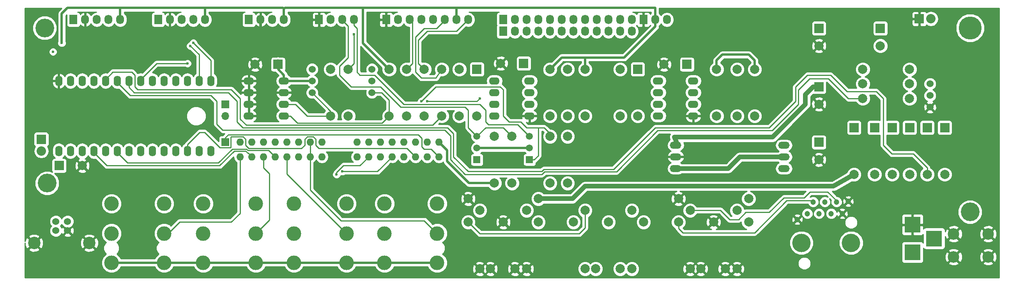
<source format=gbl>
G04 #@! TF.FileFunction,Copper,L2,Bot,Signal*
%FSLAX46Y46*%
G04 Gerber Fmt 4.6, Leading zero omitted, Abs format (unit mm)*
G04 Created by KiCad (PCBNEW 4.0.2-stable) date 2-10-2019 17:22:44*
%MOMM*%
G01*
G04 APERTURE LIST*
%ADD10C,0.100000*%
%ADD11R,3.500120X3.500120*%
%ADD12R,1.727200X2.032000*%
%ADD13O,1.727200X2.032000*%
%ADD14C,1.524000*%
%ADD15C,2.700020*%
%ADD16C,1.998980*%
%ADD17O,2.300000X1.600000*%
%ADD18C,3.175000*%
%ADD19C,4.064000*%
%ADD20C,5.000000*%
%ADD21O,2.499360X1.501140*%
%ADD22C,2.500000*%
%ADD23C,2.000000*%
%ADD24R,2.032000X2.032000*%
%ADD25O,2.032000X2.032000*%
%ADD26O,1.600000X1.600000*%
%ADD27O,1.600000X2.300000*%
%ADD28C,1.200000*%
%ADD29C,4.000000*%
%ADD30R,2.000000X2.000000*%
%ADD31R,1.700000X1.700000*%
%ADD32O,1.700000X1.700000*%
%ADD33C,1.520000*%
%ADD34R,1.520000X1.520000*%
%ADD35C,0.600000*%
%ADD36C,1.000000*%
%ADD37C,0.500000*%
%ADD38C,0.250000*%
%ADD39C,0.254000*%
G04 APERTURE END LIST*
D10*
D11*
X220990000Y-127784860D03*
X220990000Y-133784340D03*
X225689000Y-130784600D03*
D12*
X76835000Y-83185000D03*
D13*
X79375000Y-83185000D03*
X81915000Y-83185000D03*
X84455000Y-83185000D03*
D12*
X38735000Y-83185000D03*
D13*
X41275000Y-83185000D03*
X43815000Y-83185000D03*
X46355000Y-83185000D03*
X48895000Y-83185000D03*
D12*
X57150000Y-83185000D03*
D13*
X59690000Y-83185000D03*
X62230000Y-83185000D03*
X64770000Y-83185000D03*
X67310000Y-83185000D03*
D12*
X106680000Y-83185000D03*
D13*
X109220000Y-83185000D03*
X111760000Y-83185000D03*
X114300000Y-83185000D03*
X116840000Y-83185000D03*
X119380000Y-83185000D03*
X121920000Y-83185000D03*
X124460000Y-83185000D03*
D14*
X34925000Y-127061000D03*
X37465000Y-127061000D03*
X37465000Y-129059980D03*
X34925000Y-129059980D03*
D15*
X30195520Y-131760000D03*
X42194480Y-131760000D03*
D16*
X149870000Y-93980000D03*
X149870000Y-104140000D03*
X210195000Y-93980000D03*
X220355000Y-93980000D03*
X210185000Y-100330000D03*
X220345000Y-100330000D03*
X122555000Y-93980000D03*
X122555000Y-104140000D03*
X157490000Y-93980000D03*
X157490000Y-104140000D03*
X182890000Y-93980000D03*
X182890000Y-104140000D03*
X146060000Y-93980000D03*
X146060000Y-104140000D03*
X186700000Y-93980000D03*
X186700000Y-104140000D03*
X142240000Y-93980000D03*
X142240000Y-104140000D03*
X178445000Y-93980000D03*
X178445000Y-104140000D03*
X107315000Y-93980000D03*
X107315000Y-104140000D03*
X94615000Y-93980000D03*
X94615000Y-104140000D03*
X111125000Y-104140000D03*
X111125000Y-93980000D03*
X98425000Y-104140000D03*
X98425000Y-93980000D03*
X114935000Y-93980000D03*
X114935000Y-104140000D03*
D17*
X130175000Y-96520000D03*
X130175000Y-99060000D03*
X130175000Y-101600000D03*
X130175000Y-104140000D03*
X137795000Y-104140000D03*
X137795000Y-101600000D03*
X137795000Y-99060000D03*
X137795000Y-96520000D03*
X165735000Y-96520000D03*
X165735000Y-99060000D03*
X165735000Y-101600000D03*
X165735000Y-104140000D03*
X173355000Y-104140000D03*
X173355000Y-101600000D03*
X173355000Y-99060000D03*
X173355000Y-96520000D03*
X76835000Y-96520000D03*
X76835000Y-99060000D03*
X76835000Y-101600000D03*
X76835000Y-104140000D03*
X84455000Y-104140000D03*
X84455000Y-101600000D03*
X84455000Y-99060000D03*
X84455000Y-96520000D03*
D18*
X117740000Y-123190000D03*
X117740000Y-136048800D03*
X106310000Y-136048900D03*
X106310000Y-123190100D03*
X117740000Y-129690000D03*
X106310000Y-129690100D03*
X98055000Y-123190000D03*
X98055000Y-136048800D03*
X86625000Y-136048900D03*
X86625000Y-123190100D03*
X98055000Y-129690000D03*
X86625000Y-129690100D03*
X78370000Y-123190000D03*
X78370000Y-136048800D03*
X66940000Y-136048900D03*
X66940000Y-123190100D03*
X78370000Y-129690000D03*
X66940000Y-129690100D03*
X58420000Y-123190000D03*
X58420000Y-136048800D03*
X46990000Y-136048900D03*
X46990000Y-123190100D03*
X58420000Y-129690000D03*
X46990000Y-129690100D03*
D19*
X32500000Y-85000000D03*
X233490000Y-125000000D03*
D20*
X233490000Y-85000000D03*
D19*
X33020000Y-118745000D03*
D21*
X193050000Y-113030000D03*
X193050000Y-115570000D03*
X193050000Y-110490000D03*
X169555000Y-113030000D03*
X169555000Y-115570000D03*
X169555000Y-110490000D03*
D14*
X224790000Y-99695000D03*
X224790000Y-102235000D03*
X224790000Y-97155000D03*
X103570000Y-96520000D03*
X103570000Y-93980000D03*
X103570000Y-99060000D03*
X90570000Y-96520000D03*
X90570000Y-93980000D03*
X90570000Y-99060000D03*
D12*
X132080000Y-83185000D03*
D13*
X134620000Y-83185000D03*
X137160000Y-83185000D03*
X139700000Y-83185000D03*
X142240000Y-83185000D03*
X144780000Y-83185000D03*
X147320000Y-83185000D03*
X149860000Y-83185000D03*
X152400000Y-83185000D03*
X154940000Y-83185000D03*
X157480000Y-83185000D03*
X160020000Y-83185000D03*
D12*
X132080000Y-85725000D03*
D13*
X134620000Y-85725000D03*
X137160000Y-85725000D03*
X139700000Y-85725000D03*
X142240000Y-85725000D03*
X144780000Y-85725000D03*
X147320000Y-85725000D03*
X149860000Y-85725000D03*
X152400000Y-85725000D03*
X154940000Y-85725000D03*
X157480000Y-85725000D03*
X160020000Y-85725000D03*
D12*
X162560000Y-83185000D03*
D13*
X165100000Y-83185000D03*
X167640000Y-83185000D03*
D22*
X229920000Y-134790000D03*
X229920000Y-129790000D03*
X237420000Y-134790000D03*
X237420000Y-129790000D03*
D23*
X160030000Y-137370000D03*
X149870000Y-137370000D03*
X147330000Y-127210000D03*
X149870000Y-124670000D03*
X154950000Y-127210000D03*
X160030000Y-124670000D03*
X162570000Y-127210000D03*
X157490000Y-137370000D03*
X152156000Y-137370000D03*
X170151900Y-122135900D03*
X185391900Y-122135900D03*
X170151900Y-127215900D03*
X172691900Y-124675900D03*
X177771900Y-127215900D03*
X182851900Y-124675900D03*
X185391900Y-127215900D03*
X180311900Y-137375900D03*
X174977900Y-137375900D03*
X182851900Y-137375900D03*
X172691900Y-137375900D03*
X124470000Y-122130000D03*
X139710000Y-122130000D03*
X124470000Y-127210000D03*
X127010000Y-124670000D03*
X132090000Y-127210000D03*
X137170000Y-124670000D03*
X139710000Y-127210000D03*
X134630000Y-137370000D03*
X129296000Y-137370000D03*
X137170000Y-137370000D03*
X127010000Y-137370000D03*
D24*
X222460000Y-83000000D03*
D25*
X225000000Y-83000000D03*
D12*
X92075000Y-83185000D03*
D13*
X94615000Y-83185000D03*
X97155000Y-83185000D03*
X99695000Y-83185000D03*
D26*
X74940000Y-113030000D03*
X77480000Y-113030000D03*
X100340000Y-113030000D03*
X102880000Y-113030000D03*
X80020000Y-113030000D03*
X82560000Y-113030000D03*
X105420000Y-113030000D03*
X107960000Y-113030000D03*
X85100000Y-113030000D03*
X87640000Y-113030000D03*
X110500000Y-113030000D03*
X113040000Y-113030000D03*
X90180000Y-113030000D03*
X92720000Y-113030000D03*
X115580000Y-113030000D03*
X118120000Y-113030000D03*
X74940000Y-109855000D03*
X77480000Y-109855000D03*
X100340000Y-109855000D03*
X102880000Y-109855000D03*
X80020000Y-109855000D03*
X82560000Y-109855000D03*
X105420000Y-109855000D03*
X107960000Y-109855000D03*
X85100000Y-109855000D03*
X87640000Y-109855000D03*
X110500000Y-109855000D03*
X113040000Y-109855000D03*
X90180000Y-109855000D03*
X92720000Y-109855000D03*
X115580000Y-109855000D03*
X118120000Y-109855000D03*
D16*
X118745000Y-93980000D03*
X118745000Y-104140000D03*
D27*
X43180000Y-96520000D03*
X40640000Y-96520000D03*
X38100000Y-96520000D03*
X35560000Y-96520000D03*
X45720000Y-96520000D03*
X48260000Y-96520000D03*
X50800000Y-96520000D03*
X53340000Y-96520000D03*
X55880000Y-96520000D03*
X58420000Y-96520000D03*
X60960000Y-96520000D03*
X63500000Y-96520000D03*
X66040000Y-96520000D03*
X68580000Y-96520000D03*
X68580000Y-111760000D03*
X66040000Y-111760000D03*
X63500000Y-111760000D03*
X60960000Y-111760000D03*
X58420000Y-111760000D03*
X55880000Y-111760000D03*
X53340000Y-111760000D03*
X50800000Y-111760000D03*
X48260000Y-111760000D03*
X45720000Y-111760000D03*
X43180000Y-111760000D03*
X40640000Y-111760000D03*
X38100000Y-111760000D03*
X35560000Y-111760000D03*
D24*
X31760000Y-109220000D03*
D25*
X31760000Y-111760000D03*
D28*
X198130000Y-125374400D03*
X199400000Y-122834400D03*
X200670000Y-125374400D03*
X201940000Y-122834400D03*
X203337000Y-125374400D03*
X204480000Y-122834400D03*
X205750000Y-125374400D03*
X207020000Y-122707400D03*
X195971000Y-126644400D03*
D29*
X196860000Y-131724400D03*
X207655000Y-131724400D03*
D30*
X200670000Y-85090000D03*
D23*
X200670000Y-88890000D03*
D30*
X200660000Y-97790000D03*
D23*
X200660000Y-101590000D03*
D30*
X200660000Y-109855000D03*
D23*
X200660000Y-113655000D03*
X208292540Y-116840520D03*
D30*
X208292540Y-106680520D03*
D23*
X220357540Y-116840520D03*
D30*
X220357540Y-106680520D03*
D23*
X224167540Y-116840520D03*
D30*
X224167540Y-106680520D03*
D23*
X227977540Y-116840520D03*
D30*
X227977540Y-106680520D03*
D23*
X126367540Y-104140520D03*
D30*
X126367540Y-93980520D03*
D23*
X161300000Y-104140000D03*
D30*
X161300000Y-93980000D03*
X35650000Y-114935000D03*
D23*
X40650000Y-114935000D03*
D30*
X83185000Y-92920000D03*
D23*
X78185000Y-92920000D03*
D30*
X136535000Y-92710000D03*
D23*
X131535000Y-92710000D03*
D30*
X172005000Y-92920000D03*
D23*
X167005000Y-92920000D03*
D31*
X71765000Y-109855000D03*
D30*
X214005000Y-85090000D03*
D23*
X214005000Y-88890000D03*
D31*
X71765000Y-101600000D03*
D32*
X71765000Y-104140000D03*
D33*
X126375000Y-111125000D03*
X126375000Y-108585000D03*
D34*
X126375000Y-113665000D03*
D33*
X137805000Y-111125000D03*
X137805000Y-108585000D03*
D34*
X137805000Y-113665000D03*
D23*
X212737540Y-116840520D03*
D30*
X212737540Y-106680520D03*
D23*
X216547540Y-116840520D03*
D30*
X216547540Y-106680520D03*
D16*
X210195000Y-97155000D03*
X220355000Y-97155000D03*
X130185000Y-108585000D03*
X130185000Y-118745000D03*
X142250000Y-108585000D03*
X142250000Y-118745000D03*
X133995000Y-118745000D03*
X133995000Y-108585000D03*
X146060000Y-118745000D03*
X146060000Y-108585000D03*
D35*
X92075000Y-83185000D03*
X36205000Y-88265000D03*
X34300000Y-90170000D03*
X63510000Y-92710000D03*
X95895000Y-116840000D03*
X97165000Y-116205000D03*
X64145000Y-88900000D03*
X64780000Y-88265000D03*
X99705000Y-86360000D03*
X114310000Y-100965000D03*
X127010000Y-100330000D03*
X115580000Y-100965000D03*
D36*
X180975000Y-115570000D02*
X183515000Y-113030000D01*
X183515000Y-113030000D02*
X193050000Y-113030000D01*
X169555000Y-115570000D02*
X180975000Y-115570000D01*
D37*
X80399000Y-85725000D02*
X83195000Y-85725000D01*
X79375000Y-83185000D02*
X79375000Y-84701000D01*
X79375000Y-84701000D02*
X80399000Y-85725000D01*
D36*
X197740000Y-99450000D02*
X199400000Y-97790000D01*
X199400000Y-97790000D02*
X200660000Y-97790000D01*
X197740000Y-101600000D02*
X190600570Y-108739430D01*
X197740000Y-101600000D02*
X197740000Y-99450000D01*
X190600570Y-108739430D02*
X169254680Y-108739430D01*
X169254680Y-108739430D02*
X170054110Y-110490000D01*
X170054110Y-110490000D02*
X169555000Y-110490000D01*
X139710000Y-122130000D02*
X147120000Y-122130000D01*
X147120000Y-122130000D02*
X149870000Y-119380000D01*
X149870000Y-119380000D02*
X203845000Y-119380000D01*
X203845000Y-119380000D02*
X208292540Y-116840520D01*
D38*
X121295000Y-113030000D02*
X124470000Y-116205000D01*
X74305000Y-105421410D02*
X75563590Y-106680000D01*
X50800000Y-96520000D02*
X50800000Y-97920000D01*
X50800000Y-97920000D02*
X51940000Y-99060000D01*
X140470846Y-116205000D02*
X140905869Y-115769977D01*
X120025000Y-106680000D02*
X121295000Y-107950000D01*
X51940000Y-99060000D02*
X72400000Y-99060000D01*
X198130000Y-95250000D02*
X203210000Y-95250000D01*
X72400000Y-99060000D02*
X74305000Y-100965000D01*
X221136233Y-112395000D02*
X224167540Y-115426307D01*
X74305000Y-100965000D02*
X74305000Y-105421410D01*
X75563590Y-106680000D02*
X120025000Y-106680000D01*
X121295000Y-107950000D02*
X121295000Y-113030000D01*
X140905869Y-115769977D02*
X156020023Y-115769977D01*
X206766000Y-98806000D02*
X213116000Y-98806000D01*
X124470000Y-116205000D02*
X140470846Y-116205000D01*
X156020023Y-115769977D02*
X165110000Y-106680000D01*
X165110000Y-106680000D02*
X189875000Y-106680000D01*
X189875000Y-106680000D02*
X195590000Y-100965000D01*
X195590000Y-100965000D02*
X195590000Y-97790000D01*
X214640000Y-100330000D02*
X214640000Y-110490000D01*
X195590000Y-97790000D02*
X198130000Y-95250000D01*
X203210000Y-95250000D02*
X206766000Y-98806000D01*
X213116000Y-98806000D02*
X214640000Y-100330000D01*
X224167540Y-115426307D02*
X224167540Y-116840520D01*
X214640000Y-110490000D02*
X216545000Y-112395000D01*
X216545000Y-112395000D02*
X221136233Y-112395000D01*
X149870000Y-128480000D02*
X149870000Y-124670000D01*
X148600000Y-129750000D02*
X149870000Y-128480000D01*
X127010000Y-129750000D02*
X148600000Y-129750000D01*
X124470000Y-127210000D02*
X127010000Y-129750000D01*
X186700000Y-129540000D02*
X193685000Y-122555000D01*
X193685000Y-122555000D02*
X199400000Y-122555000D01*
X171105787Y-129540000D02*
X186700000Y-129540000D01*
X170190000Y-127210000D02*
X170190000Y-128624213D01*
X170190000Y-128624213D02*
X171105787Y-129540000D01*
D37*
X126375000Y-111125000D02*
X137805000Y-111125000D01*
X179705000Y-90805000D02*
X185430000Y-90805000D01*
X186700000Y-92075000D02*
X185430000Y-90805000D01*
X186700000Y-93980000D02*
X186700000Y-92075000D01*
X144780000Y-91440000D02*
X149870000Y-91440000D01*
X149870000Y-91440000D02*
X152400000Y-91440000D01*
X149870000Y-93980000D02*
X149870000Y-91440000D01*
X152400000Y-91440000D02*
X156210000Y-91440000D01*
X119884989Y-113986020D02*
X119884989Y-111619989D01*
X119884989Y-111619989D02*
X118120000Y-109855000D01*
X130185000Y-118745000D02*
X124643969Y-118745000D01*
X124643969Y-118745000D02*
X119884989Y-113986020D01*
X101610000Y-80645000D02*
X121920000Y-80645000D01*
X84675000Y-80645000D02*
X101610000Y-80645000D01*
X101610000Y-80645000D02*
X101610000Y-88275000D01*
X101610000Y-88275000D02*
X107315000Y-93980000D01*
X36205000Y-81915000D02*
X36205000Y-88265000D01*
X84455000Y-96520000D02*
X90570000Y-96520000D01*
X48905000Y-80645000D02*
X37475000Y-80645000D01*
X37475000Y-80645000D02*
X36205000Y-81915000D01*
X67310000Y-80645000D02*
X84255000Y-80645000D01*
X84255000Y-80645000D02*
X84465000Y-80855000D01*
X84465000Y-80855000D02*
X84455000Y-80865000D01*
X84455000Y-80865000D02*
X84455000Y-83185000D01*
X84465000Y-80855000D02*
X84675000Y-80645000D01*
X67310000Y-80645000D02*
X48905000Y-80645000D01*
X48895000Y-83185000D02*
X48895000Y-80655000D01*
X48895000Y-80655000D02*
X48905000Y-80645000D01*
X178445000Y-93980000D02*
X178435000Y-92075000D01*
X67310000Y-83185000D02*
X67310000Y-80645000D01*
X84455000Y-95220000D02*
X83215000Y-93980000D01*
X84455000Y-96520000D02*
X84455000Y-95220000D01*
X178435000Y-92075000D02*
X179705000Y-90805000D01*
X83215000Y-93980000D02*
X83215000Y-93375000D01*
X121920000Y-83337400D02*
X121920000Y-83185000D01*
X83215000Y-93375000D02*
X83185000Y-93345000D01*
X83185000Y-92075000D02*
X83185000Y-93345000D01*
X67310000Y-83032600D02*
X67310000Y-83185000D01*
X142240000Y-93980000D02*
X144780000Y-91440000D01*
X165100000Y-83185000D02*
X165100000Y-80645000D01*
X121920000Y-83185000D02*
X121920000Y-80645000D01*
X121920000Y-80645000D02*
X165100000Y-80645000D01*
X165100000Y-83185000D02*
X165100000Y-84701000D01*
X158361000Y-91440000D02*
X156210000Y-91440000D01*
X165100000Y-84701000D02*
X158361000Y-91440000D01*
D38*
X56800000Y-92710000D02*
X63510000Y-92710000D01*
X53340000Y-96170000D02*
X56800000Y-92710000D01*
X53340000Y-96520000D02*
X53340000Y-96170000D01*
X114935000Y-93980000D02*
X113675000Y-92720000D01*
X113675000Y-92720000D02*
X113675000Y-87630000D01*
X113675000Y-87630000D02*
X115580000Y-85725000D01*
X115580000Y-85725000D02*
X121920000Y-85725000D01*
X121920000Y-85725000D02*
X124460000Y-83185000D01*
X107315000Y-100701000D02*
X105674000Y-99060000D01*
X105674000Y-99060000D02*
X103570000Y-99060000D01*
X107315000Y-104140000D02*
X107315000Y-100701000D01*
X84455000Y-104140000D02*
X85855000Y-104140000D01*
X85855000Y-104140000D02*
X87379491Y-105664491D01*
X87379491Y-105664491D02*
X105790509Y-105664491D01*
X105790509Y-105664491D02*
X107315000Y-104140000D01*
X84455000Y-104140000D02*
X84105000Y-104140000D01*
X107315000Y-103505000D02*
X107315000Y-104140000D01*
X90570000Y-99060000D02*
X94615000Y-103105000D01*
X94615000Y-103105000D02*
X94615000Y-104140000D01*
X89535000Y-104140000D02*
X94615000Y-104140000D01*
X86995000Y-101600000D02*
X84455000Y-101600000D01*
X86995000Y-101600000D02*
X89535000Y-104140000D01*
X71130000Y-107188000D02*
X119390000Y-107188000D01*
X140472257Y-116840000D02*
X141092269Y-116219988D01*
X68590000Y-99695000D02*
X69860000Y-100965000D01*
X69860000Y-105918000D02*
X71130000Y-107188000D01*
X48260000Y-96520000D02*
X48260000Y-96870000D01*
X48260000Y-96870000D02*
X51085000Y-99695000D01*
X51085000Y-99695000D02*
X68590000Y-99695000D01*
X69860000Y-100965000D02*
X69860000Y-105918000D01*
X123835000Y-116840000D02*
X140472257Y-116840000D01*
X156713012Y-116219988D02*
X165618000Y-107315000D01*
X120660000Y-108458000D02*
X120660000Y-113665000D01*
X119390000Y-107188000D02*
X120660000Y-108458000D01*
X120660000Y-113665000D02*
X123835000Y-116840000D01*
X141092269Y-116219988D02*
X156713012Y-116219988D01*
X165618000Y-107315000D02*
X190501410Y-107315000D01*
X190501410Y-107315000D02*
X196216410Y-101600000D01*
X196216410Y-101600000D02*
X196216410Y-98433590D01*
X196216410Y-98433590D02*
X198638000Y-96012000D01*
X198638000Y-96012000D02*
X202702000Y-96012000D01*
X202702000Y-96012000D02*
X207020000Y-100330000D01*
X207020000Y-100330000D02*
X210185000Y-100330000D01*
X76621178Y-112230001D02*
X76680001Y-112230001D01*
X76151177Y-111760000D02*
X76621178Y-112230001D01*
X73660000Y-111760000D02*
X76151177Y-111760000D01*
X43180000Y-111760000D02*
X43180000Y-112110000D01*
X70485000Y-114935000D02*
X73660000Y-111760000D01*
X46005000Y-114935000D02*
X70485000Y-114935000D01*
X43180000Y-112110000D02*
X46005000Y-114935000D01*
X76680001Y-112230001D02*
X77480000Y-113030000D01*
X97375736Y-114935000D02*
X95895000Y-116415736D01*
X102880000Y-113030000D02*
X100975000Y-114935000D01*
X95895000Y-116415736D02*
X95895000Y-116840000D01*
X100975000Y-114935000D02*
X97375736Y-114935000D01*
X76657599Y-111630012D02*
X81160012Y-111630012D01*
X81160012Y-111630012D02*
X82560000Y-113030000D01*
X70241413Y-114300000D02*
X73231424Y-111309989D01*
X76337577Y-111309989D02*
X76657599Y-111630012D01*
X50450000Y-114300000D02*
X70241413Y-114300000D01*
X48260000Y-112110000D02*
X50450000Y-114300000D01*
X48260000Y-111760000D02*
X48260000Y-112110000D01*
X73231424Y-111309989D02*
X76337577Y-111309989D01*
X107960000Y-113030000D02*
X104785000Y-116205000D01*
X104785000Y-116205000D02*
X97165000Y-116205000D01*
X72940001Y-110965001D02*
X72940001Y-108744999D01*
X63500000Y-110360000D02*
X66164000Y-107696000D01*
X73030990Y-108654010D02*
X75590010Y-108654010D01*
X92083999Y-111180001D02*
X111190001Y-111180001D01*
X76843999Y-111180001D02*
X88276001Y-111180001D01*
X111190001Y-111180001D02*
X113040000Y-113030000D01*
X89529990Y-108654010D02*
X90830010Y-108654010D01*
X76154999Y-109218999D02*
X76154999Y-110491001D01*
X91394999Y-110491001D02*
X92083999Y-111180001D01*
X91394999Y-109218999D02*
X91394999Y-110491001D01*
X90830010Y-108654010D02*
X91394999Y-109218999D01*
X88965001Y-109218999D02*
X89529990Y-108654010D01*
X88965001Y-110491001D02*
X88965001Y-109218999D01*
X88276001Y-111180001D02*
X88965001Y-110491001D01*
X76154999Y-110491001D02*
X76843999Y-111180001D01*
X75590010Y-108654010D02*
X76154999Y-109218999D01*
X72940001Y-108744999D02*
X73030990Y-108654010D01*
X72875001Y-111030001D02*
X72940001Y-110965001D01*
X70548001Y-111030001D02*
X72875001Y-111030001D01*
X67214000Y-107696000D02*
X70548001Y-111030001D01*
X63500000Y-111760000D02*
X63500000Y-110360000D01*
X66164000Y-107696000D02*
X67214000Y-107696000D01*
X66040000Y-111760000D02*
X66040000Y-112110000D01*
X66040000Y-90795000D02*
X64145000Y-88900000D01*
X66040000Y-96520000D02*
X66040000Y-90795000D01*
X74940000Y-113030000D02*
X74930000Y-125315000D01*
X74930000Y-125315000D02*
X73035000Y-127210000D01*
X73035000Y-127210000D02*
X61800000Y-127210000D01*
X61800000Y-127210000D02*
X59320000Y-129690000D01*
X81280000Y-116701370D02*
X81280000Y-126780000D01*
X81280000Y-126780000D02*
X78370000Y-129690000D01*
X80020000Y-113030000D02*
X80010000Y-115431370D01*
X80010000Y-115431370D02*
X81280000Y-116701370D01*
X85100000Y-113030000D02*
X85090000Y-116725000D01*
X85090000Y-116725000D02*
X98055000Y-129690000D01*
X90180000Y-113030000D02*
X90180000Y-109855000D01*
X114945000Y-126895000D02*
X117740000Y-129690000D01*
X90170000Y-120215000D02*
X96850000Y-126895000D01*
X96850000Y-126895000D02*
X114945000Y-126895000D01*
X90180000Y-113030000D02*
X90170000Y-120215000D01*
X68580000Y-92065000D02*
X64780000Y-88265000D01*
X68580000Y-96520000D02*
X68580000Y-92065000D01*
X111125000Y-93980000D02*
X112405000Y-92700000D01*
X112405000Y-92700000D02*
X112405000Y-83830000D01*
X112405000Y-83830000D02*
X111760000Y-83185000D01*
X99705000Y-92700000D02*
X99705000Y-86360000D01*
X98425000Y-93980000D02*
X99705000Y-92700000D01*
D37*
X98055000Y-136048800D02*
X106309900Y-136048800D01*
X106309900Y-136048800D02*
X106310000Y-136048900D01*
X86625000Y-136048900D02*
X98054900Y-136048900D01*
X98054900Y-136048900D02*
X98055000Y-136048800D01*
X78370000Y-136048800D02*
X86624900Y-136048800D01*
X86624900Y-136048800D02*
X86625000Y-136048900D01*
X106310000Y-136048900D02*
X117739900Y-136048900D01*
X117739900Y-136048900D02*
X117740000Y-136048800D01*
X66940000Y-136048900D02*
X78369900Y-136048900D01*
X78369900Y-136048900D02*
X78370000Y-136048800D01*
X59320000Y-136048800D02*
X66939900Y-136048800D01*
X66939900Y-136048800D02*
X66940000Y-136048900D01*
X47890000Y-136048900D02*
X59319900Y-136048900D01*
X59319900Y-136048900D02*
X59320000Y-136048800D01*
D38*
X183100000Y-124880000D02*
X182890000Y-124670000D01*
X204480000Y-122555000D02*
X202575000Y-120650000D01*
X198765000Y-120650000D02*
X197495000Y-121920000D01*
X202575000Y-120650000D02*
X198765000Y-120650000D01*
X189875000Y-125095000D02*
X184795000Y-125095000D01*
X197495000Y-121920000D02*
X193050000Y-121920000D01*
X181251002Y-126631002D02*
X179290000Y-124670000D01*
X193050000Y-121920000D02*
X189875000Y-125095000D01*
X184795000Y-125095000D02*
X183258998Y-126631002D01*
X183258998Y-126631002D02*
X181251002Y-126631002D01*
X179290000Y-124670000D02*
X172730000Y-124670000D01*
X119380000Y-83185000D02*
X119380000Y-83337400D01*
X119380000Y-83337400D02*
X117627400Y-85090000D01*
X117627400Y-85090000D02*
X114935000Y-85090000D01*
X114935000Y-85090000D02*
X113030000Y-86995000D01*
X113030000Y-86995000D02*
X113030000Y-94615000D01*
X113030000Y-94615000D02*
X114300000Y-95885000D01*
X114300000Y-95885000D02*
X117475000Y-95885000D01*
X117475000Y-95885000D02*
X118745000Y-93980000D01*
X45720000Y-96520000D02*
X45720000Y-96170000D01*
X45720000Y-96170000D02*
X47275000Y-94615000D01*
X47275000Y-94615000D02*
X51435000Y-94615000D01*
X52070000Y-95250000D02*
X52070000Y-97790000D01*
X51435000Y-94615000D02*
X52070000Y-95250000D01*
X52070000Y-97790000D02*
X52705000Y-98425000D01*
X73035000Y-98425000D02*
X74940000Y-100330000D01*
X74940000Y-100330000D02*
X74940000Y-104785000D01*
X52705000Y-98425000D02*
X73035000Y-98425000D01*
X74940000Y-104785000D02*
X76269502Y-106114502D01*
X76269502Y-106114502D02*
X116770498Y-106114502D01*
X116770498Y-106114502D02*
X118745000Y-104140000D01*
X45720000Y-96520000D02*
X45720000Y-96870000D01*
X71765000Y-109855000D02*
X71765000Y-108839000D01*
X71765000Y-108839000D02*
X72400000Y-108204000D01*
X114437000Y-108966000D02*
X114437000Y-110871000D01*
X72400000Y-108204000D02*
X113675000Y-108204000D01*
X116469000Y-111379000D02*
X116977000Y-111887000D01*
X113675000Y-108204000D02*
X114437000Y-108966000D01*
X114437000Y-110871000D02*
X114945000Y-111379000D01*
X116977000Y-111887000D02*
X118120000Y-113030000D01*
X114945000Y-111379000D02*
X116469000Y-111379000D01*
X126375000Y-108585000D02*
X128280000Y-106680000D01*
X128280000Y-106680000D02*
X132090000Y-106680000D01*
X132090000Y-106680000D02*
X133995000Y-108585000D01*
X126375000Y-108585000D02*
X124470000Y-106680000D01*
X109865000Y-102235000D02*
X105437001Y-97807001D01*
X98435000Y-84617400D02*
X97155000Y-83337400D01*
X124470000Y-106680000D02*
X124470000Y-102870000D01*
X123835000Y-102235000D02*
X109865000Y-102235000D01*
X124470000Y-102870000D02*
X123835000Y-102235000D01*
X96530000Y-93345000D02*
X98435000Y-91440000D01*
X105437001Y-97807001D02*
X99087001Y-97807001D01*
X99087001Y-97807001D02*
X96530000Y-95250000D01*
X96530000Y-95250000D02*
X96530000Y-93345000D01*
X98435000Y-91440000D02*
X98435000Y-84617400D01*
X97155000Y-83337400D02*
X97155000Y-83185000D01*
X99695000Y-83185000D02*
X99695000Y-84451000D01*
X99695000Y-84451000D02*
X100340000Y-85096000D01*
X100340000Y-85096000D02*
X100340000Y-94615000D01*
X100340000Y-94615000D02*
X100957999Y-95232999D01*
X110500000Y-101600000D02*
X127010000Y-101600000D01*
X100957999Y-95232999D02*
X104132999Y-95232999D01*
X104132999Y-95232999D02*
X110500000Y-101600000D01*
X127010000Y-101600000D02*
X128280000Y-102870000D01*
X128280000Y-102870000D02*
X128280000Y-105410000D01*
X128280000Y-105410000D02*
X128915000Y-106045000D01*
X135265000Y-106045000D02*
X137805000Y-108585000D01*
X128915000Y-106045000D02*
X135265000Y-106045000D01*
X137170000Y-106680000D02*
X139710000Y-106680000D01*
X138815000Y-113665000D02*
X139710000Y-112770000D01*
X139710000Y-106680000D02*
X140980000Y-106680000D01*
X137805000Y-113665000D02*
X138815000Y-113665000D01*
X139710000Y-112770000D02*
X139710000Y-106680000D01*
X114310000Y-100965000D02*
X117485000Y-97790000D01*
X117485000Y-97790000D02*
X131455000Y-97790000D01*
X131455000Y-97790000D02*
X132090000Y-98425000D01*
X132090000Y-98425000D02*
X132090000Y-104140000D01*
X132090000Y-104140000D02*
X133360000Y-105410000D01*
X133360000Y-105410000D02*
X135900000Y-105410000D01*
X135900000Y-105410000D02*
X137170000Y-106680000D01*
X140980000Y-106680000D02*
X142250000Y-107950000D01*
X142250000Y-107950000D02*
X142250000Y-108585000D01*
X126375000Y-100965000D02*
X127010000Y-100330000D01*
X115580000Y-100965000D02*
X126375000Y-100965000D01*
D39*
G36*
X35579210Y-81289210D02*
X35387367Y-81576325D01*
X35387367Y-81576326D01*
X35319999Y-81915000D01*
X35320000Y-81915005D01*
X35320000Y-87958178D01*
X35270162Y-88078201D01*
X35269838Y-88450167D01*
X35411883Y-88793943D01*
X35674673Y-89057192D01*
X36018201Y-89199838D01*
X36390167Y-89200162D01*
X36733943Y-89058117D01*
X36997192Y-88795327D01*
X37139838Y-88451799D01*
X37140162Y-88079833D01*
X37090000Y-87958431D01*
X37090000Y-82281580D01*
X37229389Y-82142191D01*
X37223960Y-82169000D01*
X37223960Y-84201000D01*
X37268238Y-84436317D01*
X37407310Y-84652441D01*
X37619510Y-84797431D01*
X37871400Y-84848440D01*
X39598600Y-84848440D01*
X39833917Y-84804162D01*
X40050041Y-84665090D01*
X40195031Y-84452890D01*
X40214232Y-84358073D01*
X40372964Y-84535732D01*
X40900209Y-84789709D01*
X40915974Y-84792358D01*
X41148000Y-84671217D01*
X41148000Y-83312000D01*
X41128000Y-83312000D01*
X41128000Y-83058000D01*
X41148000Y-83058000D01*
X41148000Y-81698783D01*
X40915974Y-81577642D01*
X40900209Y-81580291D01*
X40372964Y-81834268D01*
X40216093Y-82009845D01*
X40201762Y-81933683D01*
X40062690Y-81717559D01*
X39850490Y-81572569D01*
X39640278Y-81530000D01*
X43672500Y-81530000D01*
X43241511Y-81615729D01*
X42755330Y-81940585D01*
X42548539Y-82250069D01*
X42177036Y-81834268D01*
X41649791Y-81580291D01*
X41634026Y-81577642D01*
X41402000Y-81698783D01*
X41402000Y-83058000D01*
X41422000Y-83058000D01*
X41422000Y-83312000D01*
X41402000Y-83312000D01*
X41402000Y-84671217D01*
X41634026Y-84792358D01*
X41649791Y-84789709D01*
X42177036Y-84535732D01*
X42548539Y-84119931D01*
X42755330Y-84429415D01*
X43241511Y-84754271D01*
X43815000Y-84868345D01*
X44388489Y-84754271D01*
X44874670Y-84429415D01*
X45085000Y-84114634D01*
X45295330Y-84429415D01*
X45781511Y-84754271D01*
X46355000Y-84868345D01*
X46928489Y-84754271D01*
X47414670Y-84429415D01*
X47625000Y-84114634D01*
X47835330Y-84429415D01*
X48321511Y-84754271D01*
X48895000Y-84868345D01*
X49468489Y-84754271D01*
X49954670Y-84429415D01*
X50279526Y-83943234D01*
X50393600Y-83369745D01*
X50393600Y-83000255D01*
X50279526Y-82426766D01*
X49954670Y-81940585D01*
X49780000Y-81823874D01*
X49780000Y-81530000D01*
X56241545Y-81530000D01*
X56051083Y-81565838D01*
X55834959Y-81704910D01*
X55689969Y-81917110D01*
X55638960Y-82169000D01*
X55638960Y-84201000D01*
X55683238Y-84436317D01*
X55822310Y-84652441D01*
X56034510Y-84797431D01*
X56286400Y-84848440D01*
X58013600Y-84848440D01*
X58248917Y-84804162D01*
X58465041Y-84665090D01*
X58610031Y-84452890D01*
X58629232Y-84358073D01*
X58787964Y-84535732D01*
X59315209Y-84789709D01*
X59330974Y-84792358D01*
X59563000Y-84671217D01*
X59563000Y-83312000D01*
X59543000Y-83312000D01*
X59543000Y-83058000D01*
X59563000Y-83058000D01*
X59563000Y-81698783D01*
X59330974Y-81577642D01*
X59315209Y-81580291D01*
X58787964Y-81834268D01*
X58631093Y-82009845D01*
X58616762Y-81933683D01*
X58477690Y-81717559D01*
X58265490Y-81572569D01*
X58055278Y-81530000D01*
X62087500Y-81530000D01*
X61656511Y-81615729D01*
X61170330Y-81940585D01*
X60963539Y-82250069D01*
X60592036Y-81834268D01*
X60064791Y-81580291D01*
X60049026Y-81577642D01*
X59817000Y-81698783D01*
X59817000Y-83058000D01*
X59837000Y-83058000D01*
X59837000Y-83312000D01*
X59817000Y-83312000D01*
X59817000Y-84671217D01*
X60049026Y-84792358D01*
X60064791Y-84789709D01*
X60592036Y-84535732D01*
X60963539Y-84119931D01*
X61170330Y-84429415D01*
X61656511Y-84754271D01*
X62230000Y-84868345D01*
X62803489Y-84754271D01*
X63289670Y-84429415D01*
X63500000Y-84114634D01*
X63710330Y-84429415D01*
X64196511Y-84754271D01*
X64770000Y-84868345D01*
X65343489Y-84754271D01*
X65829670Y-84429415D01*
X66040000Y-84114634D01*
X66250330Y-84429415D01*
X66736511Y-84754271D01*
X67310000Y-84868345D01*
X67883489Y-84754271D01*
X68369670Y-84429415D01*
X68694526Y-83943234D01*
X68808600Y-83369745D01*
X68808600Y-83000255D01*
X68694526Y-82426766D01*
X68369670Y-81940585D01*
X68195000Y-81823874D01*
X68195000Y-81530000D01*
X75926545Y-81530000D01*
X75736083Y-81565838D01*
X75519959Y-81704910D01*
X75374969Y-81917110D01*
X75323960Y-82169000D01*
X75323960Y-84201000D01*
X75368238Y-84436317D01*
X75507310Y-84652441D01*
X75719510Y-84797431D01*
X75971400Y-84848440D01*
X77698600Y-84848440D01*
X77933917Y-84804162D01*
X78150041Y-84665090D01*
X78295031Y-84452890D01*
X78314232Y-84358073D01*
X78472964Y-84535732D01*
X79000209Y-84789709D01*
X79015974Y-84792358D01*
X79248000Y-84671217D01*
X79248000Y-83312000D01*
X79228000Y-83312000D01*
X79228000Y-83058000D01*
X79248000Y-83058000D01*
X79248000Y-81698783D01*
X79015974Y-81577642D01*
X79000209Y-81580291D01*
X78472964Y-81834268D01*
X78316093Y-82009845D01*
X78301762Y-81933683D01*
X78162690Y-81717559D01*
X77950490Y-81572569D01*
X77740278Y-81530000D01*
X81772500Y-81530000D01*
X81341511Y-81615729D01*
X80855330Y-81940585D01*
X80648539Y-82250069D01*
X80277036Y-81834268D01*
X79749791Y-81580291D01*
X79734026Y-81577642D01*
X79502000Y-81698783D01*
X79502000Y-83058000D01*
X79522000Y-83058000D01*
X79522000Y-83312000D01*
X79502000Y-83312000D01*
X79502000Y-84671217D01*
X79734026Y-84792358D01*
X79749791Y-84789709D01*
X80277036Y-84535732D01*
X80648539Y-84119931D01*
X80855330Y-84429415D01*
X81341511Y-84754271D01*
X81915000Y-84868345D01*
X82488489Y-84754271D01*
X82974670Y-84429415D01*
X83185000Y-84114634D01*
X83395330Y-84429415D01*
X83881511Y-84754271D01*
X84455000Y-84868345D01*
X85028489Y-84754271D01*
X85514670Y-84429415D01*
X85839526Y-83943234D01*
X85933508Y-83470750D01*
X90576400Y-83470750D01*
X90576400Y-84327309D01*
X90673073Y-84560698D01*
X90851701Y-84739327D01*
X91085090Y-84836000D01*
X91789250Y-84836000D01*
X91948000Y-84677250D01*
X91948000Y-83312000D01*
X90735150Y-83312000D01*
X90576400Y-83470750D01*
X85933508Y-83470750D01*
X85953600Y-83369745D01*
X85953600Y-83000255D01*
X85839526Y-82426766D01*
X85582896Y-82042691D01*
X90576400Y-82042691D01*
X90576400Y-82899250D01*
X90735150Y-83058000D01*
X91948000Y-83058000D01*
X91948000Y-81692750D01*
X91789250Y-81534000D01*
X91085090Y-81534000D01*
X90851701Y-81630673D01*
X90673073Y-81809302D01*
X90576400Y-82042691D01*
X85582896Y-82042691D01*
X85514670Y-81940585D01*
X85340000Y-81823874D01*
X85340000Y-81530000D01*
X94472500Y-81530000D01*
X94041511Y-81615729D01*
X93555330Y-81940585D01*
X93540500Y-81962780D01*
X93476927Y-81809302D01*
X93298299Y-81630673D01*
X93064910Y-81534000D01*
X92360750Y-81534000D01*
X92202000Y-81692750D01*
X92202000Y-83058000D01*
X92222000Y-83058000D01*
X92222000Y-83312000D01*
X92202000Y-83312000D01*
X92202000Y-84677250D01*
X92360750Y-84836000D01*
X93064910Y-84836000D01*
X93298299Y-84739327D01*
X93476927Y-84560698D01*
X93540500Y-84407220D01*
X93555330Y-84429415D01*
X94041511Y-84754271D01*
X94615000Y-84868345D01*
X95188489Y-84754271D01*
X95674670Y-84429415D01*
X95885000Y-84114634D01*
X96095330Y-84429415D01*
X96581511Y-84754271D01*
X97155000Y-84868345D01*
X97535464Y-84792666D01*
X97675000Y-84932202D01*
X97675000Y-91125198D01*
X95992599Y-92807599D01*
X95896989Y-92950690D01*
X95542073Y-92595154D01*
X94941547Y-92345794D01*
X94291306Y-92345226D01*
X93690345Y-92593538D01*
X93230154Y-93052927D01*
X92980794Y-93653453D01*
X92980226Y-94303694D01*
X93228538Y-94904655D01*
X93687927Y-95364846D01*
X94288453Y-95614206D01*
X94938694Y-95614774D01*
X95539655Y-95366462D01*
X95770000Y-95136518D01*
X95770000Y-95250000D01*
X95827852Y-95540839D01*
X95992599Y-95787401D01*
X98549599Y-98344402D01*
X98714346Y-98454481D01*
X98796162Y-98509149D01*
X99087001Y-98567001D01*
X102262061Y-98567001D01*
X102173243Y-98780900D01*
X102172758Y-99336661D01*
X102384990Y-99850303D01*
X102777630Y-100243629D01*
X103290900Y-100456757D01*
X103846661Y-100457242D01*
X104360303Y-100245010D01*
X104753629Y-99852370D01*
X104767070Y-99820000D01*
X105359198Y-99820000D01*
X106555000Y-101015802D01*
X106555000Y-102685504D01*
X106390345Y-102753538D01*
X105930154Y-103212927D01*
X105680794Y-103813453D01*
X105680226Y-104463694D01*
X105749309Y-104630889D01*
X105475707Y-104904491D01*
X99877356Y-104904491D01*
X100059206Y-104466547D01*
X100059774Y-103816306D01*
X99811462Y-103215345D01*
X99352073Y-102755154D01*
X98751547Y-102505794D01*
X98101306Y-102505226D01*
X97500345Y-102753538D01*
X97040154Y-103212927D01*
X96790794Y-103813453D01*
X96790226Y-104463694D01*
X96972360Y-104904491D01*
X96067356Y-104904491D01*
X96249206Y-104466547D01*
X96249774Y-103816306D01*
X96001462Y-103215345D01*
X95542073Y-102755154D01*
X95176213Y-102603236D01*
X95152401Y-102567599D01*
X91954183Y-99369381D01*
X91966757Y-99339100D01*
X91967242Y-98783339D01*
X91755010Y-98269697D01*
X91362370Y-97876371D01*
X91154488Y-97790051D01*
X91360303Y-97705010D01*
X91753629Y-97312370D01*
X91966757Y-96799100D01*
X91967242Y-96243339D01*
X91755010Y-95729697D01*
X91362370Y-95336371D01*
X91154488Y-95250051D01*
X91360303Y-95165010D01*
X91753629Y-94772370D01*
X91966757Y-94259100D01*
X91967242Y-93703339D01*
X91755010Y-93189697D01*
X91362370Y-92796371D01*
X90849100Y-92583243D01*
X90293339Y-92582758D01*
X89779697Y-92794990D01*
X89386371Y-93187630D01*
X89173243Y-93700900D01*
X89172758Y-94256661D01*
X89384990Y-94770303D01*
X89777630Y-95163629D01*
X89985512Y-95249949D01*
X89779697Y-95334990D01*
X89479163Y-95635000D01*
X85941330Y-95635000D01*
X85854668Y-95505302D01*
X85389121Y-95194233D01*
X85332641Y-95182998D01*
X85277274Y-94904655D01*
X85272633Y-94881325D01*
X85080790Y-94594210D01*
X85080787Y-94594208D01*
X84731519Y-94244939D01*
X84781431Y-94171890D01*
X84832440Y-93920000D01*
X84832440Y-91920000D01*
X84788162Y-91684683D01*
X84649090Y-91468559D01*
X84436890Y-91323569D01*
X84185000Y-91272560D01*
X83546413Y-91272560D01*
X83523675Y-91257367D01*
X83185000Y-91190000D01*
X82846325Y-91257367D01*
X82823587Y-91272560D01*
X82185000Y-91272560D01*
X81949683Y-91316838D01*
X81733559Y-91455910D01*
X81588569Y-91668110D01*
X81537560Y-91920000D01*
X81537560Y-93920000D01*
X81581838Y-94155317D01*
X81720910Y-94371441D01*
X81933110Y-94516431D01*
X82185000Y-94567440D01*
X82563585Y-94567440D01*
X82581473Y-94594210D01*
X82589210Y-94605790D01*
X83315131Y-95331710D01*
X83055332Y-95505302D01*
X82744263Y-95970849D01*
X82635030Y-96520000D01*
X82744263Y-97069151D01*
X83055332Y-97534698D01*
X83433151Y-97787149D01*
X83000500Y-98135104D01*
X82730633Y-98628181D01*
X82713096Y-98710961D01*
X82835085Y-98933000D01*
X84328000Y-98933000D01*
X84328000Y-98913000D01*
X84582000Y-98913000D01*
X84582000Y-98933000D01*
X86074915Y-98933000D01*
X86196904Y-98710961D01*
X86179367Y-98628181D01*
X85909500Y-98135104D01*
X85476849Y-97787149D01*
X85854668Y-97534698D01*
X85941330Y-97405000D01*
X89479522Y-97405000D01*
X89777630Y-97703629D01*
X89985512Y-97789949D01*
X89779697Y-97874990D01*
X89386371Y-98267630D01*
X89173243Y-98780900D01*
X89172758Y-99336661D01*
X89384990Y-99850303D01*
X89777630Y-100243629D01*
X90290900Y-100456757D01*
X90846661Y-100457242D01*
X90879055Y-100443857D01*
X93439322Y-103004124D01*
X93230154Y-103212927D01*
X93160779Y-103380000D01*
X89849802Y-103380000D01*
X87532401Y-101062599D01*
X87285839Y-100897852D01*
X86995000Y-100840000D01*
X86024852Y-100840000D01*
X85854668Y-100585302D01*
X85476849Y-100332851D01*
X85909500Y-99984896D01*
X86179367Y-99491819D01*
X86196904Y-99409039D01*
X86074915Y-99187000D01*
X84582000Y-99187000D01*
X84582000Y-99207000D01*
X84328000Y-99207000D01*
X84328000Y-99187000D01*
X82835085Y-99187000D01*
X82713096Y-99409039D01*
X82730633Y-99491819D01*
X83000500Y-99984896D01*
X83433151Y-100332851D01*
X83055332Y-100585302D01*
X82744263Y-101050849D01*
X82635030Y-101600000D01*
X82744263Y-102149151D01*
X83055332Y-102614698D01*
X83437418Y-102870000D01*
X83055332Y-103125302D01*
X82744263Y-103590849D01*
X82635030Y-104140000D01*
X82744263Y-104689151D01*
X83055332Y-105154698D01*
X83354359Y-105354502D01*
X77929400Y-105354502D01*
X78289500Y-105064896D01*
X78559367Y-104571819D01*
X78576904Y-104489039D01*
X78454915Y-104267000D01*
X76962000Y-104267000D01*
X76962000Y-104287000D01*
X76708000Y-104287000D01*
X76708000Y-104267000D01*
X76688000Y-104267000D01*
X76688000Y-104013000D01*
X76708000Y-104013000D01*
X76708000Y-101727000D01*
X76962000Y-101727000D01*
X76962000Y-104013000D01*
X78454915Y-104013000D01*
X78576904Y-103790961D01*
X78559367Y-103708181D01*
X78289500Y-103215104D01*
X77860393Y-102870000D01*
X78289500Y-102524896D01*
X78559367Y-102031819D01*
X78576904Y-101949039D01*
X78454915Y-101727000D01*
X76962000Y-101727000D01*
X76708000Y-101727000D01*
X76688000Y-101727000D01*
X76688000Y-101473000D01*
X76708000Y-101473000D01*
X76708000Y-99187000D01*
X76962000Y-99187000D01*
X76962000Y-101473000D01*
X78454915Y-101473000D01*
X78576904Y-101250961D01*
X78559367Y-101168181D01*
X78289500Y-100675104D01*
X77860393Y-100330000D01*
X78289500Y-99984896D01*
X78559367Y-99491819D01*
X78576904Y-99409039D01*
X78454915Y-99187000D01*
X76962000Y-99187000D01*
X76708000Y-99187000D01*
X75215085Y-99187000D01*
X75093360Y-99408558D01*
X73572401Y-97887599D01*
X73325839Y-97722852D01*
X73035000Y-97665000D01*
X69764862Y-97665000D01*
X69905767Y-97454121D01*
X70015000Y-96904970D01*
X70015000Y-96869039D01*
X75093096Y-96869039D01*
X75110633Y-96951819D01*
X75380500Y-97444896D01*
X75809607Y-97790000D01*
X75380500Y-98135104D01*
X75110633Y-98628181D01*
X75093096Y-98710961D01*
X75215085Y-98933000D01*
X76708000Y-98933000D01*
X76708000Y-96647000D01*
X76962000Y-96647000D01*
X76962000Y-98933000D01*
X78454915Y-98933000D01*
X78576904Y-98710961D01*
X78559367Y-98628181D01*
X78289500Y-98135104D01*
X77860393Y-97790000D01*
X78289500Y-97444896D01*
X78559367Y-96951819D01*
X78576904Y-96869039D01*
X78454915Y-96647000D01*
X76962000Y-96647000D01*
X76708000Y-96647000D01*
X75215085Y-96647000D01*
X75093096Y-96869039D01*
X70015000Y-96869039D01*
X70015000Y-96170961D01*
X75093096Y-96170961D01*
X75215085Y-96393000D01*
X76708000Y-96393000D01*
X76708000Y-95085000D01*
X76962000Y-95085000D01*
X76962000Y-96393000D01*
X78454915Y-96393000D01*
X78576904Y-96170961D01*
X78559367Y-96088181D01*
X78289500Y-95595104D01*
X77851483Y-95242834D01*
X77312000Y-95085000D01*
X76962000Y-95085000D01*
X76708000Y-95085000D01*
X76358000Y-95085000D01*
X75818517Y-95242834D01*
X75380500Y-95595104D01*
X75110633Y-96088181D01*
X75093096Y-96170961D01*
X70015000Y-96170961D01*
X70015000Y-96135030D01*
X69905767Y-95585879D01*
X69594698Y-95120332D01*
X69340000Y-94950148D01*
X69340000Y-94072532D01*
X77212073Y-94072532D01*
X77310736Y-94339387D01*
X77920461Y-94565908D01*
X78570460Y-94541856D01*
X79059264Y-94339387D01*
X79157927Y-94072532D01*
X78185000Y-93099605D01*
X77212073Y-94072532D01*
X69340000Y-94072532D01*
X69340000Y-92655461D01*
X76539092Y-92655461D01*
X76563144Y-93305460D01*
X76765613Y-93794264D01*
X77032468Y-93892927D01*
X78005395Y-92920000D01*
X78364605Y-92920000D01*
X79337532Y-93892927D01*
X79604387Y-93794264D01*
X79830908Y-93184539D01*
X79806856Y-92534540D01*
X79604387Y-92045736D01*
X79337532Y-91947073D01*
X78364605Y-92920000D01*
X78005395Y-92920000D01*
X77032468Y-91947073D01*
X76765613Y-92045736D01*
X76539092Y-92655461D01*
X69340000Y-92655461D01*
X69340000Y-92065000D01*
X69282148Y-91774161D01*
X69277676Y-91767468D01*
X77212073Y-91767468D01*
X78185000Y-92740395D01*
X79157927Y-91767468D01*
X79059264Y-91500613D01*
X78449539Y-91274092D01*
X77799540Y-91298144D01*
X77310736Y-91500613D01*
X77212073Y-91767468D01*
X69277676Y-91767468D01*
X69117401Y-91527599D01*
X65715122Y-88125320D01*
X65715162Y-88079833D01*
X65573117Y-87736057D01*
X65310327Y-87472808D01*
X64966799Y-87330162D01*
X64594833Y-87329838D01*
X64251057Y-87471883D01*
X63987808Y-87734673D01*
X63878235Y-87998554D01*
X63616057Y-88106883D01*
X63352808Y-88369673D01*
X63210162Y-88713201D01*
X63209838Y-89085167D01*
X63351883Y-89428943D01*
X63614673Y-89692192D01*
X63958201Y-89834838D01*
X64005077Y-89834879D01*
X65280000Y-91109802D01*
X65280000Y-94950148D01*
X65025302Y-95120332D01*
X64770000Y-95502418D01*
X64514698Y-95120332D01*
X64049151Y-94809263D01*
X63500000Y-94700030D01*
X62950849Y-94809263D01*
X62485302Y-95120332D01*
X62230000Y-95502418D01*
X61974698Y-95120332D01*
X61509151Y-94809263D01*
X60960000Y-94700030D01*
X60410849Y-94809263D01*
X59945302Y-95120332D01*
X59690000Y-95502418D01*
X59434698Y-95120332D01*
X58969151Y-94809263D01*
X58420000Y-94700030D01*
X57870849Y-94809263D01*
X57405302Y-95120332D01*
X57150000Y-95502418D01*
X56894698Y-95120332D01*
X56429151Y-94809263D01*
X55883980Y-94700822D01*
X57114802Y-93470000D01*
X62947537Y-93470000D01*
X62979673Y-93502192D01*
X63323201Y-93644838D01*
X63695167Y-93645162D01*
X64038943Y-93503117D01*
X64302192Y-93240327D01*
X64444838Y-92896799D01*
X64445162Y-92524833D01*
X64303117Y-92181057D01*
X64040327Y-91917808D01*
X63696799Y-91775162D01*
X63324833Y-91774838D01*
X62981057Y-91916883D01*
X62947882Y-91950000D01*
X56800000Y-91950000D01*
X56509161Y-92007852D01*
X56262599Y-92172599D01*
X53669605Y-94765593D01*
X53340000Y-94700030D01*
X52790849Y-94809263D01*
X52708677Y-94864169D01*
X52607401Y-94712599D01*
X51972401Y-94077599D01*
X51725839Y-93912852D01*
X51435000Y-93855000D01*
X47275000Y-93855000D01*
X46984161Y-93912852D01*
X46737599Y-94077599D01*
X46049605Y-94765593D01*
X45720000Y-94700030D01*
X45170849Y-94809263D01*
X44705302Y-95120332D01*
X44450000Y-95502418D01*
X44194698Y-95120332D01*
X43729151Y-94809263D01*
X43180000Y-94700030D01*
X42630849Y-94809263D01*
X42165302Y-95120332D01*
X41910000Y-95502418D01*
X41654698Y-95120332D01*
X41189151Y-94809263D01*
X40640000Y-94700030D01*
X40090849Y-94809263D01*
X39625302Y-95120332D01*
X39370000Y-95502418D01*
X39114698Y-95120332D01*
X38649151Y-94809263D01*
X38100000Y-94700030D01*
X37550849Y-94809263D01*
X37085302Y-95120332D01*
X36832851Y-95498151D01*
X36484896Y-95065500D01*
X35991819Y-94795633D01*
X35909039Y-94778096D01*
X35687000Y-94900085D01*
X35687000Y-96393000D01*
X35707000Y-96393000D01*
X35707000Y-96647000D01*
X35687000Y-96647000D01*
X35687000Y-98139915D01*
X35909039Y-98261904D01*
X35991819Y-98244367D01*
X36484896Y-97974500D01*
X36832851Y-97541849D01*
X37085302Y-97919668D01*
X37550849Y-98230737D01*
X38100000Y-98339970D01*
X38649151Y-98230737D01*
X39114698Y-97919668D01*
X39370000Y-97537582D01*
X39625302Y-97919668D01*
X40090849Y-98230737D01*
X40640000Y-98339970D01*
X41189151Y-98230737D01*
X41654698Y-97919668D01*
X41910000Y-97537582D01*
X42165302Y-97919668D01*
X42630849Y-98230737D01*
X43180000Y-98339970D01*
X43729151Y-98230737D01*
X44194698Y-97919668D01*
X44450000Y-97537582D01*
X44705302Y-97919668D01*
X45170849Y-98230737D01*
X45720000Y-98339970D01*
X46269151Y-98230737D01*
X46734698Y-97919668D01*
X46990000Y-97537582D01*
X47245302Y-97919668D01*
X47710849Y-98230737D01*
X48260000Y-98339970D01*
X48589605Y-98274407D01*
X50547599Y-100232401D01*
X50794160Y-100397148D01*
X51085000Y-100455000D01*
X68275198Y-100455000D01*
X69100000Y-101279802D01*
X69100000Y-105918000D01*
X69157852Y-106208839D01*
X69322599Y-106455401D01*
X70592599Y-107725401D01*
X70839160Y-107890148D01*
X71130000Y-107948000D01*
X71581198Y-107948000D01*
X71227599Y-108301599D01*
X71190207Y-108357560D01*
X70915000Y-108357560D01*
X70679683Y-108401838D01*
X70463559Y-108540910D01*
X70318569Y-108753110D01*
X70267560Y-109005000D01*
X70267560Y-109674758D01*
X67751401Y-107158599D01*
X67504839Y-106993852D01*
X67214000Y-106936000D01*
X66164000Y-106936000D01*
X65873161Y-106993852D01*
X65626599Y-107158599D01*
X62962599Y-109822599D01*
X62797852Y-110069161D01*
X62778965Y-110164113D01*
X62485302Y-110360332D01*
X62230000Y-110742418D01*
X61974698Y-110360332D01*
X61509151Y-110049263D01*
X60960000Y-109940030D01*
X60410849Y-110049263D01*
X59945302Y-110360332D01*
X59690000Y-110742418D01*
X59434698Y-110360332D01*
X58969151Y-110049263D01*
X58420000Y-109940030D01*
X57870849Y-110049263D01*
X57405302Y-110360332D01*
X57150000Y-110742418D01*
X56894698Y-110360332D01*
X56429151Y-110049263D01*
X55880000Y-109940030D01*
X55330849Y-110049263D01*
X54865302Y-110360332D01*
X54610000Y-110742418D01*
X54354698Y-110360332D01*
X53889151Y-110049263D01*
X53340000Y-109940030D01*
X52790849Y-110049263D01*
X52325302Y-110360332D01*
X52070000Y-110742418D01*
X51814698Y-110360332D01*
X51349151Y-110049263D01*
X50800000Y-109940030D01*
X50250849Y-110049263D01*
X49785302Y-110360332D01*
X49530000Y-110742418D01*
X49274698Y-110360332D01*
X48809151Y-110049263D01*
X48260000Y-109940030D01*
X47710849Y-110049263D01*
X47245302Y-110360332D01*
X46990000Y-110742418D01*
X46734698Y-110360332D01*
X46269151Y-110049263D01*
X45720000Y-109940030D01*
X45170849Y-110049263D01*
X44705302Y-110360332D01*
X44450000Y-110742418D01*
X44194698Y-110360332D01*
X43729151Y-110049263D01*
X43180000Y-109940030D01*
X42630849Y-110049263D01*
X42165302Y-110360332D01*
X41910000Y-110742418D01*
X41654698Y-110360332D01*
X41189151Y-110049263D01*
X40640000Y-109940030D01*
X40090849Y-110049263D01*
X39625302Y-110360332D01*
X39370000Y-110742418D01*
X39114698Y-110360332D01*
X38649151Y-110049263D01*
X38100000Y-109940030D01*
X37550849Y-110049263D01*
X37085302Y-110360332D01*
X36830000Y-110742418D01*
X36574698Y-110360332D01*
X36109151Y-110049263D01*
X35560000Y-109940030D01*
X35010849Y-110049263D01*
X34545302Y-110360332D01*
X34234233Y-110825879D01*
X34125000Y-111375030D01*
X34125000Y-112144970D01*
X34234233Y-112694121D01*
X34545302Y-113159668D01*
X34736706Y-113287560D01*
X34650000Y-113287560D01*
X34414683Y-113331838D01*
X34198559Y-113470910D01*
X34053569Y-113683110D01*
X34002560Y-113935000D01*
X34002560Y-115935000D01*
X34046838Y-116170317D01*
X34146309Y-116324899D01*
X33552827Y-116078464D01*
X32491828Y-116077538D01*
X31511239Y-116482709D01*
X30760345Y-117232293D01*
X30353464Y-118212173D01*
X30352538Y-119273172D01*
X30757709Y-120253761D01*
X31507293Y-121004655D01*
X32487173Y-121411536D01*
X33548172Y-121412462D01*
X34528761Y-121007291D01*
X35279655Y-120257707D01*
X35686536Y-119277827D01*
X35687462Y-118216828D01*
X35282291Y-117236239D01*
X34624472Y-116577270D01*
X34650000Y-116582440D01*
X36650000Y-116582440D01*
X36885317Y-116538162D01*
X37101441Y-116399090D01*
X37246431Y-116186890D01*
X37266551Y-116087532D01*
X39677073Y-116087532D01*
X39775736Y-116354387D01*
X40385461Y-116580908D01*
X41035460Y-116556856D01*
X41524264Y-116354387D01*
X41622927Y-116087532D01*
X40650000Y-115114605D01*
X39677073Y-116087532D01*
X37266551Y-116087532D01*
X37297440Y-115935000D01*
X37297440Y-114670461D01*
X39004092Y-114670461D01*
X39028144Y-115320460D01*
X39230613Y-115809264D01*
X39497468Y-115907927D01*
X40470395Y-114935000D01*
X40829605Y-114935000D01*
X41802532Y-115907927D01*
X42069387Y-115809264D01*
X42295908Y-115199539D01*
X42271856Y-114549540D01*
X42069387Y-114060736D01*
X41802532Y-113962073D01*
X40829605Y-114935000D01*
X40470395Y-114935000D01*
X39497468Y-113962073D01*
X39230613Y-114060736D01*
X39004092Y-114670461D01*
X37297440Y-114670461D01*
X37297440Y-113935000D01*
X37253162Y-113699683D01*
X37114090Y-113483559D01*
X36901890Y-113338569D01*
X36650000Y-113287560D01*
X36383294Y-113287560D01*
X36574698Y-113159668D01*
X36830000Y-112777582D01*
X37085302Y-113159668D01*
X37550849Y-113470737D01*
X38100000Y-113579970D01*
X38649151Y-113470737D01*
X39114698Y-113159668D01*
X39370000Y-112777582D01*
X39625302Y-113159668D01*
X40011721Y-113417865D01*
X39775736Y-113515613D01*
X39677073Y-113782468D01*
X40650000Y-114755395D01*
X41622927Y-113782468D01*
X41524264Y-113515613D01*
X41265734Y-113419566D01*
X41654698Y-113159668D01*
X41910000Y-112777582D01*
X42165302Y-113159668D01*
X42630849Y-113470737D01*
X43180000Y-113579970D01*
X43509605Y-113514407D01*
X45467599Y-115472401D01*
X45714160Y-115637148D01*
X46005000Y-115695000D01*
X70485000Y-115695000D01*
X70775839Y-115637148D01*
X71022401Y-115472401D01*
X73479888Y-113014914D01*
X73476887Y-113030000D01*
X73586120Y-113579151D01*
X73897189Y-114044698D01*
X74179020Y-114233012D01*
X74170256Y-124999942D01*
X72720198Y-126450000D01*
X61800000Y-126450000D01*
X61509161Y-126507852D01*
X61262599Y-126672599D01*
X59904221Y-128030977D01*
X59680589Y-127806955D01*
X58864022Y-127467887D01*
X57979857Y-127467115D01*
X57162700Y-127804758D01*
X56536955Y-128429411D01*
X56197887Y-129245978D01*
X56197115Y-130130143D01*
X56534758Y-130947300D01*
X57159411Y-131573045D01*
X57243348Y-131607899D01*
X56956605Y-131894142D01*
X56693100Y-132528731D01*
X56692501Y-133215854D01*
X56954897Y-133850902D01*
X57236548Y-134133045D01*
X57162700Y-134163558D01*
X56536955Y-134788211D01*
X56380955Y-135163900D01*
X49029074Y-135163900D01*
X48875242Y-134791600D01*
X48250589Y-134165855D01*
X48172877Y-134133586D01*
X48453395Y-133853558D01*
X48716900Y-133218969D01*
X48717499Y-132531846D01*
X48455103Y-131896798D01*
X48167233Y-131608425D01*
X48247300Y-131575342D01*
X48873045Y-130950689D01*
X49212113Y-130134122D01*
X49212885Y-129249957D01*
X48875242Y-128432800D01*
X48250589Y-127807055D01*
X47434022Y-127467987D01*
X46549857Y-127467215D01*
X45732700Y-127804858D01*
X45106955Y-128429511D01*
X44767887Y-129246078D01*
X44767115Y-130130243D01*
X45104758Y-130947400D01*
X45729411Y-131573145D01*
X45813348Y-131607999D01*
X45526605Y-131894242D01*
X45263100Y-132528831D01*
X45262501Y-133215954D01*
X45524897Y-133851002D01*
X45806548Y-134133145D01*
X45732700Y-134163658D01*
X45106955Y-134788311D01*
X44767887Y-135604878D01*
X44767115Y-136489043D01*
X45104758Y-137306200D01*
X45729411Y-137931945D01*
X46545978Y-138271013D01*
X47430143Y-138271785D01*
X48247300Y-137934142D01*
X48873045Y-137309489D01*
X49029003Y-136933900D01*
X56380968Y-136933900D01*
X56534758Y-137306100D01*
X57159411Y-137931845D01*
X57975978Y-138270913D01*
X58860143Y-138271685D01*
X59677300Y-137934042D01*
X60303045Y-137309389D01*
X60459003Y-136933800D01*
X64900885Y-136933800D01*
X65054758Y-137306200D01*
X65679411Y-137931945D01*
X66495978Y-138271013D01*
X67380143Y-138271785D01*
X68197300Y-137934142D01*
X68823045Y-137309489D01*
X68979003Y-136933900D01*
X76330968Y-136933900D01*
X76484758Y-137306100D01*
X77109411Y-137931845D01*
X77925978Y-138270913D01*
X78810143Y-138271685D01*
X79627300Y-137934042D01*
X80253045Y-137309389D01*
X80409003Y-136933800D01*
X84585885Y-136933800D01*
X84739758Y-137306200D01*
X85364411Y-137931945D01*
X86180978Y-138271013D01*
X87065143Y-138271785D01*
X87882300Y-137934142D01*
X88508045Y-137309489D01*
X88664003Y-136933900D01*
X96015968Y-136933900D01*
X96169758Y-137306100D01*
X96794411Y-137931845D01*
X97610978Y-138270913D01*
X98495143Y-138271685D01*
X99312300Y-137934042D01*
X99938045Y-137309389D01*
X100094003Y-136933800D01*
X104270885Y-136933800D01*
X104424758Y-137306200D01*
X105049411Y-137931945D01*
X105865978Y-138271013D01*
X106750143Y-138271785D01*
X107567300Y-137934142D01*
X108193045Y-137309489D01*
X108349003Y-136933900D01*
X115700968Y-136933900D01*
X115854758Y-137306100D01*
X116479411Y-137931845D01*
X117295978Y-138270913D01*
X118180143Y-138271685D01*
X118997300Y-137934042D01*
X119623045Y-137309389D01*
X119707723Y-137105461D01*
X125364092Y-137105461D01*
X125388144Y-137755460D01*
X125590613Y-138244264D01*
X125857468Y-138342927D01*
X126830395Y-137370000D01*
X127189605Y-137370000D01*
X127744203Y-137924598D01*
X127876613Y-138244264D01*
X128143468Y-138342927D01*
X128153000Y-138333395D01*
X128162532Y-138342927D01*
X128429387Y-138244264D01*
X128540078Y-137946317D01*
X129116395Y-137370000D01*
X129475605Y-137370000D01*
X130448532Y-138342927D01*
X130715387Y-138244264D01*
X130941908Y-137634539D01*
X130922331Y-137105461D01*
X132984092Y-137105461D01*
X133008144Y-137755460D01*
X133210613Y-138244264D01*
X133477468Y-138342927D01*
X134450395Y-137370000D01*
X134809605Y-137370000D01*
X135782532Y-138342927D01*
X135900000Y-138299496D01*
X136017468Y-138342927D01*
X136990395Y-137370000D01*
X137349605Y-137370000D01*
X138322532Y-138342927D01*
X138589387Y-138244264D01*
X138793893Y-137693795D01*
X148234716Y-137693795D01*
X148483106Y-138294943D01*
X148942637Y-138755278D01*
X149543352Y-139004716D01*
X150193795Y-139005284D01*
X150794943Y-138756894D01*
X151012977Y-138539241D01*
X151228637Y-138755278D01*
X151829352Y-139004716D01*
X152479795Y-139005284D01*
X153080943Y-138756894D01*
X153541278Y-138297363D01*
X153790716Y-137696648D01*
X153790718Y-137693795D01*
X155854716Y-137693795D01*
X156103106Y-138294943D01*
X156562637Y-138755278D01*
X157163352Y-139004716D01*
X157813795Y-139005284D01*
X158414943Y-138756894D01*
X158760199Y-138412241D01*
X159102637Y-138755278D01*
X159703352Y-139004716D01*
X160353795Y-139005284D01*
X160954943Y-138756894D01*
X161183804Y-138528432D01*
X171718973Y-138528432D01*
X171817636Y-138795287D01*
X172427361Y-139021808D01*
X173077360Y-138997756D01*
X173566164Y-138795287D01*
X173664827Y-138528432D01*
X174004973Y-138528432D01*
X174103636Y-138795287D01*
X174713361Y-139021808D01*
X175363360Y-138997756D01*
X175852164Y-138795287D01*
X175950827Y-138528432D01*
X179338973Y-138528432D01*
X179437636Y-138795287D01*
X180047361Y-139021808D01*
X180697360Y-138997756D01*
X181186164Y-138795287D01*
X181284827Y-138528432D01*
X181878973Y-138528432D01*
X181977636Y-138795287D01*
X182587361Y-139021808D01*
X183237360Y-138997756D01*
X183726164Y-138795287D01*
X183824827Y-138528432D01*
X182851900Y-137555505D01*
X181878973Y-138528432D01*
X181284827Y-138528432D01*
X180311900Y-137555505D01*
X179338973Y-138528432D01*
X175950827Y-138528432D01*
X174977900Y-137555505D01*
X174004973Y-138528432D01*
X173664827Y-138528432D01*
X172691900Y-137555505D01*
X171718973Y-138528432D01*
X161183804Y-138528432D01*
X161415278Y-138297363D01*
X161664716Y-137696648D01*
X161665227Y-137111361D01*
X171045992Y-137111361D01*
X171070044Y-137761360D01*
X171272513Y-138250164D01*
X171539368Y-138348827D01*
X172512295Y-137375900D01*
X172871505Y-137375900D01*
X173426103Y-137930498D01*
X173558513Y-138250164D01*
X173825368Y-138348827D01*
X173834900Y-138339295D01*
X173844432Y-138348827D01*
X174111287Y-138250164D01*
X174221978Y-137952217D01*
X174798295Y-137375900D01*
X175157505Y-137375900D01*
X176130432Y-138348827D01*
X176397287Y-138250164D01*
X176623808Y-137640439D01*
X176604231Y-137111361D01*
X178665992Y-137111361D01*
X178690044Y-137761360D01*
X178892513Y-138250164D01*
X179159368Y-138348827D01*
X180132295Y-137375900D01*
X180491505Y-137375900D01*
X181464432Y-138348827D01*
X181581900Y-138305396D01*
X181699368Y-138348827D01*
X182672295Y-137375900D01*
X183031505Y-137375900D01*
X184004432Y-138348827D01*
X184271287Y-138250164D01*
X184497808Y-137640439D01*
X184473756Y-136990440D01*
X184271287Y-136501636D01*
X184127778Y-136448577D01*
X196085055Y-136448577D01*
X196299217Y-136966888D01*
X196695426Y-137363789D01*
X197213363Y-137578855D01*
X197774177Y-137579345D01*
X198292488Y-137365183D01*
X198689389Y-136968974D01*
X198904455Y-136451037D01*
X198904945Y-135890223D01*
X198690783Y-135371912D01*
X198294574Y-134975011D01*
X197776637Y-134759945D01*
X197215823Y-134759455D01*
X196697512Y-134973617D01*
X196300611Y-135369826D01*
X196085545Y-135887763D01*
X196085055Y-136448577D01*
X184127778Y-136448577D01*
X184004432Y-136402973D01*
X183031505Y-137375900D01*
X182672295Y-137375900D01*
X181699368Y-136402973D01*
X181581900Y-136446404D01*
X181464432Y-136402973D01*
X180491505Y-137375900D01*
X180132295Y-137375900D01*
X179159368Y-136402973D01*
X178892513Y-136501636D01*
X178665992Y-137111361D01*
X176604231Y-137111361D01*
X176599756Y-136990440D01*
X176397287Y-136501636D01*
X176130432Y-136402973D01*
X175157505Y-137375900D01*
X174798295Y-137375900D01*
X174243697Y-136821302D01*
X174111287Y-136501636D01*
X173844432Y-136402973D01*
X173834900Y-136412505D01*
X173825368Y-136402973D01*
X173558513Y-136501636D01*
X173447822Y-136799583D01*
X172871505Y-137375900D01*
X172512295Y-137375900D01*
X171539368Y-136402973D01*
X171272513Y-136501636D01*
X171045992Y-137111361D01*
X161665227Y-137111361D01*
X161665284Y-137046205D01*
X161416894Y-136445057D01*
X161195593Y-136223368D01*
X171718973Y-136223368D01*
X172691900Y-137196295D01*
X173664827Y-136223368D01*
X174004973Y-136223368D01*
X174977900Y-137196295D01*
X175950827Y-136223368D01*
X179338973Y-136223368D01*
X180311900Y-137196295D01*
X181284827Y-136223368D01*
X181878973Y-136223368D01*
X182851900Y-137196295D01*
X183824827Y-136223368D01*
X183726164Y-135956513D01*
X183116439Y-135729992D01*
X182466440Y-135754044D01*
X181977636Y-135956513D01*
X181878973Y-136223368D01*
X181284827Y-136223368D01*
X181186164Y-135956513D01*
X180576439Y-135729992D01*
X179926440Y-135754044D01*
X179437636Y-135956513D01*
X179338973Y-136223368D01*
X175950827Y-136223368D01*
X175852164Y-135956513D01*
X175242439Y-135729992D01*
X174592440Y-135754044D01*
X174103636Y-135956513D01*
X174004973Y-136223368D01*
X173664827Y-136223368D01*
X173566164Y-135956513D01*
X172956439Y-135729992D01*
X172306440Y-135754044D01*
X171817636Y-135956513D01*
X171718973Y-136223368D01*
X161195593Y-136223368D01*
X160957363Y-135984722D01*
X160356648Y-135735284D01*
X159706205Y-135734716D01*
X159105057Y-135983106D01*
X158759801Y-136327759D01*
X158417363Y-135984722D01*
X157816648Y-135735284D01*
X157166205Y-135734716D01*
X156565057Y-135983106D01*
X156104722Y-136442637D01*
X155855284Y-137043352D01*
X155854716Y-137693795D01*
X153790718Y-137693795D01*
X153791284Y-137046205D01*
X153542894Y-136445057D01*
X153083363Y-135984722D01*
X152482648Y-135735284D01*
X151832205Y-135734716D01*
X151231057Y-135983106D01*
X151013023Y-136200759D01*
X150797363Y-135984722D01*
X150196648Y-135735284D01*
X149546205Y-135734716D01*
X148945057Y-135983106D01*
X148484722Y-136442637D01*
X148235284Y-137043352D01*
X148234716Y-137693795D01*
X138793893Y-137693795D01*
X138815908Y-137634539D01*
X138791856Y-136984540D01*
X138589387Y-136495736D01*
X138322532Y-136397073D01*
X137349605Y-137370000D01*
X136990395Y-137370000D01*
X136017468Y-136397073D01*
X135900000Y-136440504D01*
X135782532Y-136397073D01*
X134809605Y-137370000D01*
X134450395Y-137370000D01*
X133477468Y-136397073D01*
X133210613Y-136495736D01*
X132984092Y-137105461D01*
X130922331Y-137105461D01*
X130917856Y-136984540D01*
X130715387Y-136495736D01*
X130448532Y-136397073D01*
X129475605Y-137370000D01*
X129116395Y-137370000D01*
X128561797Y-136815402D01*
X128429387Y-136495736D01*
X128162532Y-136397073D01*
X128153000Y-136406605D01*
X128143468Y-136397073D01*
X127876613Y-136495736D01*
X127765922Y-136793683D01*
X127189605Y-137370000D01*
X126830395Y-137370000D01*
X125857468Y-136397073D01*
X125590613Y-136495736D01*
X125364092Y-137105461D01*
X119707723Y-137105461D01*
X119962113Y-136492822D01*
X119962353Y-136217468D01*
X126037073Y-136217468D01*
X127010000Y-137190395D01*
X127982927Y-136217468D01*
X128323073Y-136217468D01*
X129296000Y-137190395D01*
X130268927Y-136217468D01*
X133657073Y-136217468D01*
X134630000Y-137190395D01*
X135602927Y-136217468D01*
X136197073Y-136217468D01*
X137170000Y-137190395D01*
X138142927Y-136217468D01*
X138044264Y-135950613D01*
X137434539Y-135724092D01*
X136784540Y-135748144D01*
X136295736Y-135950613D01*
X136197073Y-136217468D01*
X135602927Y-136217468D01*
X135504264Y-135950613D01*
X134894539Y-135724092D01*
X134244540Y-135748144D01*
X133755736Y-135950613D01*
X133657073Y-136217468D01*
X130268927Y-136217468D01*
X130170264Y-135950613D01*
X129560539Y-135724092D01*
X128910540Y-135748144D01*
X128421736Y-135950613D01*
X128323073Y-136217468D01*
X127982927Y-136217468D01*
X127884264Y-135950613D01*
X127274539Y-135724092D01*
X126624540Y-135748144D01*
X126135736Y-135950613D01*
X126037073Y-136217468D01*
X119962353Y-136217468D01*
X119962885Y-135608657D01*
X119625242Y-134791500D01*
X119000589Y-134165755D01*
X118922877Y-134133486D01*
X119203395Y-133853458D01*
X119466900Y-133218869D01*
X119467499Y-132531746D01*
X119349529Y-132246234D01*
X194224543Y-132246234D01*
X194624853Y-133215058D01*
X195365443Y-133956942D01*
X196333567Y-134358942D01*
X197381834Y-134359857D01*
X198350658Y-133959547D01*
X199092542Y-133218957D01*
X199494542Y-132250833D01*
X199494546Y-132246234D01*
X205019543Y-132246234D01*
X205419853Y-133215058D01*
X206160443Y-133956942D01*
X207128567Y-134358942D01*
X208176834Y-134359857D01*
X209145658Y-133959547D01*
X209887542Y-133218957D01*
X210289542Y-132250833D01*
X210289731Y-132034280D01*
X218592500Y-132034280D01*
X218592500Y-135534400D01*
X218636778Y-135769717D01*
X218775850Y-135985841D01*
X218988050Y-136130831D01*
X219239940Y-136181840D01*
X222740060Y-136181840D01*
X222975377Y-136137562D01*
X222997509Y-136123320D01*
X228766285Y-136123320D01*
X228895533Y-136416123D01*
X229595806Y-136684388D01*
X230345435Y-136664250D01*
X230944467Y-136416123D01*
X231073715Y-136123320D01*
X236266285Y-136123320D01*
X236395533Y-136416123D01*
X237095806Y-136684388D01*
X237845435Y-136664250D01*
X238444467Y-136416123D01*
X238573715Y-136123320D01*
X237420000Y-134969605D01*
X236266285Y-136123320D01*
X231073715Y-136123320D01*
X229920000Y-134969605D01*
X228766285Y-136123320D01*
X222997509Y-136123320D01*
X223191501Y-135998490D01*
X223336491Y-135786290D01*
X223387500Y-135534400D01*
X223387500Y-134465806D01*
X228025612Y-134465806D01*
X228045750Y-135215435D01*
X228293877Y-135814467D01*
X228586680Y-135943715D01*
X229740395Y-134790000D01*
X230099605Y-134790000D01*
X231253320Y-135943715D01*
X231546123Y-135814467D01*
X231814388Y-135114194D01*
X231796970Y-134465806D01*
X235525612Y-134465806D01*
X235545750Y-135215435D01*
X235793877Y-135814467D01*
X236086680Y-135943715D01*
X237240395Y-134790000D01*
X237599605Y-134790000D01*
X238753320Y-135943715D01*
X239046123Y-135814467D01*
X239314388Y-135114194D01*
X239294250Y-134364565D01*
X239046123Y-133765533D01*
X238753320Y-133636285D01*
X237599605Y-134790000D01*
X237240395Y-134790000D01*
X236086680Y-133636285D01*
X235793877Y-133765533D01*
X235525612Y-134465806D01*
X231796970Y-134465806D01*
X231794250Y-134364565D01*
X231546123Y-133765533D01*
X231253320Y-133636285D01*
X230099605Y-134790000D01*
X229740395Y-134790000D01*
X228586680Y-133636285D01*
X228293877Y-133765533D01*
X228025612Y-134465806D01*
X223387500Y-134465806D01*
X223387500Y-133456680D01*
X228766285Y-133456680D01*
X229920000Y-134610395D01*
X231073715Y-133456680D01*
X236266285Y-133456680D01*
X237420000Y-134610395D01*
X238573715Y-133456680D01*
X238444467Y-133163877D01*
X237744194Y-132895612D01*
X236994565Y-132915750D01*
X236395533Y-133163877D01*
X236266285Y-133456680D01*
X231073715Y-133456680D01*
X230944467Y-133163877D01*
X230244194Y-132895612D01*
X229494565Y-132915750D01*
X228895533Y-133163877D01*
X228766285Y-133456680D01*
X223387500Y-133456680D01*
X223387500Y-132850355D01*
X223474850Y-132986101D01*
X223687050Y-133131091D01*
X223938940Y-133182100D01*
X227439060Y-133182100D01*
X227674377Y-133137822D01*
X227890501Y-132998750D01*
X228035491Y-132786550D01*
X228086500Y-132534660D01*
X228086500Y-131123320D01*
X228766285Y-131123320D01*
X228895533Y-131416123D01*
X229595806Y-131684388D01*
X230345435Y-131664250D01*
X230944467Y-131416123D01*
X231073715Y-131123320D01*
X236266285Y-131123320D01*
X236395533Y-131416123D01*
X237095806Y-131684388D01*
X237845435Y-131664250D01*
X238444467Y-131416123D01*
X238573715Y-131123320D01*
X237420000Y-129969605D01*
X236266285Y-131123320D01*
X231073715Y-131123320D01*
X229920000Y-129969605D01*
X228766285Y-131123320D01*
X228086500Y-131123320D01*
X228086500Y-130313814D01*
X228293877Y-130814467D01*
X228586680Y-130943715D01*
X229740395Y-129790000D01*
X230099605Y-129790000D01*
X231253320Y-130943715D01*
X231546123Y-130814467D01*
X231814388Y-130114194D01*
X231796970Y-129465806D01*
X235525612Y-129465806D01*
X235545750Y-130215435D01*
X235793877Y-130814467D01*
X236086680Y-130943715D01*
X237240395Y-129790000D01*
X237599605Y-129790000D01*
X238753320Y-130943715D01*
X239046123Y-130814467D01*
X239314388Y-130114194D01*
X239294250Y-129364565D01*
X239046123Y-128765533D01*
X238753320Y-128636285D01*
X237599605Y-129790000D01*
X237240395Y-129790000D01*
X236086680Y-128636285D01*
X235793877Y-128765533D01*
X235525612Y-129465806D01*
X231796970Y-129465806D01*
X231794250Y-129364565D01*
X231546123Y-128765533D01*
X231253320Y-128636285D01*
X230099605Y-129790000D01*
X229740395Y-129790000D01*
X228586680Y-128636285D01*
X228293877Y-128765533D01*
X228086500Y-129306865D01*
X228086500Y-129034540D01*
X228042222Y-128799223D01*
X227903150Y-128583099D01*
X227718130Y-128456680D01*
X228766285Y-128456680D01*
X229920000Y-129610395D01*
X231073715Y-128456680D01*
X236266285Y-128456680D01*
X237420000Y-129610395D01*
X238573715Y-128456680D01*
X238444467Y-128163877D01*
X237744194Y-127895612D01*
X236994565Y-127915750D01*
X236395533Y-128163877D01*
X236266285Y-128456680D01*
X231073715Y-128456680D01*
X230944467Y-128163877D01*
X230244194Y-127895612D01*
X229494565Y-127915750D01*
X228895533Y-128163877D01*
X228766285Y-128456680D01*
X227718130Y-128456680D01*
X227690950Y-128438109D01*
X227439060Y-128387100D01*
X223938940Y-128387100D01*
X223703623Y-128431378D01*
X223487499Y-128570450D01*
X223375060Y-128735010D01*
X223375060Y-128070610D01*
X223216310Y-127911860D01*
X221117000Y-127911860D01*
X221117000Y-130011170D01*
X221275750Y-130169920D01*
X222866370Y-130169920D01*
X223099759Y-130073247D01*
X223278387Y-129894618D01*
X223291500Y-129862960D01*
X223291500Y-131718585D01*
X223204150Y-131582839D01*
X222991950Y-131437849D01*
X222740060Y-131386840D01*
X219239940Y-131386840D01*
X219004623Y-131431118D01*
X218788499Y-131570190D01*
X218643509Y-131782390D01*
X218592500Y-132034280D01*
X210289731Y-132034280D01*
X210290457Y-131202566D01*
X209890147Y-130233742D01*
X209149557Y-129491858D01*
X208181433Y-129089858D01*
X207133166Y-129088943D01*
X206164342Y-129489253D01*
X205422458Y-130229843D01*
X205020458Y-131197967D01*
X205019543Y-132246234D01*
X199494546Y-132246234D01*
X199495457Y-131202566D01*
X199095147Y-130233742D01*
X198354557Y-129491858D01*
X197386433Y-129089858D01*
X196338166Y-129088943D01*
X195369342Y-129489253D01*
X194627458Y-130229843D01*
X194225458Y-131197967D01*
X194224543Y-132246234D01*
X119349529Y-132246234D01*
X119205103Y-131896698D01*
X118917233Y-131608325D01*
X118997300Y-131575242D01*
X119623045Y-130950589D01*
X119962113Y-130134022D01*
X119962885Y-129249857D01*
X119625242Y-128432700D01*
X119000589Y-127806955D01*
X118342747Y-127533795D01*
X122834716Y-127533795D01*
X123083106Y-128134943D01*
X123542637Y-128595278D01*
X124143352Y-128844716D01*
X124793795Y-128845284D01*
X124961279Y-128776081D01*
X126472599Y-130287401D01*
X126719160Y-130452148D01*
X126742231Y-130456737D01*
X127010000Y-130510000D01*
X148600000Y-130510000D01*
X148890839Y-130452148D01*
X149137401Y-130287401D01*
X150407401Y-129017401D01*
X150572148Y-128770840D01*
X150630000Y-128480000D01*
X150630000Y-127533795D01*
X153314716Y-127533795D01*
X153563106Y-128134943D01*
X154022637Y-128595278D01*
X154623352Y-128844716D01*
X155273795Y-128845284D01*
X155874943Y-128596894D01*
X156335278Y-128137363D01*
X156584716Y-127536648D01*
X156584718Y-127533795D01*
X160934716Y-127533795D01*
X161183106Y-128134943D01*
X161642637Y-128595278D01*
X162243352Y-128844716D01*
X162893795Y-128845284D01*
X163494943Y-128596894D01*
X163955278Y-128137363D01*
X164204716Y-127536648D01*
X164205284Y-126886205D01*
X163956894Y-126285057D01*
X163497363Y-125824722D01*
X162896648Y-125575284D01*
X162246205Y-125574716D01*
X161645057Y-125823106D01*
X161184722Y-126282637D01*
X160935284Y-126883352D01*
X160934716Y-127533795D01*
X156584718Y-127533795D01*
X156585284Y-126886205D01*
X156336894Y-126285057D01*
X155877363Y-125824722D01*
X155276648Y-125575284D01*
X154626205Y-125574716D01*
X154025057Y-125823106D01*
X153564722Y-126282637D01*
X153315284Y-126883352D01*
X153314716Y-127533795D01*
X150630000Y-127533795D01*
X150630000Y-126125047D01*
X150794943Y-126056894D01*
X151255278Y-125597363D01*
X151504716Y-124996648D01*
X151504718Y-124993795D01*
X158394716Y-124993795D01*
X158643106Y-125594943D01*
X159102637Y-126055278D01*
X159703352Y-126304716D01*
X160353795Y-126305284D01*
X160954943Y-126056894D01*
X161415278Y-125597363D01*
X161664716Y-124996648D01*
X161665284Y-124346205D01*
X161416894Y-123745057D01*
X160961067Y-123288432D01*
X169178973Y-123288432D01*
X169277636Y-123555287D01*
X169887361Y-123781808D01*
X170537360Y-123757756D01*
X171026164Y-123555287D01*
X171124827Y-123288432D01*
X170151900Y-122315505D01*
X169178973Y-123288432D01*
X160961067Y-123288432D01*
X160957363Y-123284722D01*
X160356648Y-123035284D01*
X159706205Y-123034716D01*
X159105057Y-123283106D01*
X158644722Y-123742637D01*
X158395284Y-124343352D01*
X158394716Y-124993795D01*
X151504718Y-124993795D01*
X151505284Y-124346205D01*
X151256894Y-123745057D01*
X150797363Y-123284722D01*
X150196648Y-123035284D01*
X149546205Y-123034716D01*
X148945057Y-123283106D01*
X148484722Y-123742637D01*
X148235284Y-124343352D01*
X148234716Y-124993795D01*
X148483106Y-125594943D01*
X148942637Y-126055278D01*
X149110000Y-126124773D01*
X149110000Y-128165198D01*
X148285198Y-128990000D01*
X127324802Y-128990000D01*
X126697334Y-128362532D01*
X131117073Y-128362532D01*
X131215736Y-128629387D01*
X131825461Y-128855908D01*
X132475460Y-128831856D01*
X132964264Y-128629387D01*
X133062927Y-128362532D01*
X132090000Y-127389605D01*
X131117073Y-128362532D01*
X126697334Y-128362532D01*
X126036275Y-127701473D01*
X126104716Y-127536648D01*
X126105232Y-126945461D01*
X130444092Y-126945461D01*
X130468144Y-127595460D01*
X130670613Y-128084264D01*
X130937468Y-128182927D01*
X131910395Y-127210000D01*
X132269605Y-127210000D01*
X133242532Y-128182927D01*
X133509387Y-128084264D01*
X133713893Y-127533795D01*
X138074716Y-127533795D01*
X138323106Y-128134943D01*
X138782637Y-128595278D01*
X139383352Y-128844716D01*
X140033795Y-128845284D01*
X140634943Y-128596894D01*
X141095278Y-128137363D01*
X141344716Y-127536648D01*
X141344718Y-127533795D01*
X145694716Y-127533795D01*
X145943106Y-128134943D01*
X146402637Y-128595278D01*
X147003352Y-128844716D01*
X147653795Y-128845284D01*
X148254943Y-128596894D01*
X148715278Y-128137363D01*
X148964716Y-127536648D01*
X148965284Y-126886205D01*
X148716894Y-126285057D01*
X148257363Y-125824722D01*
X147656648Y-125575284D01*
X147006205Y-125574716D01*
X146405057Y-125823106D01*
X145944722Y-126282637D01*
X145695284Y-126883352D01*
X145694716Y-127533795D01*
X141344718Y-127533795D01*
X141345284Y-126886205D01*
X141096894Y-126285057D01*
X140637363Y-125824722D01*
X140036648Y-125575284D01*
X139386205Y-125574716D01*
X138785057Y-125823106D01*
X138324722Y-126282637D01*
X138075284Y-126883352D01*
X138074716Y-127533795D01*
X133713893Y-127533795D01*
X133735908Y-127474539D01*
X133711856Y-126824540D01*
X133509387Y-126335736D01*
X133242532Y-126237073D01*
X132269605Y-127210000D01*
X131910395Y-127210000D01*
X130937468Y-126237073D01*
X130670613Y-126335736D01*
X130444092Y-126945461D01*
X126105232Y-126945461D01*
X126105284Y-126886205D01*
X125856894Y-126285057D01*
X125397363Y-125824722D01*
X124796648Y-125575284D01*
X124146205Y-125574716D01*
X123545057Y-125823106D01*
X123084722Y-126282637D01*
X122835284Y-126883352D01*
X122834716Y-127533795D01*
X118342747Y-127533795D01*
X118184022Y-127467887D01*
X117299857Y-127467115D01*
X116798906Y-127674104D01*
X115482401Y-126357599D01*
X115235839Y-126192852D01*
X114945000Y-126135000D01*
X97164802Y-126135000D01*
X94659945Y-123630143D01*
X95832115Y-123630143D01*
X96169758Y-124447300D01*
X96794411Y-125073045D01*
X97610978Y-125412113D01*
X98495143Y-125412885D01*
X99312300Y-125075242D01*
X99938045Y-124450589D01*
X100277113Y-123634022D01*
X100277116Y-123630243D01*
X104087115Y-123630243D01*
X104424758Y-124447400D01*
X105049411Y-125073145D01*
X105865978Y-125412213D01*
X106750143Y-125412985D01*
X107567300Y-125075342D01*
X108193045Y-124450689D01*
X108532113Y-123634122D01*
X108532116Y-123630143D01*
X115517115Y-123630143D01*
X115854758Y-124447300D01*
X116479411Y-125073045D01*
X117295978Y-125412113D01*
X118180143Y-125412885D01*
X118997300Y-125075242D01*
X119078889Y-124993795D01*
X125374716Y-124993795D01*
X125623106Y-125594943D01*
X126082637Y-126055278D01*
X126683352Y-126304716D01*
X127333795Y-126305284D01*
X127933553Y-126057468D01*
X131117073Y-126057468D01*
X132090000Y-127030395D01*
X133062927Y-126057468D01*
X132964264Y-125790613D01*
X132354539Y-125564092D01*
X131704540Y-125588144D01*
X131215736Y-125790613D01*
X131117073Y-126057468D01*
X127933553Y-126057468D01*
X127934943Y-126056894D01*
X128395278Y-125597363D01*
X128644716Y-124996648D01*
X128644718Y-124993795D01*
X135534716Y-124993795D01*
X135783106Y-125594943D01*
X136242637Y-126055278D01*
X136843352Y-126304716D01*
X137493795Y-126305284D01*
X138094943Y-126056894D01*
X138555278Y-125597363D01*
X138804716Y-124996648D01*
X138805284Y-124346205D01*
X138556894Y-123745057D01*
X138097363Y-123284722D01*
X137496648Y-123035284D01*
X136846205Y-123034716D01*
X136245057Y-123283106D01*
X135784722Y-123742637D01*
X135535284Y-124343352D01*
X135534716Y-124993795D01*
X128644718Y-124993795D01*
X128645284Y-124346205D01*
X128396894Y-123745057D01*
X127937363Y-123284722D01*
X127336648Y-123035284D01*
X126686205Y-123034716D01*
X126085057Y-123283106D01*
X125624722Y-123742637D01*
X125375284Y-124343352D01*
X125374716Y-124993795D01*
X119078889Y-124993795D01*
X119623045Y-124450589D01*
X119962113Y-123634022D01*
X119962419Y-123282532D01*
X123497073Y-123282532D01*
X123595736Y-123549387D01*
X124205461Y-123775908D01*
X124855460Y-123751856D01*
X125344264Y-123549387D01*
X125442927Y-123282532D01*
X124470000Y-122309605D01*
X123497073Y-123282532D01*
X119962419Y-123282532D01*
X119962885Y-122749857D01*
X119625242Y-121932700D01*
X119558121Y-121865461D01*
X122824092Y-121865461D01*
X122848144Y-122515460D01*
X123050613Y-123004264D01*
X123317468Y-123102927D01*
X124290395Y-122130000D01*
X124649605Y-122130000D01*
X125622532Y-123102927D01*
X125889387Y-123004264D01*
X126093893Y-122453795D01*
X138074716Y-122453795D01*
X138323106Y-123054943D01*
X138782637Y-123515278D01*
X139383352Y-123764716D01*
X140033795Y-123765284D01*
X140634943Y-123516894D01*
X140887278Y-123265000D01*
X147120000Y-123265000D01*
X147554346Y-123178603D01*
X147922566Y-122932566D01*
X148983771Y-121871361D01*
X168505992Y-121871361D01*
X168530044Y-122521360D01*
X168732513Y-123010164D01*
X168999368Y-123108827D01*
X169972295Y-122135900D01*
X170331505Y-122135900D01*
X171304432Y-123108827D01*
X171571287Y-123010164D01*
X171797808Y-122400439D01*
X171773756Y-121750440D01*
X171571287Y-121261636D01*
X171304432Y-121162973D01*
X170331505Y-122135900D01*
X169972295Y-122135900D01*
X168999368Y-121162973D01*
X168732513Y-121261636D01*
X168505992Y-121871361D01*
X148983771Y-121871361D01*
X150340132Y-120515000D01*
X169764132Y-120515000D01*
X169277636Y-120716513D01*
X169178973Y-120983368D01*
X170151900Y-121956295D01*
X171124827Y-120983368D01*
X171026164Y-120716513D01*
X170483753Y-120515000D01*
X185033293Y-120515000D01*
X184466957Y-120749006D01*
X184006622Y-121208537D01*
X183757184Y-121809252D01*
X183756616Y-122459695D01*
X184005006Y-123060843D01*
X184464537Y-123521178D01*
X185065252Y-123770616D01*
X185715695Y-123771184D01*
X186316843Y-123522794D01*
X186777178Y-123063263D01*
X187026616Y-122462548D01*
X187027184Y-121812105D01*
X186778794Y-121210957D01*
X186319263Y-120750622D01*
X185751821Y-120515000D01*
X197825198Y-120515000D01*
X197180198Y-121160000D01*
X193050000Y-121160000D01*
X192759161Y-121217852D01*
X192512599Y-121382599D01*
X189560198Y-124335000D01*
X184795000Y-124335000D01*
X184504161Y-124392852D01*
X184487138Y-124404226D01*
X184487184Y-124352105D01*
X184238794Y-123750957D01*
X183779263Y-123290622D01*
X183178548Y-123041184D01*
X182528105Y-123040616D01*
X181926957Y-123289006D01*
X181466622Y-123748537D01*
X181217184Y-124349252D01*
X181216616Y-124999695D01*
X181465006Y-125600843D01*
X181734693Y-125871002D01*
X181565804Y-125871002D01*
X179827401Y-124132599D01*
X179580839Y-123967852D01*
X179290000Y-123910000D01*
X174144509Y-123910000D01*
X174078794Y-123750957D01*
X173619263Y-123290622D01*
X173018548Y-123041184D01*
X172368105Y-123040616D01*
X171766957Y-123289006D01*
X171306622Y-123748537D01*
X171057184Y-124349252D01*
X171056616Y-124999695D01*
X171305006Y-125600843D01*
X171764537Y-126061178D01*
X172365252Y-126310616D01*
X173015695Y-126311184D01*
X173615453Y-126063368D01*
X176798973Y-126063368D01*
X177771900Y-127036295D01*
X178744827Y-126063368D01*
X178646164Y-125796513D01*
X178036439Y-125569992D01*
X177386440Y-125594044D01*
X176897636Y-125796513D01*
X176798973Y-126063368D01*
X173615453Y-126063368D01*
X173616843Y-126062794D01*
X174077178Y-125603263D01*
X174149123Y-125430000D01*
X178975198Y-125430000D01*
X180713601Y-127168403D01*
X180960163Y-127333150D01*
X181251002Y-127391002D01*
X183258998Y-127391002D01*
X183549837Y-127333150D01*
X183756917Y-127194784D01*
X183756616Y-127539695D01*
X184005006Y-128140843D01*
X184464537Y-128601178D01*
X184895189Y-128780000D01*
X178296795Y-128780000D01*
X178646164Y-128635287D01*
X178744827Y-128368432D01*
X177771900Y-127395505D01*
X176798973Y-128368432D01*
X176897636Y-128635287D01*
X177287159Y-128780000D01*
X171420589Y-128780000D01*
X171160186Y-128519597D01*
X171537178Y-128143263D01*
X171786616Y-127542548D01*
X171787132Y-126951361D01*
X176125992Y-126951361D01*
X176150044Y-127601360D01*
X176352513Y-128090164D01*
X176619368Y-128188827D01*
X177592295Y-127215900D01*
X177951505Y-127215900D01*
X178924432Y-128188827D01*
X179191287Y-128090164D01*
X179417808Y-127480439D01*
X179393756Y-126830440D01*
X179191287Y-126341636D01*
X178924432Y-126242973D01*
X177951505Y-127215900D01*
X177592295Y-127215900D01*
X176619368Y-126242973D01*
X176352513Y-126341636D01*
X176125992Y-126951361D01*
X171787132Y-126951361D01*
X171787184Y-126892105D01*
X171538794Y-126290957D01*
X171079263Y-125830622D01*
X170478548Y-125581184D01*
X169828105Y-125580616D01*
X169226957Y-125829006D01*
X168766622Y-126288537D01*
X168517184Y-126889252D01*
X168516616Y-127539695D01*
X168765006Y-128140843D01*
X169224537Y-128601178D01*
X169443504Y-128692101D01*
X169487852Y-128915052D01*
X169652599Y-129161614D01*
X170568386Y-130077401D01*
X170814947Y-130242148D01*
X171105787Y-130300000D01*
X186700000Y-130300000D01*
X186990839Y-130242148D01*
X187237401Y-130077401D01*
X189807667Y-127507135D01*
X195287870Y-127507135D01*
X195337383Y-127732564D01*
X195802036Y-127892207D01*
X196292413Y-127861882D01*
X196604617Y-127732564D01*
X196642831Y-127558577D01*
X206245055Y-127558577D01*
X206459217Y-128076888D01*
X206855426Y-128473789D01*
X207373363Y-128688855D01*
X207934177Y-128689345D01*
X208452488Y-128475183D01*
X208849389Y-128078974D01*
X208852862Y-128070610D01*
X218604940Y-128070610D01*
X218604940Y-129661229D01*
X218701613Y-129894618D01*
X218880241Y-130073247D01*
X219113630Y-130169920D01*
X220704250Y-130169920D01*
X220863000Y-130011170D01*
X220863000Y-127911860D01*
X218763690Y-127911860D01*
X218604940Y-128070610D01*
X208852862Y-128070610D01*
X209064455Y-127561037D01*
X209064945Y-127000223D01*
X208850783Y-126481912D01*
X208454574Y-126085011D01*
X208029467Y-125908491D01*
X218604940Y-125908491D01*
X218604940Y-127499110D01*
X218763690Y-127657860D01*
X220863000Y-127657860D01*
X220863000Y-125558550D01*
X221117000Y-125558550D01*
X221117000Y-127657860D01*
X223216310Y-127657860D01*
X223375060Y-127499110D01*
X223375060Y-125908491D01*
X223278387Y-125675102D01*
X223131458Y-125528172D01*
X230822538Y-125528172D01*
X231227709Y-126508761D01*
X231977293Y-127259655D01*
X232957173Y-127666536D01*
X234018172Y-127667462D01*
X234998761Y-127262291D01*
X235749655Y-126512707D01*
X236156536Y-125532827D01*
X236157462Y-124471828D01*
X235752291Y-123491239D01*
X235002707Y-122740345D01*
X234022827Y-122333464D01*
X232961828Y-122332538D01*
X231981239Y-122737709D01*
X231230345Y-123487293D01*
X230823464Y-124467173D01*
X230822538Y-125528172D01*
X223131458Y-125528172D01*
X223099759Y-125496473D01*
X222866370Y-125399800D01*
X221275750Y-125399800D01*
X221117000Y-125558550D01*
X220863000Y-125558550D01*
X220704250Y-125399800D01*
X219113630Y-125399800D01*
X218880241Y-125496473D01*
X218701613Y-125675102D01*
X218604940Y-125908491D01*
X208029467Y-125908491D01*
X207936637Y-125869945D01*
X207375823Y-125869455D01*
X206857512Y-126083617D01*
X206460611Y-126479826D01*
X206245545Y-126997763D01*
X206245055Y-127558577D01*
X196642831Y-127558577D01*
X196654130Y-127507135D01*
X195971000Y-126824005D01*
X195287870Y-127507135D01*
X189807667Y-127507135D01*
X190839366Y-126475436D01*
X194723193Y-126475436D01*
X194753518Y-126965813D01*
X194882836Y-127278017D01*
X195108265Y-127327530D01*
X195791395Y-126644400D01*
X196150605Y-126644400D01*
X196833735Y-127327530D01*
X197059164Y-127278017D01*
X197218807Y-126813364D01*
X197188482Y-126322987D01*
X197086767Y-126077424D01*
X197429515Y-126420771D01*
X197883266Y-126609185D01*
X198374579Y-126609614D01*
X198828657Y-126421992D01*
X199176371Y-126074885D01*
X199364785Y-125621134D01*
X199364786Y-125618979D01*
X199434786Y-125618979D01*
X199622408Y-126073057D01*
X199969515Y-126420771D01*
X200423266Y-126609185D01*
X200914579Y-126609614D01*
X201368657Y-126421992D01*
X201716371Y-126074885D01*
X201904785Y-125621134D01*
X201904786Y-125618979D01*
X202101786Y-125618979D01*
X202289408Y-126073057D01*
X202636515Y-126420771D01*
X203090266Y-126609185D01*
X203581579Y-126609614D01*
X204035657Y-126421992D01*
X204220837Y-126237135D01*
X205066870Y-126237135D01*
X205116383Y-126462564D01*
X205581036Y-126622207D01*
X206071413Y-126591882D01*
X206383617Y-126462564D01*
X206433130Y-126237135D01*
X205750000Y-125554005D01*
X205066870Y-126237135D01*
X204220837Y-126237135D01*
X204383371Y-126074885D01*
X204536642Y-125705768D01*
X204661836Y-126008017D01*
X204887265Y-126057530D01*
X205570395Y-125374400D01*
X205929605Y-125374400D01*
X206612735Y-126057530D01*
X206838164Y-126008017D01*
X206997807Y-125543364D01*
X206967482Y-125052987D01*
X206838164Y-124740783D01*
X206612735Y-124691270D01*
X205929605Y-125374400D01*
X205570395Y-125374400D01*
X204887265Y-124691270D01*
X204661836Y-124740783D01*
X204548167Y-125071624D01*
X204384592Y-124675743D01*
X204220801Y-124511665D01*
X205066870Y-124511665D01*
X205750000Y-125194795D01*
X206433130Y-124511665D01*
X206383617Y-124286236D01*
X205918964Y-124126593D01*
X205428587Y-124156918D01*
X205116383Y-124286236D01*
X205066870Y-124511665D01*
X204220801Y-124511665D01*
X204037485Y-124328029D01*
X203583734Y-124139615D01*
X203092421Y-124139186D01*
X202638343Y-124326808D01*
X202290629Y-124673915D01*
X202102215Y-125127666D01*
X202101786Y-125618979D01*
X201904786Y-125618979D01*
X201905214Y-125129821D01*
X201717592Y-124675743D01*
X201370485Y-124328029D01*
X200916734Y-124139615D01*
X200425421Y-124139186D01*
X199971343Y-124326808D01*
X199623629Y-124673915D01*
X199435215Y-125127666D01*
X199434786Y-125618979D01*
X199364786Y-125618979D01*
X199365214Y-125129821D01*
X199177592Y-124675743D01*
X198830485Y-124328029D01*
X198376734Y-124139615D01*
X197885421Y-124139186D01*
X197431343Y-124326808D01*
X197083629Y-124673915D01*
X196895215Y-125127666D01*
X196894786Y-125618979D01*
X197056429Y-126010182D01*
X196833735Y-125961270D01*
X196150605Y-126644400D01*
X195791395Y-126644400D01*
X195108265Y-125961270D01*
X194882836Y-126010783D01*
X194723193Y-126475436D01*
X190839366Y-126475436D01*
X191533137Y-125781665D01*
X195287870Y-125781665D01*
X195971000Y-126464795D01*
X196654130Y-125781665D01*
X196604617Y-125556236D01*
X196139964Y-125396593D01*
X195649587Y-125426918D01*
X195337383Y-125556236D01*
X195287870Y-125781665D01*
X191533137Y-125781665D01*
X193999802Y-123315000D01*
X198262308Y-123315000D01*
X198352408Y-123533057D01*
X198699515Y-123880771D01*
X199153266Y-124069185D01*
X199644579Y-124069614D01*
X200098657Y-123881992D01*
X200446371Y-123534885D01*
X200634785Y-123081134D01*
X200635214Y-122589821D01*
X200447592Y-122135743D01*
X200100485Y-121788029D01*
X199646734Y-121599615D01*
X199155421Y-121599186D01*
X198704157Y-121785645D01*
X199079802Y-121410000D01*
X202260198Y-121410000D01*
X202636624Y-121786426D01*
X202186734Y-121599615D01*
X201695421Y-121599186D01*
X201241343Y-121786808D01*
X200893629Y-122133915D01*
X200705215Y-122587666D01*
X200704786Y-123078979D01*
X200892408Y-123533057D01*
X201239515Y-123880771D01*
X201693266Y-124069185D01*
X202184579Y-124069614D01*
X202638657Y-123881992D01*
X202986371Y-123534885D01*
X203174785Y-123081134D01*
X203175214Y-122589821D01*
X202988755Y-122138557D01*
X203301739Y-122451541D01*
X203245215Y-122587666D01*
X203244786Y-123078979D01*
X203432408Y-123533057D01*
X203779515Y-123880771D01*
X204233266Y-124069185D01*
X204724579Y-124069614D01*
X205178657Y-123881992D01*
X205491059Y-123570135D01*
X206336870Y-123570135D01*
X206386383Y-123795564D01*
X206851036Y-123955207D01*
X207341413Y-123924882D01*
X207653617Y-123795564D01*
X207703130Y-123570135D01*
X207020000Y-122887005D01*
X206336870Y-123570135D01*
X205491059Y-123570135D01*
X205526371Y-123534885D01*
X205714785Y-123081134D01*
X205715214Y-122589821D01*
X205693983Y-122538436D01*
X205772193Y-122538436D01*
X205802518Y-123028813D01*
X205931836Y-123341017D01*
X206157265Y-123390530D01*
X206840395Y-122707400D01*
X207199605Y-122707400D01*
X207882735Y-123390530D01*
X208108164Y-123341017D01*
X208267807Y-122876364D01*
X208237482Y-122385987D01*
X208108164Y-122073783D01*
X207882735Y-122024270D01*
X207199605Y-122707400D01*
X206840395Y-122707400D01*
X206157265Y-122024270D01*
X205931836Y-122073783D01*
X205772193Y-122538436D01*
X205693983Y-122538436D01*
X205527592Y-122135743D01*
X205237023Y-121844665D01*
X206336870Y-121844665D01*
X207020000Y-122527795D01*
X207703130Y-121844665D01*
X207653617Y-121619236D01*
X207188964Y-121459593D01*
X206698587Y-121489918D01*
X206386383Y-121619236D01*
X206336870Y-121844665D01*
X205237023Y-121844665D01*
X205180485Y-121788029D01*
X204726734Y-121599615D01*
X204599306Y-121599504D01*
X203514802Y-120515000D01*
X203845000Y-120515000D01*
X203915776Y-120500922D01*
X203987759Y-120505986D01*
X204131109Y-120458089D01*
X204279346Y-120428603D01*
X204339346Y-120388512D01*
X204407788Y-120365644D01*
X207822702Y-118415778D01*
X207965892Y-118475236D01*
X208616335Y-118475804D01*
X209217483Y-118227414D01*
X209677818Y-117767883D01*
X209927256Y-117167168D01*
X209927258Y-117164315D01*
X211102256Y-117164315D01*
X211350646Y-117765463D01*
X211810177Y-118225798D01*
X212410892Y-118475236D01*
X213061335Y-118475804D01*
X213662483Y-118227414D01*
X214122818Y-117767883D01*
X214372256Y-117167168D01*
X214372258Y-117164315D01*
X214912256Y-117164315D01*
X215160646Y-117765463D01*
X215620177Y-118225798D01*
X216220892Y-118475236D01*
X216871335Y-118475804D01*
X217472483Y-118227414D01*
X217932818Y-117767883D01*
X218182256Y-117167168D01*
X218182258Y-117164315D01*
X218722256Y-117164315D01*
X218970646Y-117765463D01*
X219430177Y-118225798D01*
X220030892Y-118475236D01*
X220681335Y-118475804D01*
X221282483Y-118227414D01*
X221742818Y-117767883D01*
X221992256Y-117167168D01*
X221992824Y-116516725D01*
X221744434Y-115915577D01*
X221284903Y-115455242D01*
X220684188Y-115205804D01*
X220033745Y-115205236D01*
X219432597Y-115453626D01*
X218972262Y-115913157D01*
X218722824Y-116513872D01*
X218722256Y-117164315D01*
X218182258Y-117164315D01*
X218182824Y-116516725D01*
X217934434Y-115915577D01*
X217474903Y-115455242D01*
X216874188Y-115205804D01*
X216223745Y-115205236D01*
X215622597Y-115453626D01*
X215162262Y-115913157D01*
X214912824Y-116513872D01*
X214912256Y-117164315D01*
X214372258Y-117164315D01*
X214372824Y-116516725D01*
X214124434Y-115915577D01*
X213664903Y-115455242D01*
X213064188Y-115205804D01*
X212413745Y-115205236D01*
X211812597Y-115453626D01*
X211352262Y-115913157D01*
X211102824Y-116513872D01*
X211102256Y-117164315D01*
X209927258Y-117164315D01*
X209927824Y-116516725D01*
X209679434Y-115915577D01*
X209219903Y-115455242D01*
X208619188Y-115205804D01*
X207968745Y-115205236D01*
X207367597Y-115453626D01*
X206907262Y-115913157D01*
X206683373Y-116452342D01*
X203543788Y-118245000D01*
X149870000Y-118245000D01*
X149435654Y-118331397D01*
X149305366Y-118418453D01*
X149067434Y-118577434D01*
X146649868Y-120995000D01*
X140887204Y-120995000D01*
X140637363Y-120744722D01*
X140036648Y-120495284D01*
X139386205Y-120494716D01*
X138785057Y-120743106D01*
X138324722Y-121202637D01*
X138075284Y-121803352D01*
X138074716Y-122453795D01*
X126093893Y-122453795D01*
X126115908Y-122394539D01*
X126091856Y-121744540D01*
X125889387Y-121255736D01*
X125622532Y-121157073D01*
X124649605Y-122130000D01*
X124290395Y-122130000D01*
X123317468Y-121157073D01*
X123050613Y-121255736D01*
X122824092Y-121865461D01*
X119558121Y-121865461D01*
X119000589Y-121306955D01*
X118207096Y-120977468D01*
X123497073Y-120977468D01*
X124470000Y-121950395D01*
X125442927Y-120977468D01*
X125344264Y-120710613D01*
X124734539Y-120484092D01*
X124084540Y-120508144D01*
X123595736Y-120710613D01*
X123497073Y-120977468D01*
X118207096Y-120977468D01*
X118184022Y-120967887D01*
X117299857Y-120967115D01*
X116482700Y-121304758D01*
X115856955Y-121929411D01*
X115517887Y-122745978D01*
X115517115Y-123630143D01*
X108532116Y-123630143D01*
X108532885Y-122749957D01*
X108195242Y-121932800D01*
X107570589Y-121307055D01*
X106754022Y-120967987D01*
X105869857Y-120967215D01*
X105052700Y-121304858D01*
X104426955Y-121929511D01*
X104087887Y-122746078D01*
X104087115Y-123630243D01*
X100277116Y-123630243D01*
X100277885Y-122749857D01*
X99940242Y-121932700D01*
X99315589Y-121306955D01*
X98499022Y-120967887D01*
X97614857Y-120967115D01*
X96797700Y-121304758D01*
X96171955Y-121929411D01*
X95832887Y-122745978D01*
X95832115Y-123630143D01*
X94659945Y-123630143D01*
X90930438Y-119900636D01*
X90938324Y-114234787D01*
X91222811Y-114044698D01*
X91450000Y-113704686D01*
X91677189Y-114044698D01*
X92142736Y-114355767D01*
X92691887Y-114465000D01*
X92748113Y-114465000D01*
X93297264Y-114355767D01*
X93762811Y-114044698D01*
X94073880Y-113579151D01*
X94183113Y-113030000D01*
X94073880Y-112480849D01*
X93762811Y-112015302D01*
X93650115Y-111940001D01*
X99409885Y-111940001D01*
X99297189Y-112015302D01*
X98986120Y-112480849D01*
X98876887Y-113030000D01*
X98986120Y-113579151D01*
X99297189Y-114044698D01*
X99492199Y-114175000D01*
X97375736Y-114175000D01*
X97084897Y-114232852D01*
X96838335Y-114397599D01*
X95357599Y-115878335D01*
X95192852Y-116124897D01*
X95169301Y-116243296D01*
X95102808Y-116309673D01*
X94960162Y-116653201D01*
X94959838Y-117025167D01*
X95101883Y-117368943D01*
X95364673Y-117632192D01*
X95708201Y-117774838D01*
X96080167Y-117775162D01*
X96423943Y-117633117D01*
X96687192Y-117370327D01*
X96811622Y-117070668D01*
X96978201Y-117139838D01*
X97350167Y-117140162D01*
X97693943Y-116998117D01*
X97727118Y-116965000D01*
X104785000Y-116965000D01*
X105075839Y-116907148D01*
X105322401Y-116742401D01*
X107654898Y-114409904D01*
X107931887Y-114465000D01*
X107988113Y-114465000D01*
X108537264Y-114355767D01*
X109002811Y-114044698D01*
X109230000Y-113704686D01*
X109457189Y-114044698D01*
X109922736Y-114355767D01*
X110471887Y-114465000D01*
X110528113Y-114465000D01*
X111077264Y-114355767D01*
X111542811Y-114044698D01*
X111770000Y-113704686D01*
X111997189Y-114044698D01*
X112462736Y-114355767D01*
X113011887Y-114465000D01*
X113068113Y-114465000D01*
X113617264Y-114355767D01*
X114082811Y-114044698D01*
X114310000Y-113704686D01*
X114537189Y-114044698D01*
X115002736Y-114355767D01*
X115551887Y-114465000D01*
X115608113Y-114465000D01*
X116157264Y-114355767D01*
X116622811Y-114044698D01*
X116850000Y-113704686D01*
X117077189Y-114044698D01*
X117542736Y-114355767D01*
X118091887Y-114465000D01*
X118148113Y-114465000D01*
X118697264Y-114355767D01*
X119029393Y-114133845D01*
X119039455Y-114184430D01*
X119067356Y-114324695D01*
X119204044Y-114529264D01*
X119259199Y-114611810D01*
X124018177Y-119370787D01*
X124018179Y-119370790D01*
X124305294Y-119562633D01*
X124361485Y-119573810D01*
X124643969Y-119630001D01*
X124643974Y-119630000D01*
X128782153Y-119630000D01*
X128798538Y-119669655D01*
X129257927Y-120129846D01*
X129858453Y-120379206D01*
X130508694Y-120379774D01*
X131109655Y-120131462D01*
X131569846Y-119672073D01*
X131819206Y-119071547D01*
X131819774Y-118421306D01*
X131571462Y-117820345D01*
X131351501Y-117600000D01*
X132828461Y-117600000D01*
X132610154Y-117817927D01*
X132360794Y-118418453D01*
X132360226Y-119068694D01*
X132608538Y-119669655D01*
X133067927Y-120129846D01*
X133668453Y-120379206D01*
X134318694Y-120379774D01*
X134919655Y-120131462D01*
X135379846Y-119672073D01*
X135629206Y-119071547D01*
X135629208Y-119068694D01*
X140615226Y-119068694D01*
X140863538Y-119669655D01*
X141322927Y-120129846D01*
X141923453Y-120379206D01*
X142573694Y-120379774D01*
X143174655Y-120131462D01*
X143634846Y-119672073D01*
X143884206Y-119071547D01*
X143884208Y-119068694D01*
X144425226Y-119068694D01*
X144673538Y-119669655D01*
X145132927Y-120129846D01*
X145733453Y-120379206D01*
X146383694Y-120379774D01*
X146984655Y-120131462D01*
X147444846Y-119672073D01*
X147694206Y-119071547D01*
X147694774Y-118421306D01*
X147446462Y-117820345D01*
X146987073Y-117360154D01*
X146386547Y-117110794D01*
X145736306Y-117110226D01*
X145135345Y-117358538D01*
X144675154Y-117817927D01*
X144425794Y-118418453D01*
X144425226Y-119068694D01*
X143884208Y-119068694D01*
X143884774Y-118421306D01*
X143636462Y-117820345D01*
X143177073Y-117360154D01*
X142576547Y-117110794D01*
X141926306Y-117110226D01*
X141325345Y-117358538D01*
X140865154Y-117817927D01*
X140615794Y-118418453D01*
X140615226Y-119068694D01*
X135629208Y-119068694D01*
X135629774Y-118421306D01*
X135381462Y-117820345D01*
X135161501Y-117600000D01*
X140472257Y-117600000D01*
X140763096Y-117542148D01*
X141009658Y-117377401D01*
X141407071Y-116979988D01*
X156713012Y-116979988D01*
X157003851Y-116922136D01*
X157250413Y-116757389D01*
X158437802Y-115570000D01*
X167633397Y-115570000D01*
X167738867Y-116100235D01*
X168039221Y-116549746D01*
X168488732Y-116850100D01*
X169018967Y-116955570D01*
X170091033Y-116955570D01*
X170621268Y-116850100D01*
X170838425Y-116705000D01*
X180975000Y-116705000D01*
X181409346Y-116618603D01*
X181777566Y-116372566D01*
X183985133Y-114165000D01*
X191766575Y-114165000D01*
X191968616Y-114300000D01*
X191534221Y-114590254D01*
X191233867Y-115039765D01*
X191128397Y-115570000D01*
X191233867Y-116100235D01*
X191534221Y-116549746D01*
X191983732Y-116850100D01*
X192513967Y-116955570D01*
X193586033Y-116955570D01*
X194116268Y-116850100D01*
X194565779Y-116549746D01*
X194866133Y-116100235D01*
X194971603Y-115570000D01*
X194866133Y-115039765D01*
X194710960Y-114807532D01*
X199687073Y-114807532D01*
X199785736Y-115074387D01*
X200395461Y-115300908D01*
X201045460Y-115276856D01*
X201534264Y-115074387D01*
X201632927Y-114807532D01*
X200660000Y-113834605D01*
X199687073Y-114807532D01*
X194710960Y-114807532D01*
X194565779Y-114590254D01*
X194131384Y-114300000D01*
X194565779Y-114009746D01*
X194866133Y-113560235D01*
X194899903Y-113390461D01*
X199014092Y-113390461D01*
X199038144Y-114040460D01*
X199240613Y-114529264D01*
X199507468Y-114627927D01*
X200480395Y-113655000D01*
X200839605Y-113655000D01*
X201812532Y-114627927D01*
X202079387Y-114529264D01*
X202305908Y-113919539D01*
X202281856Y-113269540D01*
X202079387Y-112780736D01*
X201812532Y-112682073D01*
X200839605Y-113655000D01*
X200480395Y-113655000D01*
X199507468Y-112682073D01*
X199240613Y-112780736D01*
X199014092Y-113390461D01*
X194899903Y-113390461D01*
X194971603Y-113030000D01*
X194866671Y-112502468D01*
X199687073Y-112502468D01*
X200660000Y-113475395D01*
X201632927Y-112502468D01*
X201534264Y-112235613D01*
X200924539Y-112009092D01*
X200274540Y-112033144D01*
X199785736Y-112235613D01*
X199687073Y-112502468D01*
X194866671Y-112502468D01*
X194866133Y-112499765D01*
X194565779Y-112050254D01*
X194131384Y-111760000D01*
X194565779Y-111469746D01*
X194866133Y-111020235D01*
X194971603Y-110490000D01*
X194866133Y-109959765D01*
X194565779Y-109510254D01*
X194116268Y-109209900D01*
X193586033Y-109104430D01*
X192513967Y-109104430D01*
X191983732Y-109209900D01*
X191534221Y-109510254D01*
X191233867Y-109959765D01*
X191128397Y-110490000D01*
X191233867Y-111020235D01*
X191534221Y-111469746D01*
X191968616Y-111760000D01*
X191766575Y-111895000D01*
X183515000Y-111895000D01*
X183080654Y-111981397D01*
X182712433Y-112227434D01*
X180504868Y-114435000D01*
X170838425Y-114435000D01*
X170621268Y-114289900D01*
X170611968Y-114288050D01*
X170701677Y-114261499D01*
X171123658Y-113919944D01*
X171382810Y-113442903D01*
X171396993Y-113371275D01*
X171274339Y-113157000D01*
X169682000Y-113157000D01*
X169682000Y-113177000D01*
X169428000Y-113177000D01*
X169428000Y-113157000D01*
X167835661Y-113157000D01*
X167713007Y-113371275D01*
X167727190Y-113442903D01*
X167986342Y-113919944D01*
X168408323Y-114261499D01*
X168498032Y-114288050D01*
X168488732Y-114289900D01*
X168039221Y-114590254D01*
X167738867Y-115039765D01*
X167633397Y-115570000D01*
X158437802Y-115570000D01*
X165932802Y-108075000D01*
X168356663Y-108075000D01*
X168318062Y-108137486D01*
X168206077Y-108305084D01*
X168202062Y-108325268D01*
X168191248Y-108342774D01*
X168159005Y-108541731D01*
X168119680Y-108739430D01*
X168123695Y-108759613D01*
X168120403Y-108779925D01*
X168166754Y-108976086D01*
X168206077Y-109173776D01*
X168217509Y-109190885D01*
X168222241Y-109210912D01*
X168284192Y-109346570D01*
X168039221Y-109510254D01*
X167738867Y-109959765D01*
X167633397Y-110490000D01*
X167738867Y-111020235D01*
X168039221Y-111469746D01*
X168488732Y-111770100D01*
X168498032Y-111771950D01*
X168408323Y-111798501D01*
X167986342Y-112140056D01*
X167727190Y-112617097D01*
X167713007Y-112688725D01*
X167835661Y-112903000D01*
X169428000Y-112903000D01*
X169428000Y-112883000D01*
X169682000Y-112883000D01*
X169682000Y-112903000D01*
X171274339Y-112903000D01*
X171396993Y-112688725D01*
X171382810Y-112617097D01*
X171123658Y-112140056D01*
X170701677Y-111798501D01*
X170611968Y-111771950D01*
X170621268Y-111770100D01*
X171070779Y-111469746D01*
X171371133Y-111020235D01*
X171476603Y-110490000D01*
X171371133Y-109959765D01*
X171314114Y-109874430D01*
X190600570Y-109874430D01*
X191034916Y-109788033D01*
X191403136Y-109541996D01*
X192090132Y-108855000D01*
X199012560Y-108855000D01*
X199012560Y-110855000D01*
X199056838Y-111090317D01*
X199195910Y-111306441D01*
X199408110Y-111451431D01*
X199660000Y-111502440D01*
X201660000Y-111502440D01*
X201895317Y-111458162D01*
X202111441Y-111319090D01*
X202256431Y-111106890D01*
X202307440Y-110855000D01*
X202307440Y-108855000D01*
X202263162Y-108619683D01*
X202124090Y-108403559D01*
X201911890Y-108258569D01*
X201660000Y-108207560D01*
X199660000Y-108207560D01*
X199424683Y-108251838D01*
X199208559Y-108390910D01*
X199063569Y-108603110D01*
X199012560Y-108855000D01*
X192090132Y-108855000D01*
X195264612Y-105680520D01*
X206645100Y-105680520D01*
X206645100Y-107680520D01*
X206689378Y-107915837D01*
X206828450Y-108131961D01*
X207040650Y-108276951D01*
X207292540Y-108327960D01*
X209292540Y-108327960D01*
X209527857Y-108283682D01*
X209743981Y-108144610D01*
X209888971Y-107932410D01*
X209939980Y-107680520D01*
X209939980Y-105680520D01*
X209895702Y-105445203D01*
X209756630Y-105229079D01*
X209544430Y-105084089D01*
X209292540Y-105033080D01*
X207292540Y-105033080D01*
X207057223Y-105077358D01*
X206841099Y-105216430D01*
X206696109Y-105428630D01*
X206645100Y-105680520D01*
X195264612Y-105680520D01*
X198202600Y-102742532D01*
X199687073Y-102742532D01*
X199785736Y-103009387D01*
X200395461Y-103235908D01*
X201045460Y-103211856D01*
X201534264Y-103009387D01*
X201632927Y-102742532D01*
X200660000Y-101769605D01*
X199687073Y-102742532D01*
X198202600Y-102742532D01*
X198542566Y-102402566D01*
X198581030Y-102345000D01*
X198788603Y-102034346D01*
X198875000Y-101600000D01*
X198875000Y-101325461D01*
X199014092Y-101325461D01*
X199038144Y-101975460D01*
X199240613Y-102464264D01*
X199507468Y-102562927D01*
X200480395Y-101590000D01*
X200839605Y-101590000D01*
X201812532Y-102562927D01*
X202079387Y-102464264D01*
X202305908Y-101854539D01*
X202281856Y-101204540D01*
X202079387Y-100715736D01*
X201812532Y-100617073D01*
X200839605Y-101590000D01*
X200480395Y-101590000D01*
X199507468Y-100617073D01*
X199240613Y-100715736D01*
X199014092Y-101325461D01*
X198875000Y-101325461D01*
X198875000Y-100437468D01*
X199687073Y-100437468D01*
X200660000Y-101410395D01*
X201632927Y-100437468D01*
X201534264Y-100170613D01*
X200924539Y-99944092D01*
X200274540Y-99968144D01*
X199785736Y-100170613D01*
X199687073Y-100437468D01*
X198875000Y-100437468D01*
X198875000Y-99920132D01*
X199408602Y-99386531D01*
X199660000Y-99437440D01*
X201660000Y-99437440D01*
X201895317Y-99393162D01*
X202111441Y-99254090D01*
X202256431Y-99041890D01*
X202307440Y-98790000D01*
X202307440Y-96790000D01*
X202304053Y-96772000D01*
X202387198Y-96772000D01*
X206482599Y-100867401D01*
X206729161Y-101032148D01*
X207020000Y-101090000D01*
X208730504Y-101090000D01*
X208798538Y-101254655D01*
X209257927Y-101714846D01*
X209858453Y-101964206D01*
X210508694Y-101964774D01*
X211109655Y-101716462D01*
X211569846Y-101257073D01*
X211819206Y-100656547D01*
X211819774Y-100006306D01*
X211637843Y-99566000D01*
X212801198Y-99566000D01*
X213880000Y-100644802D01*
X213880000Y-105061929D01*
X213737540Y-105033080D01*
X211737540Y-105033080D01*
X211502223Y-105077358D01*
X211286099Y-105216430D01*
X211141109Y-105428630D01*
X211090100Y-105680520D01*
X211090100Y-107680520D01*
X211134378Y-107915837D01*
X211273450Y-108131961D01*
X211485650Y-108276951D01*
X211737540Y-108327960D01*
X213737540Y-108327960D01*
X213880000Y-108301154D01*
X213880000Y-110490000D01*
X213937852Y-110780839D01*
X214102599Y-111027401D01*
X216007599Y-112932401D01*
X216254161Y-113097148D01*
X216545000Y-113155000D01*
X220821431Y-113155000D01*
X223181273Y-115514842D01*
X222782262Y-115913157D01*
X222532824Y-116513872D01*
X222532256Y-117164315D01*
X222780646Y-117765463D01*
X223240177Y-118225798D01*
X223840892Y-118475236D01*
X224491335Y-118475804D01*
X225092483Y-118227414D01*
X225552818Y-117767883D01*
X225802256Y-117167168D01*
X225802258Y-117164315D01*
X226342256Y-117164315D01*
X226590646Y-117765463D01*
X227050177Y-118225798D01*
X227650892Y-118475236D01*
X228301335Y-118475804D01*
X228902483Y-118227414D01*
X229362818Y-117767883D01*
X229612256Y-117167168D01*
X229612824Y-116516725D01*
X229364434Y-115915577D01*
X228904903Y-115455242D01*
X228304188Y-115205804D01*
X227653745Y-115205236D01*
X227052597Y-115453626D01*
X226592262Y-115913157D01*
X226342824Y-116513872D01*
X226342256Y-117164315D01*
X225802258Y-117164315D01*
X225802824Y-116516725D01*
X225554434Y-115915577D01*
X225094903Y-115455242D01*
X224918746Y-115382095D01*
X224869688Y-115135468D01*
X224869688Y-115135467D01*
X224704941Y-114888906D01*
X221673634Y-111857599D01*
X221427072Y-111692852D01*
X221136233Y-111635000D01*
X216859802Y-111635000D01*
X215400000Y-110175198D01*
X215400000Y-108298082D01*
X215547540Y-108327960D01*
X217547540Y-108327960D01*
X217782857Y-108283682D01*
X217998981Y-108144610D01*
X218143971Y-107932410D01*
X218194980Y-107680520D01*
X218194980Y-105680520D01*
X218710100Y-105680520D01*
X218710100Y-107680520D01*
X218754378Y-107915837D01*
X218893450Y-108131961D01*
X219105650Y-108276951D01*
X219357540Y-108327960D01*
X221357540Y-108327960D01*
X221592857Y-108283682D01*
X221808981Y-108144610D01*
X221953971Y-107932410D01*
X222004980Y-107680520D01*
X222004980Y-105680520D01*
X222520100Y-105680520D01*
X222520100Y-107680520D01*
X222564378Y-107915837D01*
X222703450Y-108131961D01*
X222915650Y-108276951D01*
X223167540Y-108327960D01*
X225167540Y-108327960D01*
X225402857Y-108283682D01*
X225618981Y-108144610D01*
X225763971Y-107932410D01*
X225814980Y-107680520D01*
X225814980Y-105680520D01*
X226330100Y-105680520D01*
X226330100Y-107680520D01*
X226374378Y-107915837D01*
X226513450Y-108131961D01*
X226725650Y-108276951D01*
X226977540Y-108327960D01*
X228977540Y-108327960D01*
X229212857Y-108283682D01*
X229428981Y-108144610D01*
X229573971Y-107932410D01*
X229624980Y-107680520D01*
X229624980Y-105680520D01*
X229580702Y-105445203D01*
X229441630Y-105229079D01*
X229229430Y-105084089D01*
X228977540Y-105033080D01*
X226977540Y-105033080D01*
X226742223Y-105077358D01*
X226526099Y-105216430D01*
X226381109Y-105428630D01*
X226330100Y-105680520D01*
X225814980Y-105680520D01*
X225770702Y-105445203D01*
X225631630Y-105229079D01*
X225419430Y-105084089D01*
X225167540Y-105033080D01*
X223167540Y-105033080D01*
X222932223Y-105077358D01*
X222716099Y-105216430D01*
X222571109Y-105428630D01*
X222520100Y-105680520D01*
X222004980Y-105680520D01*
X221960702Y-105445203D01*
X221821630Y-105229079D01*
X221609430Y-105084089D01*
X221357540Y-105033080D01*
X219357540Y-105033080D01*
X219122223Y-105077358D01*
X218906099Y-105216430D01*
X218761109Y-105428630D01*
X218710100Y-105680520D01*
X218194980Y-105680520D01*
X218150702Y-105445203D01*
X218011630Y-105229079D01*
X217799430Y-105084089D01*
X217547540Y-105033080D01*
X215547540Y-105033080D01*
X215400000Y-105060842D01*
X215400000Y-103215213D01*
X223989392Y-103215213D01*
X224058857Y-103457397D01*
X224582302Y-103644144D01*
X225137368Y-103616362D01*
X225521143Y-103457397D01*
X225590608Y-103215213D01*
X224790000Y-102414605D01*
X223989392Y-103215213D01*
X215400000Y-103215213D01*
X215400000Y-102027302D01*
X223380856Y-102027302D01*
X223408638Y-102582368D01*
X223567603Y-102966143D01*
X223809787Y-103035608D01*
X224610395Y-102235000D01*
X224969605Y-102235000D01*
X225770213Y-103035608D01*
X226012397Y-102966143D01*
X226199144Y-102442698D01*
X226171362Y-101887632D01*
X226012397Y-101503857D01*
X225770213Y-101434392D01*
X224969605Y-102235000D01*
X224610395Y-102235000D01*
X223809787Y-101434392D01*
X223567603Y-101503857D01*
X223380856Y-102027302D01*
X215400000Y-102027302D01*
X215400000Y-100653694D01*
X218710226Y-100653694D01*
X218958538Y-101254655D01*
X219417927Y-101714846D01*
X220018453Y-101964206D01*
X220668694Y-101964774D01*
X221269655Y-101716462D01*
X221729846Y-101257073D01*
X221979206Y-100656547D01*
X221979774Y-100006306D01*
X221731462Y-99405345D01*
X221272073Y-98945154D01*
X220788556Y-98744380D01*
X221279655Y-98541462D01*
X221739846Y-98082073D01*
X221989206Y-97481547D01*
X221989249Y-97431661D01*
X223392758Y-97431661D01*
X223604990Y-97945303D01*
X223997630Y-98338629D01*
X224205512Y-98424949D01*
X223999697Y-98509990D01*
X223606371Y-98902630D01*
X223393243Y-99415900D01*
X223392758Y-99971661D01*
X223604990Y-100485303D01*
X223997630Y-100878629D01*
X224189727Y-100958395D01*
X224058857Y-101012603D01*
X223989392Y-101254787D01*
X224790000Y-102055395D01*
X225590608Y-101254787D01*
X225521143Y-101012603D01*
X225380682Y-100962491D01*
X225580303Y-100880010D01*
X225973629Y-100487370D01*
X226186757Y-99974100D01*
X226187242Y-99418339D01*
X225975010Y-98904697D01*
X225582370Y-98511371D01*
X225374488Y-98425051D01*
X225580303Y-98340010D01*
X225973629Y-97947370D01*
X226186757Y-97434100D01*
X226187242Y-96878339D01*
X225975010Y-96364697D01*
X225582370Y-95971371D01*
X225069100Y-95758243D01*
X224513339Y-95757758D01*
X223999697Y-95969990D01*
X223606371Y-96362630D01*
X223393243Y-96875900D01*
X223392758Y-97431661D01*
X221989249Y-97431661D01*
X221989774Y-96831306D01*
X221741462Y-96230345D01*
X221282073Y-95770154D01*
X220793568Y-95567309D01*
X221279655Y-95366462D01*
X221739846Y-94907073D01*
X221989206Y-94306547D01*
X221989774Y-93656306D01*
X221741462Y-93055345D01*
X221282073Y-92595154D01*
X220681547Y-92345794D01*
X220031306Y-92345226D01*
X219430345Y-92593538D01*
X218970154Y-93052927D01*
X218720794Y-93653453D01*
X218720226Y-94303694D01*
X218968538Y-94904655D01*
X219427927Y-95364846D01*
X219916432Y-95567691D01*
X219430345Y-95768538D01*
X218970154Y-96227927D01*
X218720794Y-96828453D01*
X218720226Y-97478694D01*
X218968538Y-98079655D01*
X219427927Y-98539846D01*
X219911444Y-98740620D01*
X219420345Y-98943538D01*
X218960154Y-99402927D01*
X218710794Y-100003453D01*
X218710226Y-100653694D01*
X215400000Y-100653694D01*
X215400000Y-100330000D01*
X215342148Y-100039161D01*
X215342148Y-100039160D01*
X215177401Y-99792599D01*
X213653401Y-98268599D01*
X213406839Y-98103852D01*
X213116000Y-98046000D01*
X211594825Y-98046000D01*
X211829206Y-97481547D01*
X211829774Y-96831306D01*
X211581462Y-96230345D01*
X211122073Y-95770154D01*
X210633568Y-95567309D01*
X211119655Y-95366462D01*
X211579846Y-94907073D01*
X211829206Y-94306547D01*
X211829774Y-93656306D01*
X211581462Y-93055345D01*
X211122073Y-92595154D01*
X210521547Y-92345794D01*
X209871306Y-92345226D01*
X209270345Y-92593538D01*
X208810154Y-93052927D01*
X208560794Y-93653453D01*
X208560226Y-94303694D01*
X208808538Y-94904655D01*
X209267927Y-95364846D01*
X209756432Y-95567691D01*
X209270345Y-95768538D01*
X208810154Y-96227927D01*
X208560794Y-96828453D01*
X208560226Y-97478694D01*
X208794632Y-98046000D01*
X207080802Y-98046000D01*
X203747401Y-94712599D01*
X203500839Y-94547852D01*
X203210000Y-94490000D01*
X198130000Y-94490000D01*
X197887414Y-94538254D01*
X197839160Y-94547852D01*
X197592599Y-94712599D01*
X195052599Y-97252599D01*
X194887852Y-97499161D01*
X194830000Y-97790000D01*
X194830000Y-100650197D01*
X189560198Y-105920000D01*
X165110000Y-105920000D01*
X164819161Y-105977852D01*
X164572599Y-106142599D01*
X155705221Y-115009977D01*
X140905869Y-115009977D01*
X140663283Y-115058231D01*
X140615029Y-115067829D01*
X140368468Y-115232576D01*
X140156044Y-115445000D01*
X124784802Y-115445000D01*
X122055000Y-112715198D01*
X122055000Y-107950000D01*
X122049152Y-107920599D01*
X121997148Y-107659160D01*
X121832401Y-107412599D01*
X120562401Y-106142599D01*
X120315839Y-105977852D01*
X120025000Y-105920000D01*
X118039802Y-105920000D01*
X118253918Y-105705885D01*
X118418453Y-105774206D01*
X119068694Y-105774774D01*
X119669655Y-105526462D01*
X120129846Y-105067073D01*
X120379206Y-104466547D01*
X120379774Y-103816306D01*
X120131462Y-103215345D01*
X119911501Y-102995000D01*
X121388461Y-102995000D01*
X121170154Y-103212927D01*
X120920794Y-103813453D01*
X120920226Y-104463694D01*
X121168538Y-105064655D01*
X121627927Y-105524846D01*
X122228453Y-105774206D01*
X122878694Y-105774774D01*
X123479655Y-105526462D01*
X123710000Y-105296518D01*
X123710000Y-106680000D01*
X123767852Y-106970839D01*
X123932599Y-107217401D01*
X124992347Y-108277149D01*
X124980242Y-108306300D01*
X124979758Y-108861265D01*
X125191687Y-109374172D01*
X125583764Y-109766934D01*
X125795738Y-109854954D01*
X125585828Y-109941687D01*
X125193066Y-110333764D01*
X124980242Y-110846300D01*
X124979758Y-111401265D01*
X125191687Y-111914172D01*
X125547210Y-112270316D01*
X125379683Y-112301838D01*
X125163559Y-112440910D01*
X125018569Y-112653110D01*
X124967560Y-112905000D01*
X124967560Y-114425000D01*
X125011838Y-114660317D01*
X125150910Y-114876441D01*
X125363110Y-115021431D01*
X125615000Y-115072440D01*
X127135000Y-115072440D01*
X127370317Y-115028162D01*
X127586441Y-114889090D01*
X127731431Y-114676890D01*
X127782440Y-114425000D01*
X127782440Y-112905000D01*
X127738162Y-112669683D01*
X127599090Y-112453559D01*
X127386890Y-112308569D01*
X127201520Y-112271031D01*
X127463006Y-112010000D01*
X136717348Y-112010000D01*
X136977210Y-112270316D01*
X136809683Y-112301838D01*
X136593559Y-112440910D01*
X136448569Y-112653110D01*
X136397560Y-112905000D01*
X136397560Y-114425000D01*
X136441838Y-114660317D01*
X136580910Y-114876441D01*
X136793110Y-115021431D01*
X137045000Y-115072440D01*
X138565000Y-115072440D01*
X138800317Y-115028162D01*
X139016441Y-114889090D01*
X139161431Y-114676890D01*
X139212440Y-114425000D01*
X139212440Y-114295920D01*
X139352401Y-114202401D01*
X140247401Y-113307401D01*
X140412148Y-113060839D01*
X140470000Y-112770000D01*
X140470000Y-107440000D01*
X140665198Y-107440000D01*
X140874147Y-107648949D01*
X140865154Y-107657927D01*
X140615794Y-108258453D01*
X140615226Y-108908694D01*
X140863538Y-109509655D01*
X141322927Y-109969846D01*
X141923453Y-110219206D01*
X142573694Y-110219774D01*
X143174655Y-109971462D01*
X143634846Y-109512073D01*
X143884206Y-108911547D01*
X143884208Y-108908694D01*
X144425226Y-108908694D01*
X144673538Y-109509655D01*
X145132927Y-109969846D01*
X145733453Y-110219206D01*
X146383694Y-110219774D01*
X146984655Y-109971462D01*
X147444846Y-109512073D01*
X147694206Y-108911547D01*
X147694774Y-108261306D01*
X147446462Y-107660345D01*
X146987073Y-107200154D01*
X146386547Y-106950794D01*
X145736306Y-106950226D01*
X145135345Y-107198538D01*
X144675154Y-107657927D01*
X144425794Y-108258453D01*
X144425226Y-108908694D01*
X143884208Y-108908694D01*
X143884774Y-108261306D01*
X143636462Y-107660345D01*
X143177073Y-107200154D01*
X142576547Y-106950794D01*
X142325377Y-106950575D01*
X141517401Y-106142599D01*
X141270839Y-105977852D01*
X140980000Y-105920000D01*
X137484802Y-105920000D01*
X137066107Y-105501305D01*
X137318000Y-105575000D01*
X137668000Y-105575000D01*
X137668000Y-104267000D01*
X137922000Y-104267000D01*
X137922000Y-105575000D01*
X138272000Y-105575000D01*
X138811483Y-105417166D01*
X139249500Y-105064896D01*
X139519367Y-104571819D01*
X139536904Y-104489039D01*
X139522980Y-104463694D01*
X140605226Y-104463694D01*
X140853538Y-105064655D01*
X141312927Y-105524846D01*
X141913453Y-105774206D01*
X142563694Y-105774774D01*
X143164655Y-105526462D01*
X143624846Y-105067073D01*
X143874206Y-104466547D01*
X143874208Y-104463694D01*
X144425226Y-104463694D01*
X144673538Y-105064655D01*
X145132927Y-105524846D01*
X145733453Y-105774206D01*
X146383694Y-105774774D01*
X146984655Y-105526462D01*
X147444846Y-105067073D01*
X147694206Y-104466547D01*
X147694208Y-104463694D01*
X148235226Y-104463694D01*
X148483538Y-105064655D01*
X148942927Y-105524846D01*
X149543453Y-105774206D01*
X150193694Y-105774774D01*
X150794655Y-105526462D01*
X151254846Y-105067073D01*
X151504206Y-104466547D01*
X151504208Y-104463694D01*
X155855226Y-104463694D01*
X156103538Y-105064655D01*
X156562927Y-105524846D01*
X157163453Y-105774206D01*
X157813694Y-105774774D01*
X158414655Y-105526462D01*
X158874846Y-105067073D01*
X159124206Y-104466547D01*
X159124208Y-104463795D01*
X159664716Y-104463795D01*
X159913106Y-105064943D01*
X160372637Y-105525278D01*
X160973352Y-105774716D01*
X161623795Y-105775284D01*
X162224943Y-105526894D01*
X162685278Y-105067363D01*
X162934716Y-104466648D01*
X162935284Y-103816205D01*
X162686894Y-103215057D01*
X162227363Y-102754722D01*
X161626648Y-102505284D01*
X160976205Y-102504716D01*
X160375057Y-102753106D01*
X159914722Y-103212637D01*
X159665284Y-103813352D01*
X159664716Y-104463795D01*
X159124208Y-104463795D01*
X159124774Y-103816306D01*
X158876462Y-103215345D01*
X158417073Y-102755154D01*
X157816547Y-102505794D01*
X157166306Y-102505226D01*
X156565345Y-102753538D01*
X156105154Y-103212927D01*
X155855794Y-103813453D01*
X155855226Y-104463694D01*
X151504208Y-104463694D01*
X151504774Y-103816306D01*
X151256462Y-103215345D01*
X150797073Y-102755154D01*
X150196547Y-102505794D01*
X149546306Y-102505226D01*
X148945345Y-102753538D01*
X148485154Y-103212927D01*
X148235794Y-103813453D01*
X148235226Y-104463694D01*
X147694208Y-104463694D01*
X147694774Y-103816306D01*
X147446462Y-103215345D01*
X146987073Y-102755154D01*
X146386547Y-102505794D01*
X145736306Y-102505226D01*
X145135345Y-102753538D01*
X144675154Y-103212927D01*
X144425794Y-103813453D01*
X144425226Y-104463694D01*
X143874208Y-104463694D01*
X143874774Y-103816306D01*
X143626462Y-103215345D01*
X143167073Y-102755154D01*
X142566547Y-102505794D01*
X141916306Y-102505226D01*
X141315345Y-102753538D01*
X140855154Y-103212927D01*
X140605794Y-103813453D01*
X140605226Y-104463694D01*
X139522980Y-104463694D01*
X139414915Y-104267000D01*
X137922000Y-104267000D01*
X137668000Y-104267000D01*
X136175085Y-104267000D01*
X136053096Y-104489039D01*
X136070633Y-104571819D01*
X136139496Y-104697639D01*
X135900000Y-104650000D01*
X133674802Y-104650000D01*
X132850000Y-103825198D01*
X132850000Y-98425000D01*
X132792148Y-98134161D01*
X132627401Y-97887599D01*
X131992401Y-97252599D01*
X131833918Y-97146704D01*
X131885737Y-97069151D01*
X131994970Y-96520000D01*
X135975030Y-96520000D01*
X136084263Y-97069151D01*
X136395332Y-97534698D01*
X136777418Y-97790000D01*
X136395332Y-98045302D01*
X136084263Y-98510849D01*
X135975030Y-99060000D01*
X136084263Y-99609151D01*
X136395332Y-100074698D01*
X136777418Y-100330000D01*
X136395332Y-100585302D01*
X136084263Y-101050849D01*
X135975030Y-101600000D01*
X136084263Y-102149151D01*
X136395332Y-102614698D01*
X136773151Y-102867149D01*
X136340500Y-103215104D01*
X136070633Y-103708181D01*
X136053096Y-103790961D01*
X136175085Y-104013000D01*
X137668000Y-104013000D01*
X137668000Y-103993000D01*
X137922000Y-103993000D01*
X137922000Y-104013000D01*
X139414915Y-104013000D01*
X139536904Y-103790961D01*
X139519367Y-103708181D01*
X139249500Y-103215104D01*
X138816849Y-102867149D01*
X139194668Y-102614698D01*
X139505737Y-102149151D01*
X139614970Y-101600000D01*
X139505737Y-101050849D01*
X139194668Y-100585302D01*
X138812582Y-100330000D01*
X139194668Y-100074698D01*
X139505737Y-99609151D01*
X139614970Y-99060000D01*
X139505737Y-98510849D01*
X139194668Y-98045302D01*
X138812582Y-97790000D01*
X139194668Y-97534698D01*
X139505737Y-97069151D01*
X139614970Y-96520000D01*
X163915030Y-96520000D01*
X164024263Y-97069151D01*
X164335332Y-97534698D01*
X164717418Y-97790000D01*
X164335332Y-98045302D01*
X164024263Y-98510849D01*
X163915030Y-99060000D01*
X164024263Y-99609151D01*
X164335332Y-100074698D01*
X164717418Y-100330000D01*
X164335332Y-100585302D01*
X164024263Y-101050849D01*
X163915030Y-101600000D01*
X164024263Y-102149151D01*
X164335332Y-102614698D01*
X164717418Y-102870000D01*
X164335332Y-103125302D01*
X164024263Y-103590849D01*
X163915030Y-104140000D01*
X164024263Y-104689151D01*
X164335332Y-105154698D01*
X164800879Y-105465767D01*
X165350030Y-105575000D01*
X166119970Y-105575000D01*
X166669121Y-105465767D01*
X167134668Y-105154698D01*
X167445737Y-104689151D01*
X167485541Y-104489039D01*
X171613096Y-104489039D01*
X171630633Y-104571819D01*
X171900500Y-105064896D01*
X172338517Y-105417166D01*
X172878000Y-105575000D01*
X173228000Y-105575000D01*
X173228000Y-104267000D01*
X173482000Y-104267000D01*
X173482000Y-105575000D01*
X173832000Y-105575000D01*
X174371483Y-105417166D01*
X174809500Y-105064896D01*
X175079367Y-104571819D01*
X175096904Y-104489039D01*
X175082980Y-104463694D01*
X176810226Y-104463694D01*
X177058538Y-105064655D01*
X177517927Y-105524846D01*
X178118453Y-105774206D01*
X178768694Y-105774774D01*
X179369655Y-105526462D01*
X179829846Y-105067073D01*
X180079206Y-104466547D01*
X180079208Y-104463694D01*
X181255226Y-104463694D01*
X181503538Y-105064655D01*
X181962927Y-105524846D01*
X182563453Y-105774206D01*
X183213694Y-105774774D01*
X183814655Y-105526462D01*
X184274846Y-105067073D01*
X184524206Y-104466547D01*
X184524208Y-104463694D01*
X185065226Y-104463694D01*
X185313538Y-105064655D01*
X185772927Y-105524846D01*
X186373453Y-105774206D01*
X187023694Y-105774774D01*
X187624655Y-105526462D01*
X188084846Y-105067073D01*
X188334206Y-104466547D01*
X188334774Y-103816306D01*
X188086462Y-103215345D01*
X187627073Y-102755154D01*
X187026547Y-102505794D01*
X186376306Y-102505226D01*
X185775345Y-102753538D01*
X185315154Y-103212927D01*
X185065794Y-103813453D01*
X185065226Y-104463694D01*
X184524208Y-104463694D01*
X184524774Y-103816306D01*
X184276462Y-103215345D01*
X183817073Y-102755154D01*
X183216547Y-102505794D01*
X182566306Y-102505226D01*
X181965345Y-102753538D01*
X181505154Y-103212927D01*
X181255794Y-103813453D01*
X181255226Y-104463694D01*
X180079208Y-104463694D01*
X180079774Y-103816306D01*
X179831462Y-103215345D01*
X179372073Y-102755154D01*
X178771547Y-102505794D01*
X178121306Y-102505226D01*
X177520345Y-102753538D01*
X177060154Y-103212927D01*
X176810794Y-103813453D01*
X176810226Y-104463694D01*
X175082980Y-104463694D01*
X174974915Y-104267000D01*
X173482000Y-104267000D01*
X173228000Y-104267000D01*
X171735085Y-104267000D01*
X171613096Y-104489039D01*
X167485541Y-104489039D01*
X167554970Y-104140000D01*
X167445737Y-103590849D01*
X167134668Y-103125302D01*
X166752582Y-102870000D01*
X167134668Y-102614698D01*
X167445737Y-102149151D01*
X167554970Y-101600000D01*
X167445737Y-101050849D01*
X167134668Y-100585302D01*
X166752582Y-100330000D01*
X167134668Y-100074698D01*
X167445737Y-99609151D01*
X167554970Y-99060000D01*
X167445737Y-98510849D01*
X167134668Y-98045302D01*
X166752582Y-97790000D01*
X167134668Y-97534698D01*
X167445737Y-97069151D01*
X167554970Y-96520000D01*
X171535030Y-96520000D01*
X171644263Y-97069151D01*
X171955332Y-97534698D01*
X172337418Y-97790000D01*
X171955332Y-98045302D01*
X171644263Y-98510849D01*
X171535030Y-99060000D01*
X171644263Y-99609151D01*
X171955332Y-100074698D01*
X172337418Y-100330000D01*
X171955332Y-100585302D01*
X171644263Y-101050849D01*
X171535030Y-101600000D01*
X171644263Y-102149151D01*
X171955332Y-102614698D01*
X172333151Y-102867149D01*
X171900500Y-103215104D01*
X171630633Y-103708181D01*
X171613096Y-103790961D01*
X171735085Y-104013000D01*
X173228000Y-104013000D01*
X173228000Y-103993000D01*
X173482000Y-103993000D01*
X173482000Y-104013000D01*
X174974915Y-104013000D01*
X175096904Y-103790961D01*
X175079367Y-103708181D01*
X174809500Y-103215104D01*
X174376849Y-102867149D01*
X174754668Y-102614698D01*
X175065737Y-102149151D01*
X175174970Y-101600000D01*
X175065737Y-101050849D01*
X174754668Y-100585302D01*
X174372582Y-100330000D01*
X174754668Y-100074698D01*
X175065737Y-99609151D01*
X175174970Y-99060000D01*
X175065737Y-98510849D01*
X174754668Y-98045302D01*
X174372582Y-97790000D01*
X174754668Y-97534698D01*
X175065737Y-97069151D01*
X175174970Y-96520000D01*
X175065737Y-95970849D01*
X174754668Y-95505302D01*
X174289121Y-95194233D01*
X173739970Y-95085000D01*
X172970030Y-95085000D01*
X172420879Y-95194233D01*
X171955332Y-95505302D01*
X171644263Y-95970849D01*
X171535030Y-96520000D01*
X167554970Y-96520000D01*
X167445737Y-95970849D01*
X167134668Y-95505302D01*
X166669121Y-95194233D01*
X166119970Y-95085000D01*
X165350030Y-95085000D01*
X164800879Y-95194233D01*
X164335332Y-95505302D01*
X164024263Y-95970849D01*
X163915030Y-96520000D01*
X139614970Y-96520000D01*
X139505737Y-95970849D01*
X139194668Y-95505302D01*
X138729121Y-95194233D01*
X138179970Y-95085000D01*
X137410030Y-95085000D01*
X136860879Y-95194233D01*
X136395332Y-95505302D01*
X136084263Y-95970849D01*
X135975030Y-96520000D01*
X131994970Y-96520000D01*
X131885737Y-95970849D01*
X131574668Y-95505302D01*
X131109121Y-95194233D01*
X130559970Y-95085000D01*
X129790030Y-95085000D01*
X129240879Y-95194233D01*
X128775332Y-95505302D01*
X128464263Y-95970849D01*
X128355030Y-96520000D01*
X128456475Y-97030000D01*
X117485000Y-97030000D01*
X117194161Y-97087852D01*
X116947599Y-97252599D01*
X114170320Y-100029878D01*
X114124833Y-100029838D01*
X113781057Y-100171883D01*
X113517808Y-100434673D01*
X113375162Y-100778201D01*
X113375108Y-100840000D01*
X110814802Y-100840000D01*
X104750398Y-94775596D01*
X104753629Y-94772370D01*
X104966757Y-94259100D01*
X104967242Y-93703339D01*
X104755010Y-93189697D01*
X104362370Y-92796371D01*
X103849100Y-92583243D01*
X103293339Y-92582758D01*
X102779697Y-92794990D01*
X102386371Y-93187630D01*
X102173243Y-93700900D01*
X102172758Y-94256661D01*
X102262147Y-94472999D01*
X101272801Y-94472999D01*
X101100000Y-94300198D01*
X101100000Y-89016580D01*
X105697248Y-93613827D01*
X105680794Y-93653453D01*
X105680226Y-94303694D01*
X105928538Y-94904655D01*
X106387927Y-95364846D01*
X106988453Y-95614206D01*
X107638694Y-95614774D01*
X108239655Y-95366462D01*
X108699846Y-94907073D01*
X108949206Y-94306547D01*
X108949774Y-93656306D01*
X108701462Y-93055345D01*
X108242073Y-92595154D01*
X107641547Y-92345794D01*
X106991306Y-92345226D01*
X106949202Y-92362623D01*
X102495000Y-87908420D01*
X102495000Y-83470750D01*
X105181400Y-83470750D01*
X105181400Y-84327309D01*
X105278073Y-84560698D01*
X105456701Y-84739327D01*
X105690090Y-84836000D01*
X106394250Y-84836000D01*
X106553000Y-84677250D01*
X106553000Y-83312000D01*
X105340150Y-83312000D01*
X105181400Y-83470750D01*
X102495000Y-83470750D01*
X102495000Y-82042691D01*
X105181400Y-82042691D01*
X105181400Y-82899250D01*
X105340150Y-83058000D01*
X106553000Y-83058000D01*
X106553000Y-81692750D01*
X106394250Y-81534000D01*
X105690090Y-81534000D01*
X105456701Y-81630673D01*
X105278073Y-81809302D01*
X105181400Y-82042691D01*
X102495000Y-82042691D01*
X102495000Y-81530000D01*
X109077500Y-81530000D01*
X108646511Y-81615729D01*
X108160330Y-81940585D01*
X108145500Y-81962780D01*
X108081927Y-81809302D01*
X107903299Y-81630673D01*
X107669910Y-81534000D01*
X106965750Y-81534000D01*
X106807000Y-81692750D01*
X106807000Y-83058000D01*
X106827000Y-83058000D01*
X106827000Y-83312000D01*
X106807000Y-83312000D01*
X106807000Y-84677250D01*
X106965750Y-84836000D01*
X107669910Y-84836000D01*
X107903299Y-84739327D01*
X108081927Y-84560698D01*
X108145500Y-84407220D01*
X108160330Y-84429415D01*
X108646511Y-84754271D01*
X109220000Y-84868345D01*
X109793489Y-84754271D01*
X110279670Y-84429415D01*
X110490000Y-84114634D01*
X110700330Y-84429415D01*
X111186511Y-84754271D01*
X111645000Y-84845470D01*
X111645000Y-92385198D01*
X111616083Y-92414115D01*
X111451547Y-92345794D01*
X110801306Y-92345226D01*
X110200345Y-92593538D01*
X109740154Y-93052927D01*
X109490794Y-93653453D01*
X109490226Y-94303694D01*
X109738538Y-94904655D01*
X110197927Y-95364846D01*
X110798453Y-95614206D01*
X111448694Y-95614774D01*
X112049655Y-95366462D01*
X112401167Y-95015563D01*
X112492599Y-95152401D01*
X113762599Y-96422401D01*
X114009160Y-96587148D01*
X114300000Y-96645000D01*
X117475000Y-96645000D01*
X117548802Y-96630320D01*
X117624048Y-96630241D01*
X117692810Y-96601675D01*
X117765839Y-96587148D01*
X117828406Y-96545342D01*
X117897894Y-96516474D01*
X117950489Y-96463769D01*
X118012401Y-96422401D01*
X118054206Y-96359835D01*
X118107358Y-96306572D01*
X118568848Y-95614337D01*
X119068694Y-95614774D01*
X119669655Y-95366462D01*
X120129846Y-94907073D01*
X120379206Y-94306547D01*
X120379208Y-94303694D01*
X120920226Y-94303694D01*
X121168538Y-94904655D01*
X121627927Y-95364846D01*
X122228453Y-95614206D01*
X122878694Y-95614774D01*
X123479655Y-95366462D01*
X123939846Y-94907073D01*
X124189206Y-94306547D01*
X124189774Y-93656306D01*
X123941462Y-93055345D01*
X123866768Y-92980520D01*
X124720100Y-92980520D01*
X124720100Y-94980520D01*
X124764378Y-95215837D01*
X124903450Y-95431961D01*
X125115650Y-95576951D01*
X125367540Y-95627960D01*
X127367540Y-95627960D01*
X127602857Y-95583682D01*
X127818981Y-95444610D01*
X127963971Y-95232410D01*
X128014980Y-94980520D01*
X128014980Y-93862532D01*
X130562073Y-93862532D01*
X130660736Y-94129387D01*
X131270461Y-94355908D01*
X131920460Y-94331856D01*
X132409264Y-94129387D01*
X132507927Y-93862532D01*
X131535000Y-92889605D01*
X130562073Y-93862532D01*
X128014980Y-93862532D01*
X128014980Y-92980520D01*
X127970702Y-92745203D01*
X127831630Y-92529079D01*
X127709251Y-92445461D01*
X129889092Y-92445461D01*
X129913144Y-93095460D01*
X130115613Y-93584264D01*
X130382468Y-93682927D01*
X131355395Y-92710000D01*
X131714605Y-92710000D01*
X132687532Y-93682927D01*
X132954387Y-93584264D01*
X133180908Y-92974539D01*
X133156856Y-92324540D01*
X132954387Y-91835736D01*
X132687532Y-91737073D01*
X131714605Y-92710000D01*
X131355395Y-92710000D01*
X130382468Y-91737073D01*
X130115613Y-91835736D01*
X129889092Y-92445461D01*
X127709251Y-92445461D01*
X127619430Y-92384089D01*
X127367540Y-92333080D01*
X125367540Y-92333080D01*
X125132223Y-92377358D01*
X124916099Y-92516430D01*
X124771109Y-92728630D01*
X124720100Y-92980520D01*
X123866768Y-92980520D01*
X123482073Y-92595154D01*
X122881547Y-92345794D01*
X122231306Y-92345226D01*
X121630345Y-92593538D01*
X121170154Y-93052927D01*
X120920794Y-93653453D01*
X120920226Y-94303694D01*
X120379208Y-94303694D01*
X120379774Y-93656306D01*
X120131462Y-93055345D01*
X119672073Y-92595154D01*
X119071547Y-92345794D01*
X118421306Y-92345226D01*
X117820345Y-92593538D01*
X117360154Y-93052927D01*
X117110794Y-93653453D01*
X117110226Y-94303694D01*
X117303676Y-94771878D01*
X117068261Y-95125000D01*
X116101539Y-95125000D01*
X116319846Y-94907073D01*
X116569206Y-94306547D01*
X116569774Y-93656306D01*
X116321462Y-93055345D01*
X115862073Y-92595154D01*
X115261547Y-92345794D01*
X114611306Y-92345226D01*
X114444111Y-92414309D01*
X114435000Y-92405198D01*
X114435000Y-91557468D01*
X130562073Y-91557468D01*
X131535000Y-92530395D01*
X132355395Y-91710000D01*
X134887560Y-91710000D01*
X134887560Y-93710000D01*
X134931838Y-93945317D01*
X135070910Y-94161441D01*
X135283110Y-94306431D01*
X135535000Y-94357440D01*
X137535000Y-94357440D01*
X137770317Y-94313162D01*
X137986441Y-94174090D01*
X138131431Y-93961890D01*
X138182440Y-93710000D01*
X138182440Y-91710000D01*
X138138162Y-91474683D01*
X137999090Y-91258559D01*
X137786890Y-91113569D01*
X137535000Y-91062560D01*
X135535000Y-91062560D01*
X135299683Y-91106838D01*
X135083559Y-91245910D01*
X134938569Y-91458110D01*
X134887560Y-91710000D01*
X132355395Y-91710000D01*
X132507927Y-91557468D01*
X132409264Y-91290613D01*
X131799539Y-91064092D01*
X131149540Y-91088144D01*
X130660736Y-91290613D01*
X130562073Y-91557468D01*
X114435000Y-91557468D01*
X114435000Y-87944802D01*
X115894802Y-86485000D01*
X121920000Y-86485000D01*
X122210839Y-86427148D01*
X122457401Y-86262401D01*
X123952421Y-84767381D01*
X124460000Y-84868345D01*
X125033489Y-84754271D01*
X125519670Y-84429415D01*
X125844526Y-83943234D01*
X125958600Y-83369745D01*
X125958600Y-83000255D01*
X125844526Y-82426766D01*
X125519670Y-81940585D01*
X125033489Y-81615729D01*
X124602500Y-81530000D01*
X131171545Y-81530000D01*
X130981083Y-81565838D01*
X130764959Y-81704910D01*
X130619969Y-81917110D01*
X130568960Y-82169000D01*
X130568960Y-84201000D01*
X130613238Y-84436317D01*
X130623393Y-84452099D01*
X130619969Y-84457110D01*
X130568960Y-84709000D01*
X130568960Y-86741000D01*
X130613238Y-86976317D01*
X130752310Y-87192441D01*
X130964510Y-87337431D01*
X131216400Y-87388440D01*
X132943600Y-87388440D01*
X133178917Y-87344162D01*
X133395041Y-87205090D01*
X133540031Y-86992890D01*
X133548400Y-86951561D01*
X133560330Y-86969415D01*
X134046511Y-87294271D01*
X134620000Y-87408345D01*
X135193489Y-87294271D01*
X135679670Y-86969415D01*
X135890000Y-86654634D01*
X136100330Y-86969415D01*
X136586511Y-87294271D01*
X137160000Y-87408345D01*
X137733489Y-87294271D01*
X138219670Y-86969415D01*
X138430000Y-86654634D01*
X138640330Y-86969415D01*
X139126511Y-87294271D01*
X139700000Y-87408345D01*
X140273489Y-87294271D01*
X140759670Y-86969415D01*
X140970000Y-86654634D01*
X141180330Y-86969415D01*
X141666511Y-87294271D01*
X142240000Y-87408345D01*
X142813489Y-87294271D01*
X143299670Y-86969415D01*
X143510000Y-86654634D01*
X143720330Y-86969415D01*
X144206511Y-87294271D01*
X144780000Y-87408345D01*
X145353489Y-87294271D01*
X145839670Y-86969415D01*
X146050000Y-86654634D01*
X146260330Y-86969415D01*
X146746511Y-87294271D01*
X147320000Y-87408345D01*
X147893489Y-87294271D01*
X148379670Y-86969415D01*
X148590000Y-86654634D01*
X148800330Y-86969415D01*
X149286511Y-87294271D01*
X149860000Y-87408345D01*
X150433489Y-87294271D01*
X150919670Y-86969415D01*
X151130000Y-86654634D01*
X151340330Y-86969415D01*
X151826511Y-87294271D01*
X152400000Y-87408345D01*
X152973489Y-87294271D01*
X153459670Y-86969415D01*
X153670000Y-86654634D01*
X153880330Y-86969415D01*
X154366511Y-87294271D01*
X154940000Y-87408345D01*
X155513489Y-87294271D01*
X155999670Y-86969415D01*
X156210000Y-86654634D01*
X156420330Y-86969415D01*
X156906511Y-87294271D01*
X157480000Y-87408345D01*
X158053489Y-87294271D01*
X158539670Y-86969415D01*
X158750000Y-86654634D01*
X158960330Y-86969415D01*
X159446511Y-87294271D01*
X160020000Y-87408345D01*
X160593489Y-87294271D01*
X161079670Y-86969415D01*
X161404526Y-86483234D01*
X161518600Y-85909745D01*
X161518600Y-85540255D01*
X161404526Y-84966766D01*
X161079670Y-84480585D01*
X161041379Y-84455000D01*
X161079670Y-84429415D01*
X161094500Y-84407220D01*
X161158073Y-84560698D01*
X161336701Y-84739327D01*
X161570090Y-84836000D01*
X162274250Y-84836000D01*
X162433000Y-84677250D01*
X162433000Y-83312000D01*
X162413000Y-83312000D01*
X162413000Y-83058000D01*
X162433000Y-83058000D01*
X162433000Y-81692750D01*
X162274250Y-81534000D01*
X161570090Y-81534000D01*
X161336701Y-81630673D01*
X161158073Y-81809302D01*
X161094500Y-81962780D01*
X161079670Y-81940585D01*
X160593489Y-81615729D01*
X160162500Y-81530000D01*
X164215000Y-81530000D01*
X164215000Y-81823874D01*
X164040330Y-81940585D01*
X164025500Y-81962780D01*
X163961927Y-81809302D01*
X163783299Y-81630673D01*
X163549910Y-81534000D01*
X162845750Y-81534000D01*
X162687000Y-81692750D01*
X162687000Y-83058000D01*
X162707000Y-83058000D01*
X162707000Y-83312000D01*
X162687000Y-83312000D01*
X162687000Y-84677250D01*
X162845750Y-84836000D01*
X163549910Y-84836000D01*
X163783299Y-84739327D01*
X163961927Y-84560698D01*
X164025500Y-84407220D01*
X164040330Y-84429415D01*
X164088092Y-84461329D01*
X157994420Y-90555000D01*
X144780000Y-90555000D01*
X144441325Y-90622367D01*
X144154210Y-90814210D01*
X144154208Y-90814213D01*
X142606172Y-92362248D01*
X142566547Y-92345794D01*
X141916306Y-92345226D01*
X141315345Y-92593538D01*
X140855154Y-93052927D01*
X140605794Y-93653453D01*
X140605226Y-94303694D01*
X140853538Y-94904655D01*
X141312927Y-95364846D01*
X141913453Y-95614206D01*
X142563694Y-95614774D01*
X143164655Y-95366462D01*
X143624846Y-94907073D01*
X143874206Y-94306547D01*
X143874208Y-94303694D01*
X144425226Y-94303694D01*
X144673538Y-94904655D01*
X145132927Y-95364846D01*
X145733453Y-95614206D01*
X146383694Y-95614774D01*
X146984655Y-95366462D01*
X147444846Y-94907073D01*
X147694206Y-94306547D01*
X147694774Y-93656306D01*
X147446462Y-93055345D01*
X146987073Y-92595154D01*
X146386547Y-92345794D01*
X145736306Y-92345226D01*
X145135345Y-92593538D01*
X144675154Y-93052927D01*
X144425794Y-93653453D01*
X144425226Y-94303694D01*
X143874208Y-94303694D01*
X143874774Y-93656306D01*
X143857377Y-93614202D01*
X145146579Y-92325000D01*
X148985000Y-92325000D01*
X148985000Y-92577153D01*
X148945345Y-92593538D01*
X148485154Y-93052927D01*
X148235794Y-93653453D01*
X148235226Y-94303694D01*
X148483538Y-94904655D01*
X148942927Y-95364846D01*
X149543453Y-95614206D01*
X150193694Y-95614774D01*
X150794655Y-95366462D01*
X151254846Y-94907073D01*
X151504206Y-94306547D01*
X151504208Y-94303694D01*
X155855226Y-94303694D01*
X156103538Y-94904655D01*
X156562927Y-95364846D01*
X157163453Y-95614206D01*
X157813694Y-95614774D01*
X158414655Y-95366462D01*
X158874846Y-94907073D01*
X159124206Y-94306547D01*
X159124774Y-93656306D01*
X158876462Y-93055345D01*
X158801249Y-92980000D01*
X159652560Y-92980000D01*
X159652560Y-94980000D01*
X159696838Y-95215317D01*
X159835910Y-95431441D01*
X160048110Y-95576431D01*
X160300000Y-95627440D01*
X162300000Y-95627440D01*
X162535317Y-95583162D01*
X162751441Y-95444090D01*
X162896431Y-95231890D01*
X162947440Y-94980000D01*
X162947440Y-94072532D01*
X166032073Y-94072532D01*
X166130736Y-94339387D01*
X166740461Y-94565908D01*
X167390460Y-94541856D01*
X167879264Y-94339387D01*
X167977927Y-94072532D01*
X167005000Y-93099605D01*
X166032073Y-94072532D01*
X162947440Y-94072532D01*
X162947440Y-92980000D01*
X162903162Y-92744683D01*
X162845750Y-92655461D01*
X165359092Y-92655461D01*
X165383144Y-93305460D01*
X165585613Y-93794264D01*
X165852468Y-93892927D01*
X166825395Y-92920000D01*
X167184605Y-92920000D01*
X168157532Y-93892927D01*
X168424387Y-93794264D01*
X168650908Y-93184539D01*
X168626856Y-92534540D01*
X168424387Y-92045736D01*
X168157532Y-91947073D01*
X167184605Y-92920000D01*
X166825395Y-92920000D01*
X165852468Y-91947073D01*
X165585613Y-92045736D01*
X165359092Y-92655461D01*
X162845750Y-92655461D01*
X162764090Y-92528559D01*
X162551890Y-92383569D01*
X162300000Y-92332560D01*
X160300000Y-92332560D01*
X160064683Y-92376838D01*
X159848559Y-92515910D01*
X159703569Y-92728110D01*
X159652560Y-92980000D01*
X158801249Y-92980000D01*
X158417073Y-92595154D01*
X157816547Y-92345794D01*
X157166306Y-92345226D01*
X156565345Y-92593538D01*
X156105154Y-93052927D01*
X155855794Y-93653453D01*
X155855226Y-94303694D01*
X151504208Y-94303694D01*
X151504774Y-93656306D01*
X151256462Y-93055345D01*
X150797073Y-92595154D01*
X150755000Y-92577684D01*
X150755000Y-92325000D01*
X158360995Y-92325000D01*
X158361000Y-92325001D01*
X158643484Y-92268810D01*
X158699675Y-92257633D01*
X158986790Y-92065790D01*
X159285111Y-91767468D01*
X166032073Y-91767468D01*
X167005000Y-92740395D01*
X167825395Y-91920000D01*
X170357560Y-91920000D01*
X170357560Y-93920000D01*
X170401838Y-94155317D01*
X170540910Y-94371441D01*
X170753110Y-94516431D01*
X171005000Y-94567440D01*
X173005000Y-94567440D01*
X173240317Y-94523162D01*
X173456441Y-94384090D01*
X173511373Y-94303694D01*
X176810226Y-94303694D01*
X177058538Y-94904655D01*
X177517927Y-95364846D01*
X178118453Y-95614206D01*
X178768694Y-95614774D01*
X179369655Y-95366462D01*
X179829846Y-94907073D01*
X180079206Y-94306547D01*
X180079208Y-94303694D01*
X181255226Y-94303694D01*
X181503538Y-94904655D01*
X181962927Y-95364846D01*
X182563453Y-95614206D01*
X183213694Y-95614774D01*
X183814655Y-95366462D01*
X184274846Y-94907073D01*
X184524206Y-94306547D01*
X184524774Y-93656306D01*
X184276462Y-93055345D01*
X183817073Y-92595154D01*
X183216547Y-92345794D01*
X182566306Y-92345226D01*
X181965345Y-92593538D01*
X181505154Y-93052927D01*
X181255794Y-93653453D01*
X181255226Y-94303694D01*
X180079208Y-94303694D01*
X180079774Y-93656306D01*
X179831462Y-93055345D01*
X179372073Y-92595154D01*
X179322635Y-92574626D01*
X179321927Y-92439653D01*
X180071579Y-91690000D01*
X185063420Y-91690000D01*
X185815000Y-92441579D01*
X185815000Y-92577153D01*
X185775345Y-92593538D01*
X185315154Y-93052927D01*
X185065794Y-93653453D01*
X185065226Y-94303694D01*
X185313538Y-94904655D01*
X185772927Y-95364846D01*
X186373453Y-95614206D01*
X187023694Y-95614774D01*
X187624655Y-95366462D01*
X188084846Y-94907073D01*
X188334206Y-94306547D01*
X188334774Y-93656306D01*
X188086462Y-93055345D01*
X187627073Y-92595154D01*
X187585000Y-92577684D01*
X187585000Y-92075005D01*
X187585001Y-92075000D01*
X187517633Y-91736325D01*
X187472053Y-91668110D01*
X187325790Y-91449210D01*
X187325787Y-91449208D01*
X186055790Y-90179210D01*
X185926545Y-90092852D01*
X185851236Y-90042532D01*
X199697073Y-90042532D01*
X199795736Y-90309387D01*
X200405461Y-90535908D01*
X201055460Y-90511856D01*
X201544264Y-90309387D01*
X201642927Y-90042532D01*
X200670000Y-89069605D01*
X199697073Y-90042532D01*
X185851236Y-90042532D01*
X185768675Y-89987367D01*
X185712484Y-89976190D01*
X185430000Y-89919999D01*
X185429995Y-89920000D01*
X179705005Y-89920000D01*
X179705000Y-89919999D01*
X179379064Y-89984833D01*
X179366325Y-89987367D01*
X179079210Y-90179210D01*
X179079208Y-90179213D01*
X177809210Y-91449210D01*
X177807894Y-91451179D01*
X177805934Y-91452504D01*
X177712009Y-91594683D01*
X177617367Y-91736326D01*
X177616906Y-91738646D01*
X177615600Y-91740622D01*
X177583244Y-91907869D01*
X177549999Y-92075000D01*
X177550461Y-92077324D01*
X177550012Y-92079646D01*
X177552640Y-92580194D01*
X177520345Y-92593538D01*
X177060154Y-93052927D01*
X176810794Y-93653453D01*
X176810226Y-94303694D01*
X173511373Y-94303694D01*
X173601431Y-94171890D01*
X173652440Y-93920000D01*
X173652440Y-91920000D01*
X173608162Y-91684683D01*
X173469090Y-91468559D01*
X173256890Y-91323569D01*
X173005000Y-91272560D01*
X171005000Y-91272560D01*
X170769683Y-91316838D01*
X170553559Y-91455910D01*
X170408569Y-91668110D01*
X170357560Y-91920000D01*
X167825395Y-91920000D01*
X167977927Y-91767468D01*
X167879264Y-91500613D01*
X167269539Y-91274092D01*
X166619540Y-91298144D01*
X166130736Y-91500613D01*
X166032073Y-91767468D01*
X159285111Y-91767468D01*
X162427118Y-88625461D01*
X199024092Y-88625461D01*
X199048144Y-89275460D01*
X199250613Y-89764264D01*
X199517468Y-89862927D01*
X200490395Y-88890000D01*
X200849605Y-88890000D01*
X201822532Y-89862927D01*
X202089387Y-89764264D01*
X202293893Y-89213795D01*
X212369716Y-89213795D01*
X212618106Y-89814943D01*
X213077637Y-90275278D01*
X213678352Y-90524716D01*
X214328795Y-90525284D01*
X214929943Y-90276894D01*
X215390278Y-89817363D01*
X215639716Y-89216648D01*
X215640284Y-88566205D01*
X215391894Y-87965057D01*
X214932363Y-87504722D01*
X214331648Y-87255284D01*
X213681205Y-87254716D01*
X213080057Y-87503106D01*
X212619722Y-87962637D01*
X212370284Y-88563352D01*
X212369716Y-89213795D01*
X202293893Y-89213795D01*
X202315908Y-89154539D01*
X202291856Y-88504540D01*
X202089387Y-88015736D01*
X201822532Y-87917073D01*
X200849605Y-88890000D01*
X200490395Y-88890000D01*
X199517468Y-87917073D01*
X199250613Y-88015736D01*
X199024092Y-88625461D01*
X162427118Y-88625461D01*
X163315111Y-87737468D01*
X199697073Y-87737468D01*
X200670000Y-88710395D01*
X201642927Y-87737468D01*
X201544264Y-87470613D01*
X200934539Y-87244092D01*
X200284540Y-87268144D01*
X199795736Y-87470613D01*
X199697073Y-87737468D01*
X163315111Y-87737468D01*
X165725787Y-85326792D01*
X165725790Y-85326790D01*
X165917633Y-85039675D01*
X165932487Y-84965000D01*
X165985001Y-84701000D01*
X165985000Y-84700995D01*
X165985000Y-84546126D01*
X166159670Y-84429415D01*
X166370000Y-84114634D01*
X166580330Y-84429415D01*
X167066511Y-84754271D01*
X167640000Y-84868345D01*
X168213489Y-84754271D01*
X168699670Y-84429415D01*
X168926460Y-84090000D01*
X199022560Y-84090000D01*
X199022560Y-86090000D01*
X199066838Y-86325317D01*
X199205910Y-86541441D01*
X199418110Y-86686431D01*
X199670000Y-86737440D01*
X201670000Y-86737440D01*
X201905317Y-86693162D01*
X202121441Y-86554090D01*
X202266431Y-86341890D01*
X202317440Y-86090000D01*
X202317440Y-84090000D01*
X212357560Y-84090000D01*
X212357560Y-86090000D01*
X212401838Y-86325317D01*
X212540910Y-86541441D01*
X212753110Y-86686431D01*
X213005000Y-86737440D01*
X215005000Y-86737440D01*
X215240317Y-86693162D01*
X215456441Y-86554090D01*
X215601431Y-86341890D01*
X215652440Y-86090000D01*
X215652440Y-85620854D01*
X230354457Y-85620854D01*
X230830727Y-86773515D01*
X231711847Y-87656174D01*
X232863674Y-88134454D01*
X234110854Y-88135543D01*
X235263515Y-87659273D01*
X236146174Y-86778153D01*
X236624454Y-85626326D01*
X236625543Y-84379146D01*
X236149273Y-83226485D01*
X235268153Y-82343826D01*
X234116326Y-81865546D01*
X232869146Y-81864457D01*
X231716485Y-82340727D01*
X230833826Y-83221847D01*
X230355546Y-84373674D01*
X230354457Y-85620854D01*
X215652440Y-85620854D01*
X215652440Y-84090000D01*
X215608162Y-83854683D01*
X215469090Y-83638559D01*
X215256890Y-83493569D01*
X215005000Y-83442560D01*
X213005000Y-83442560D01*
X212769683Y-83486838D01*
X212553559Y-83625910D01*
X212408569Y-83838110D01*
X212357560Y-84090000D01*
X202317440Y-84090000D01*
X202273162Y-83854683D01*
X202134090Y-83638559D01*
X201921890Y-83493569D01*
X201670000Y-83442560D01*
X199670000Y-83442560D01*
X199434683Y-83486838D01*
X199218559Y-83625910D01*
X199073569Y-83838110D01*
X199022560Y-84090000D01*
X168926460Y-84090000D01*
X169024526Y-83943234D01*
X169138600Y-83369745D01*
X169138600Y-83285750D01*
X220809000Y-83285750D01*
X220809000Y-84142309D01*
X220905673Y-84375698D01*
X221084301Y-84554327D01*
X221317690Y-84651000D01*
X222174250Y-84651000D01*
X222333000Y-84492250D01*
X222333000Y-83127000D01*
X220967750Y-83127000D01*
X220809000Y-83285750D01*
X169138600Y-83285750D01*
X169138600Y-83000255D01*
X169024526Y-82426766D01*
X168699670Y-81940585D01*
X168575611Y-81857691D01*
X220809000Y-81857691D01*
X220809000Y-82714250D01*
X220967750Y-82873000D01*
X222333000Y-82873000D01*
X222333000Y-81507750D01*
X222587000Y-81507750D01*
X222587000Y-82873000D01*
X222607000Y-82873000D01*
X222607000Y-83127000D01*
X222587000Y-83127000D01*
X222587000Y-84492250D01*
X222745750Y-84651000D01*
X223602310Y-84651000D01*
X223835699Y-84554327D01*
X224014327Y-84375698D01*
X224031999Y-84333034D01*
X224368190Y-84557670D01*
X225000000Y-84683345D01*
X225631810Y-84557670D01*
X226167433Y-84199778D01*
X226525325Y-83664155D01*
X226651000Y-83032345D01*
X226651000Y-82967655D01*
X226525325Y-82335845D01*
X226167433Y-81800222D01*
X225631810Y-81442330D01*
X225000000Y-81316655D01*
X224368190Y-81442330D01*
X224031999Y-81666966D01*
X224014327Y-81624302D01*
X223835699Y-81445673D01*
X223602310Y-81349000D01*
X222745750Y-81349000D01*
X222587000Y-81507750D01*
X222333000Y-81507750D01*
X222174250Y-81349000D01*
X221317690Y-81349000D01*
X221084301Y-81445673D01*
X220905673Y-81624302D01*
X220809000Y-81857691D01*
X168575611Y-81857691D01*
X168213489Y-81615729D01*
X167640000Y-81501655D01*
X167066511Y-81615729D01*
X166580330Y-81940585D01*
X166370000Y-82255366D01*
X166159670Y-81940585D01*
X165985000Y-81823874D01*
X165985000Y-80710000D01*
X239780000Y-80710000D01*
X239780000Y-139290000D01*
X28210000Y-139290000D01*
X28210000Y-138522532D01*
X126037073Y-138522532D01*
X126135736Y-138789387D01*
X126745461Y-139015908D01*
X127395460Y-138991856D01*
X127884264Y-138789387D01*
X127982927Y-138522532D01*
X128323073Y-138522532D01*
X128421736Y-138789387D01*
X129031461Y-139015908D01*
X129681460Y-138991856D01*
X130170264Y-138789387D01*
X130268927Y-138522532D01*
X133657073Y-138522532D01*
X133755736Y-138789387D01*
X134365461Y-139015908D01*
X135015460Y-138991856D01*
X135504264Y-138789387D01*
X135602927Y-138522532D01*
X136197073Y-138522532D01*
X136295736Y-138789387D01*
X136905461Y-139015908D01*
X137555460Y-138991856D01*
X138044264Y-138789387D01*
X138142927Y-138522532D01*
X137170000Y-137549605D01*
X136197073Y-138522532D01*
X135602927Y-138522532D01*
X134630000Y-137549605D01*
X133657073Y-138522532D01*
X130268927Y-138522532D01*
X129296000Y-137549605D01*
X128323073Y-138522532D01*
X127982927Y-138522532D01*
X127010000Y-137549605D01*
X126037073Y-138522532D01*
X28210000Y-138522532D01*
X28210000Y-133165601D01*
X28969524Y-133165601D01*
X29110992Y-133468790D01*
X29847472Y-133753747D01*
X30636940Y-133735174D01*
X31280048Y-133468790D01*
X31421516Y-133165601D01*
X40968484Y-133165601D01*
X41109952Y-133468790D01*
X41846432Y-133753747D01*
X42635900Y-133735174D01*
X43279008Y-133468790D01*
X43420476Y-133165601D01*
X42194480Y-131939605D01*
X40968484Y-133165601D01*
X31421516Y-133165601D01*
X30195520Y-131939605D01*
X28969524Y-133165601D01*
X28210000Y-133165601D01*
X28210000Y-131761651D01*
X28220346Y-132201420D01*
X28486730Y-132844528D01*
X28789919Y-132985996D01*
X30015915Y-131760000D01*
X30375125Y-131760000D01*
X31601121Y-132985996D01*
X31904310Y-132844528D01*
X32189267Y-132108048D01*
X32172891Y-131411952D01*
X40200733Y-131411952D01*
X40219306Y-132201420D01*
X40485690Y-132844528D01*
X40788879Y-132985996D01*
X42014875Y-131760000D01*
X42374085Y-131760000D01*
X43600081Y-132985996D01*
X43903270Y-132844528D01*
X44188227Y-132108048D01*
X44169654Y-131318580D01*
X43903270Y-130675472D01*
X43600081Y-130534004D01*
X42374085Y-131760000D01*
X42014875Y-131760000D01*
X40788879Y-130534004D01*
X40485690Y-130675472D01*
X40200733Y-131411952D01*
X32172891Y-131411952D01*
X32170694Y-131318580D01*
X31904310Y-130675472D01*
X31601121Y-130534004D01*
X30375125Y-131760000D01*
X30015915Y-131760000D01*
X28789919Y-130534004D01*
X28486730Y-130675472D01*
X28210000Y-131390689D01*
X28210000Y-130354399D01*
X28969524Y-130354399D01*
X30195520Y-131580395D01*
X31421516Y-130354399D01*
X31280048Y-130051210D01*
X30543568Y-129766253D01*
X29754100Y-129784826D01*
X29110992Y-130051210D01*
X28969524Y-130354399D01*
X28210000Y-130354399D01*
X28210000Y-127337661D01*
X33527758Y-127337661D01*
X33739990Y-127851303D01*
X33948832Y-128060510D01*
X33741371Y-128267610D01*
X33528243Y-128780880D01*
X33527758Y-129336641D01*
X33739990Y-129850283D01*
X34132630Y-130243609D01*
X34645900Y-130456737D01*
X35201661Y-130457222D01*
X35715303Y-130244990D01*
X35920457Y-130040193D01*
X36664392Y-130040193D01*
X36733857Y-130282377D01*
X37257302Y-130469124D01*
X37812368Y-130441342D01*
X38022266Y-130354399D01*
X40968484Y-130354399D01*
X42194480Y-131580395D01*
X43420476Y-130354399D01*
X43279008Y-130051210D01*
X42542528Y-129766253D01*
X41753060Y-129784826D01*
X41109952Y-130051210D01*
X40968484Y-130354399D01*
X38022266Y-130354399D01*
X38196143Y-130282377D01*
X38265608Y-130040193D01*
X37465000Y-129239585D01*
X36664392Y-130040193D01*
X35920457Y-130040193D01*
X36108629Y-129852350D01*
X36188395Y-129660253D01*
X36242603Y-129791123D01*
X36484787Y-129860588D01*
X37285395Y-129059980D01*
X37644605Y-129059980D01*
X38445213Y-129860588D01*
X38687397Y-129791123D01*
X38874144Y-129267678D01*
X38846362Y-128712612D01*
X38687397Y-128328837D01*
X38445213Y-128259372D01*
X37644605Y-129059980D01*
X37285395Y-129059980D01*
X36484787Y-128259372D01*
X36242603Y-128328837D01*
X36192491Y-128469298D01*
X36110010Y-128269677D01*
X35901168Y-128060470D01*
X36108629Y-127853370D01*
X36194949Y-127645488D01*
X36279990Y-127851303D01*
X36672630Y-128244629D01*
X36940471Y-128355846D01*
X37465000Y-128880375D01*
X37989564Y-128355811D01*
X38255303Y-128246010D01*
X38648629Y-127853370D01*
X38861757Y-127340100D01*
X38862242Y-126784339D01*
X38650010Y-126270697D01*
X38257370Y-125877371D01*
X37744100Y-125664243D01*
X37188339Y-125663758D01*
X36674697Y-125875990D01*
X36281371Y-126268630D01*
X36195051Y-126476512D01*
X36110010Y-126270697D01*
X35717370Y-125877371D01*
X35204100Y-125664243D01*
X34648339Y-125663758D01*
X34134697Y-125875990D01*
X33741371Y-126268630D01*
X33528243Y-126781900D01*
X33527758Y-127337661D01*
X28210000Y-127337661D01*
X28210000Y-123630243D01*
X44767115Y-123630243D01*
X45104758Y-124447400D01*
X45729411Y-125073145D01*
X46545978Y-125412213D01*
X47430143Y-125412985D01*
X48247300Y-125075342D01*
X48873045Y-124450689D01*
X49212113Y-123634122D01*
X49212116Y-123630143D01*
X56197115Y-123630143D01*
X56534758Y-124447300D01*
X57159411Y-125073045D01*
X57975978Y-125412113D01*
X58860143Y-125412885D01*
X59677300Y-125075242D01*
X60303045Y-124450589D01*
X60642113Y-123634022D01*
X60642116Y-123630243D01*
X64717115Y-123630243D01*
X65054758Y-124447400D01*
X65679411Y-125073145D01*
X66495978Y-125412213D01*
X67380143Y-125412985D01*
X68197300Y-125075342D01*
X68823045Y-124450689D01*
X69162113Y-123634122D01*
X69162885Y-122749957D01*
X68825242Y-121932800D01*
X68200589Y-121307055D01*
X67384022Y-120967987D01*
X66499857Y-120967215D01*
X65682700Y-121304858D01*
X65056955Y-121929511D01*
X64717887Y-122746078D01*
X64717115Y-123630243D01*
X60642116Y-123630243D01*
X60642885Y-122749857D01*
X60305242Y-121932700D01*
X59680589Y-121306955D01*
X58864022Y-120967887D01*
X57979857Y-120967115D01*
X57162700Y-121304758D01*
X56536955Y-121929411D01*
X56197887Y-122745978D01*
X56197115Y-123630143D01*
X49212116Y-123630143D01*
X49212885Y-122749957D01*
X48875242Y-121932800D01*
X48250589Y-121307055D01*
X47434022Y-120967987D01*
X46549857Y-120967215D01*
X45732700Y-121304858D01*
X45106955Y-121929511D01*
X44767887Y-122746078D01*
X44767115Y-123630243D01*
X28210000Y-123630243D01*
X28210000Y-111760000D01*
X30076655Y-111760000D01*
X30202330Y-112391810D01*
X30560222Y-112927433D01*
X31095845Y-113285325D01*
X31727655Y-113411000D01*
X31792345Y-113411000D01*
X32424155Y-113285325D01*
X32959778Y-112927433D01*
X33317670Y-112391810D01*
X33443345Y-111760000D01*
X33317670Y-111128190D01*
X33090501Y-110788208D01*
X33227441Y-110700090D01*
X33372431Y-110487890D01*
X33423440Y-110236000D01*
X33423440Y-108204000D01*
X33379162Y-107968683D01*
X33240090Y-107752559D01*
X33027890Y-107607569D01*
X32776000Y-107556560D01*
X30744000Y-107556560D01*
X30508683Y-107600838D01*
X30292559Y-107739910D01*
X30147569Y-107952110D01*
X30096560Y-108204000D01*
X30096560Y-110236000D01*
X30140838Y-110471317D01*
X30279910Y-110687441D01*
X30428837Y-110789198D01*
X30202330Y-111128190D01*
X30076655Y-111760000D01*
X28210000Y-111760000D01*
X28210000Y-104562815D01*
X63269630Y-104562815D01*
X63593980Y-105347800D01*
X64194041Y-105948909D01*
X64978459Y-106274628D01*
X65827815Y-106275370D01*
X66612800Y-105951020D01*
X67213909Y-105350959D01*
X67539628Y-104566541D01*
X67540370Y-103717185D01*
X67216020Y-102932200D01*
X66615959Y-102331091D01*
X65831541Y-102005372D01*
X64982185Y-102004630D01*
X64197200Y-102328980D01*
X63596091Y-102929041D01*
X63270372Y-103713459D01*
X63269630Y-104562815D01*
X28210000Y-104562815D01*
X28210000Y-96647000D01*
X34125000Y-96647000D01*
X34125000Y-96997000D01*
X34282834Y-97536483D01*
X34635104Y-97974500D01*
X35128181Y-98244367D01*
X35210961Y-98261904D01*
X35433000Y-98139915D01*
X35433000Y-96647000D01*
X34125000Y-96647000D01*
X28210000Y-96647000D01*
X28210000Y-96043000D01*
X34125000Y-96043000D01*
X34125000Y-96393000D01*
X35433000Y-96393000D01*
X35433000Y-94900085D01*
X35210961Y-94778096D01*
X35128181Y-94795633D01*
X34635104Y-95065500D01*
X34282834Y-95503517D01*
X34125000Y-96043000D01*
X28210000Y-96043000D01*
X28210000Y-90355167D01*
X33364838Y-90355167D01*
X33506883Y-90698943D01*
X33769673Y-90962192D01*
X34113201Y-91104838D01*
X34485167Y-91105162D01*
X34828943Y-90963117D01*
X35092192Y-90700327D01*
X35234838Y-90356799D01*
X35235162Y-89984833D01*
X35093117Y-89641057D01*
X34830327Y-89377808D01*
X34486799Y-89235162D01*
X34114833Y-89234838D01*
X33771057Y-89376883D01*
X33507808Y-89639673D01*
X33365162Y-89983201D01*
X33364838Y-90355167D01*
X28210000Y-90355167D01*
X28210000Y-85528172D01*
X29832538Y-85528172D01*
X30237709Y-86508761D01*
X30987293Y-87259655D01*
X31967173Y-87666536D01*
X33028172Y-87667462D01*
X34008761Y-87262291D01*
X34759655Y-86512707D01*
X35166536Y-85532827D01*
X35167462Y-84471828D01*
X34762291Y-83491239D01*
X34012707Y-82740345D01*
X33032827Y-82333464D01*
X31971828Y-82332538D01*
X30991239Y-82737709D01*
X30240345Y-83487293D01*
X29833464Y-84467173D01*
X29832538Y-85528172D01*
X28210000Y-85528172D01*
X28210000Y-80710000D01*
X36158420Y-80710000D01*
X35579210Y-81289210D01*
X35579210Y-81289210D01*
G37*
X35579210Y-81289210D02*
X35387367Y-81576325D01*
X35387367Y-81576326D01*
X35319999Y-81915000D01*
X35320000Y-81915005D01*
X35320000Y-87958178D01*
X35270162Y-88078201D01*
X35269838Y-88450167D01*
X35411883Y-88793943D01*
X35674673Y-89057192D01*
X36018201Y-89199838D01*
X36390167Y-89200162D01*
X36733943Y-89058117D01*
X36997192Y-88795327D01*
X37139838Y-88451799D01*
X37140162Y-88079833D01*
X37090000Y-87958431D01*
X37090000Y-82281580D01*
X37229389Y-82142191D01*
X37223960Y-82169000D01*
X37223960Y-84201000D01*
X37268238Y-84436317D01*
X37407310Y-84652441D01*
X37619510Y-84797431D01*
X37871400Y-84848440D01*
X39598600Y-84848440D01*
X39833917Y-84804162D01*
X40050041Y-84665090D01*
X40195031Y-84452890D01*
X40214232Y-84358073D01*
X40372964Y-84535732D01*
X40900209Y-84789709D01*
X40915974Y-84792358D01*
X41148000Y-84671217D01*
X41148000Y-83312000D01*
X41128000Y-83312000D01*
X41128000Y-83058000D01*
X41148000Y-83058000D01*
X41148000Y-81698783D01*
X40915974Y-81577642D01*
X40900209Y-81580291D01*
X40372964Y-81834268D01*
X40216093Y-82009845D01*
X40201762Y-81933683D01*
X40062690Y-81717559D01*
X39850490Y-81572569D01*
X39640278Y-81530000D01*
X43672500Y-81530000D01*
X43241511Y-81615729D01*
X42755330Y-81940585D01*
X42548539Y-82250069D01*
X42177036Y-81834268D01*
X41649791Y-81580291D01*
X41634026Y-81577642D01*
X41402000Y-81698783D01*
X41402000Y-83058000D01*
X41422000Y-83058000D01*
X41422000Y-83312000D01*
X41402000Y-83312000D01*
X41402000Y-84671217D01*
X41634026Y-84792358D01*
X41649791Y-84789709D01*
X42177036Y-84535732D01*
X42548539Y-84119931D01*
X42755330Y-84429415D01*
X43241511Y-84754271D01*
X43815000Y-84868345D01*
X44388489Y-84754271D01*
X44874670Y-84429415D01*
X45085000Y-84114634D01*
X45295330Y-84429415D01*
X45781511Y-84754271D01*
X46355000Y-84868345D01*
X46928489Y-84754271D01*
X47414670Y-84429415D01*
X47625000Y-84114634D01*
X47835330Y-84429415D01*
X48321511Y-84754271D01*
X48895000Y-84868345D01*
X49468489Y-84754271D01*
X49954670Y-84429415D01*
X50279526Y-83943234D01*
X50393600Y-83369745D01*
X50393600Y-83000255D01*
X50279526Y-82426766D01*
X49954670Y-81940585D01*
X49780000Y-81823874D01*
X49780000Y-81530000D01*
X56241545Y-81530000D01*
X56051083Y-81565838D01*
X55834959Y-81704910D01*
X55689969Y-81917110D01*
X55638960Y-82169000D01*
X55638960Y-84201000D01*
X55683238Y-84436317D01*
X55822310Y-84652441D01*
X56034510Y-84797431D01*
X56286400Y-84848440D01*
X58013600Y-84848440D01*
X58248917Y-84804162D01*
X58465041Y-84665090D01*
X58610031Y-84452890D01*
X58629232Y-84358073D01*
X58787964Y-84535732D01*
X59315209Y-84789709D01*
X59330974Y-84792358D01*
X59563000Y-84671217D01*
X59563000Y-83312000D01*
X59543000Y-83312000D01*
X59543000Y-83058000D01*
X59563000Y-83058000D01*
X59563000Y-81698783D01*
X59330974Y-81577642D01*
X59315209Y-81580291D01*
X58787964Y-81834268D01*
X58631093Y-82009845D01*
X58616762Y-81933683D01*
X58477690Y-81717559D01*
X58265490Y-81572569D01*
X58055278Y-81530000D01*
X62087500Y-81530000D01*
X61656511Y-81615729D01*
X61170330Y-81940585D01*
X60963539Y-82250069D01*
X60592036Y-81834268D01*
X60064791Y-81580291D01*
X60049026Y-81577642D01*
X59817000Y-81698783D01*
X59817000Y-83058000D01*
X59837000Y-83058000D01*
X59837000Y-83312000D01*
X59817000Y-83312000D01*
X59817000Y-84671217D01*
X60049026Y-84792358D01*
X60064791Y-84789709D01*
X60592036Y-84535732D01*
X60963539Y-84119931D01*
X61170330Y-84429415D01*
X61656511Y-84754271D01*
X62230000Y-84868345D01*
X62803489Y-84754271D01*
X63289670Y-84429415D01*
X63500000Y-84114634D01*
X63710330Y-84429415D01*
X64196511Y-84754271D01*
X64770000Y-84868345D01*
X65343489Y-84754271D01*
X65829670Y-84429415D01*
X66040000Y-84114634D01*
X66250330Y-84429415D01*
X66736511Y-84754271D01*
X67310000Y-84868345D01*
X67883489Y-84754271D01*
X68369670Y-84429415D01*
X68694526Y-83943234D01*
X68808600Y-83369745D01*
X68808600Y-83000255D01*
X68694526Y-82426766D01*
X68369670Y-81940585D01*
X68195000Y-81823874D01*
X68195000Y-81530000D01*
X75926545Y-81530000D01*
X75736083Y-81565838D01*
X75519959Y-81704910D01*
X75374969Y-81917110D01*
X75323960Y-82169000D01*
X75323960Y-84201000D01*
X75368238Y-84436317D01*
X75507310Y-84652441D01*
X75719510Y-84797431D01*
X75971400Y-84848440D01*
X77698600Y-84848440D01*
X77933917Y-84804162D01*
X78150041Y-84665090D01*
X78295031Y-84452890D01*
X78314232Y-84358073D01*
X78472964Y-84535732D01*
X79000209Y-84789709D01*
X79015974Y-84792358D01*
X79248000Y-84671217D01*
X79248000Y-83312000D01*
X79228000Y-83312000D01*
X79228000Y-83058000D01*
X79248000Y-83058000D01*
X79248000Y-81698783D01*
X79015974Y-81577642D01*
X79000209Y-81580291D01*
X78472964Y-81834268D01*
X78316093Y-82009845D01*
X78301762Y-81933683D01*
X78162690Y-81717559D01*
X77950490Y-81572569D01*
X77740278Y-81530000D01*
X81772500Y-81530000D01*
X81341511Y-81615729D01*
X80855330Y-81940585D01*
X80648539Y-82250069D01*
X80277036Y-81834268D01*
X79749791Y-81580291D01*
X79734026Y-81577642D01*
X79502000Y-81698783D01*
X79502000Y-83058000D01*
X79522000Y-83058000D01*
X79522000Y-83312000D01*
X79502000Y-83312000D01*
X79502000Y-84671217D01*
X79734026Y-84792358D01*
X79749791Y-84789709D01*
X80277036Y-84535732D01*
X80648539Y-84119931D01*
X80855330Y-84429415D01*
X81341511Y-84754271D01*
X81915000Y-84868345D01*
X82488489Y-84754271D01*
X82974670Y-84429415D01*
X83185000Y-84114634D01*
X83395330Y-84429415D01*
X83881511Y-84754271D01*
X84455000Y-84868345D01*
X85028489Y-84754271D01*
X85514670Y-84429415D01*
X85839526Y-83943234D01*
X85933508Y-83470750D01*
X90576400Y-83470750D01*
X90576400Y-84327309D01*
X90673073Y-84560698D01*
X90851701Y-84739327D01*
X91085090Y-84836000D01*
X91789250Y-84836000D01*
X91948000Y-84677250D01*
X91948000Y-83312000D01*
X90735150Y-83312000D01*
X90576400Y-83470750D01*
X85933508Y-83470750D01*
X85953600Y-83369745D01*
X85953600Y-83000255D01*
X85839526Y-82426766D01*
X85582896Y-82042691D01*
X90576400Y-82042691D01*
X90576400Y-82899250D01*
X90735150Y-83058000D01*
X91948000Y-83058000D01*
X91948000Y-81692750D01*
X91789250Y-81534000D01*
X91085090Y-81534000D01*
X90851701Y-81630673D01*
X90673073Y-81809302D01*
X90576400Y-82042691D01*
X85582896Y-82042691D01*
X85514670Y-81940585D01*
X85340000Y-81823874D01*
X85340000Y-81530000D01*
X94472500Y-81530000D01*
X94041511Y-81615729D01*
X93555330Y-81940585D01*
X93540500Y-81962780D01*
X93476927Y-81809302D01*
X93298299Y-81630673D01*
X93064910Y-81534000D01*
X92360750Y-81534000D01*
X92202000Y-81692750D01*
X92202000Y-83058000D01*
X92222000Y-83058000D01*
X92222000Y-83312000D01*
X92202000Y-83312000D01*
X92202000Y-84677250D01*
X92360750Y-84836000D01*
X93064910Y-84836000D01*
X93298299Y-84739327D01*
X93476927Y-84560698D01*
X93540500Y-84407220D01*
X93555330Y-84429415D01*
X94041511Y-84754271D01*
X94615000Y-84868345D01*
X95188489Y-84754271D01*
X95674670Y-84429415D01*
X95885000Y-84114634D01*
X96095330Y-84429415D01*
X96581511Y-84754271D01*
X97155000Y-84868345D01*
X97535464Y-84792666D01*
X97675000Y-84932202D01*
X97675000Y-91125198D01*
X95992599Y-92807599D01*
X95896989Y-92950690D01*
X95542073Y-92595154D01*
X94941547Y-92345794D01*
X94291306Y-92345226D01*
X93690345Y-92593538D01*
X93230154Y-93052927D01*
X92980794Y-93653453D01*
X92980226Y-94303694D01*
X93228538Y-94904655D01*
X93687927Y-95364846D01*
X94288453Y-95614206D01*
X94938694Y-95614774D01*
X95539655Y-95366462D01*
X95770000Y-95136518D01*
X95770000Y-95250000D01*
X95827852Y-95540839D01*
X95992599Y-95787401D01*
X98549599Y-98344402D01*
X98714346Y-98454481D01*
X98796162Y-98509149D01*
X99087001Y-98567001D01*
X102262061Y-98567001D01*
X102173243Y-98780900D01*
X102172758Y-99336661D01*
X102384990Y-99850303D01*
X102777630Y-100243629D01*
X103290900Y-100456757D01*
X103846661Y-100457242D01*
X104360303Y-100245010D01*
X104753629Y-99852370D01*
X104767070Y-99820000D01*
X105359198Y-99820000D01*
X106555000Y-101015802D01*
X106555000Y-102685504D01*
X106390345Y-102753538D01*
X105930154Y-103212927D01*
X105680794Y-103813453D01*
X105680226Y-104463694D01*
X105749309Y-104630889D01*
X105475707Y-104904491D01*
X99877356Y-104904491D01*
X100059206Y-104466547D01*
X100059774Y-103816306D01*
X99811462Y-103215345D01*
X99352073Y-102755154D01*
X98751547Y-102505794D01*
X98101306Y-102505226D01*
X97500345Y-102753538D01*
X97040154Y-103212927D01*
X96790794Y-103813453D01*
X96790226Y-104463694D01*
X96972360Y-104904491D01*
X96067356Y-104904491D01*
X96249206Y-104466547D01*
X96249774Y-103816306D01*
X96001462Y-103215345D01*
X95542073Y-102755154D01*
X95176213Y-102603236D01*
X95152401Y-102567599D01*
X91954183Y-99369381D01*
X91966757Y-99339100D01*
X91967242Y-98783339D01*
X91755010Y-98269697D01*
X91362370Y-97876371D01*
X91154488Y-97790051D01*
X91360303Y-97705010D01*
X91753629Y-97312370D01*
X91966757Y-96799100D01*
X91967242Y-96243339D01*
X91755010Y-95729697D01*
X91362370Y-95336371D01*
X91154488Y-95250051D01*
X91360303Y-95165010D01*
X91753629Y-94772370D01*
X91966757Y-94259100D01*
X91967242Y-93703339D01*
X91755010Y-93189697D01*
X91362370Y-92796371D01*
X90849100Y-92583243D01*
X90293339Y-92582758D01*
X89779697Y-92794990D01*
X89386371Y-93187630D01*
X89173243Y-93700900D01*
X89172758Y-94256661D01*
X89384990Y-94770303D01*
X89777630Y-95163629D01*
X89985512Y-95249949D01*
X89779697Y-95334990D01*
X89479163Y-95635000D01*
X85941330Y-95635000D01*
X85854668Y-95505302D01*
X85389121Y-95194233D01*
X85332641Y-95182998D01*
X85277274Y-94904655D01*
X85272633Y-94881325D01*
X85080790Y-94594210D01*
X85080787Y-94594208D01*
X84731519Y-94244939D01*
X84781431Y-94171890D01*
X84832440Y-93920000D01*
X84832440Y-91920000D01*
X84788162Y-91684683D01*
X84649090Y-91468559D01*
X84436890Y-91323569D01*
X84185000Y-91272560D01*
X83546413Y-91272560D01*
X83523675Y-91257367D01*
X83185000Y-91190000D01*
X82846325Y-91257367D01*
X82823587Y-91272560D01*
X82185000Y-91272560D01*
X81949683Y-91316838D01*
X81733559Y-91455910D01*
X81588569Y-91668110D01*
X81537560Y-91920000D01*
X81537560Y-93920000D01*
X81581838Y-94155317D01*
X81720910Y-94371441D01*
X81933110Y-94516431D01*
X82185000Y-94567440D01*
X82563585Y-94567440D01*
X82581473Y-94594210D01*
X82589210Y-94605790D01*
X83315131Y-95331710D01*
X83055332Y-95505302D01*
X82744263Y-95970849D01*
X82635030Y-96520000D01*
X82744263Y-97069151D01*
X83055332Y-97534698D01*
X83433151Y-97787149D01*
X83000500Y-98135104D01*
X82730633Y-98628181D01*
X82713096Y-98710961D01*
X82835085Y-98933000D01*
X84328000Y-98933000D01*
X84328000Y-98913000D01*
X84582000Y-98913000D01*
X84582000Y-98933000D01*
X86074915Y-98933000D01*
X86196904Y-98710961D01*
X86179367Y-98628181D01*
X85909500Y-98135104D01*
X85476849Y-97787149D01*
X85854668Y-97534698D01*
X85941330Y-97405000D01*
X89479522Y-97405000D01*
X89777630Y-97703629D01*
X89985512Y-97789949D01*
X89779697Y-97874990D01*
X89386371Y-98267630D01*
X89173243Y-98780900D01*
X89172758Y-99336661D01*
X89384990Y-99850303D01*
X89777630Y-100243629D01*
X90290900Y-100456757D01*
X90846661Y-100457242D01*
X90879055Y-100443857D01*
X93439322Y-103004124D01*
X93230154Y-103212927D01*
X93160779Y-103380000D01*
X89849802Y-103380000D01*
X87532401Y-101062599D01*
X87285839Y-100897852D01*
X86995000Y-100840000D01*
X86024852Y-100840000D01*
X85854668Y-100585302D01*
X85476849Y-100332851D01*
X85909500Y-99984896D01*
X86179367Y-99491819D01*
X86196904Y-99409039D01*
X86074915Y-99187000D01*
X84582000Y-99187000D01*
X84582000Y-99207000D01*
X84328000Y-99207000D01*
X84328000Y-99187000D01*
X82835085Y-99187000D01*
X82713096Y-99409039D01*
X82730633Y-99491819D01*
X83000500Y-99984896D01*
X83433151Y-100332851D01*
X83055332Y-100585302D01*
X82744263Y-101050849D01*
X82635030Y-101600000D01*
X82744263Y-102149151D01*
X83055332Y-102614698D01*
X83437418Y-102870000D01*
X83055332Y-103125302D01*
X82744263Y-103590849D01*
X82635030Y-104140000D01*
X82744263Y-104689151D01*
X83055332Y-105154698D01*
X83354359Y-105354502D01*
X77929400Y-105354502D01*
X78289500Y-105064896D01*
X78559367Y-104571819D01*
X78576904Y-104489039D01*
X78454915Y-104267000D01*
X76962000Y-104267000D01*
X76962000Y-104287000D01*
X76708000Y-104287000D01*
X76708000Y-104267000D01*
X76688000Y-104267000D01*
X76688000Y-104013000D01*
X76708000Y-104013000D01*
X76708000Y-101727000D01*
X76962000Y-101727000D01*
X76962000Y-104013000D01*
X78454915Y-104013000D01*
X78576904Y-103790961D01*
X78559367Y-103708181D01*
X78289500Y-103215104D01*
X77860393Y-102870000D01*
X78289500Y-102524896D01*
X78559367Y-102031819D01*
X78576904Y-101949039D01*
X78454915Y-101727000D01*
X76962000Y-101727000D01*
X76708000Y-101727000D01*
X76688000Y-101727000D01*
X76688000Y-101473000D01*
X76708000Y-101473000D01*
X76708000Y-99187000D01*
X76962000Y-99187000D01*
X76962000Y-101473000D01*
X78454915Y-101473000D01*
X78576904Y-101250961D01*
X78559367Y-101168181D01*
X78289500Y-100675104D01*
X77860393Y-100330000D01*
X78289500Y-99984896D01*
X78559367Y-99491819D01*
X78576904Y-99409039D01*
X78454915Y-99187000D01*
X76962000Y-99187000D01*
X76708000Y-99187000D01*
X75215085Y-99187000D01*
X75093360Y-99408558D01*
X73572401Y-97887599D01*
X73325839Y-97722852D01*
X73035000Y-97665000D01*
X69764862Y-97665000D01*
X69905767Y-97454121D01*
X70015000Y-96904970D01*
X70015000Y-96869039D01*
X75093096Y-96869039D01*
X75110633Y-96951819D01*
X75380500Y-97444896D01*
X75809607Y-97790000D01*
X75380500Y-98135104D01*
X75110633Y-98628181D01*
X75093096Y-98710961D01*
X75215085Y-98933000D01*
X76708000Y-98933000D01*
X76708000Y-96647000D01*
X76962000Y-96647000D01*
X76962000Y-98933000D01*
X78454915Y-98933000D01*
X78576904Y-98710961D01*
X78559367Y-98628181D01*
X78289500Y-98135104D01*
X77860393Y-97790000D01*
X78289500Y-97444896D01*
X78559367Y-96951819D01*
X78576904Y-96869039D01*
X78454915Y-96647000D01*
X76962000Y-96647000D01*
X76708000Y-96647000D01*
X75215085Y-96647000D01*
X75093096Y-96869039D01*
X70015000Y-96869039D01*
X70015000Y-96170961D01*
X75093096Y-96170961D01*
X75215085Y-96393000D01*
X76708000Y-96393000D01*
X76708000Y-95085000D01*
X76962000Y-95085000D01*
X76962000Y-96393000D01*
X78454915Y-96393000D01*
X78576904Y-96170961D01*
X78559367Y-96088181D01*
X78289500Y-95595104D01*
X77851483Y-95242834D01*
X77312000Y-95085000D01*
X76962000Y-95085000D01*
X76708000Y-95085000D01*
X76358000Y-95085000D01*
X75818517Y-95242834D01*
X75380500Y-95595104D01*
X75110633Y-96088181D01*
X75093096Y-96170961D01*
X70015000Y-96170961D01*
X70015000Y-96135030D01*
X69905767Y-95585879D01*
X69594698Y-95120332D01*
X69340000Y-94950148D01*
X69340000Y-94072532D01*
X77212073Y-94072532D01*
X77310736Y-94339387D01*
X77920461Y-94565908D01*
X78570460Y-94541856D01*
X79059264Y-94339387D01*
X79157927Y-94072532D01*
X78185000Y-93099605D01*
X77212073Y-94072532D01*
X69340000Y-94072532D01*
X69340000Y-92655461D01*
X76539092Y-92655461D01*
X76563144Y-93305460D01*
X76765613Y-93794264D01*
X77032468Y-93892927D01*
X78005395Y-92920000D01*
X78364605Y-92920000D01*
X79337532Y-93892927D01*
X79604387Y-93794264D01*
X79830908Y-93184539D01*
X79806856Y-92534540D01*
X79604387Y-92045736D01*
X79337532Y-91947073D01*
X78364605Y-92920000D01*
X78005395Y-92920000D01*
X77032468Y-91947073D01*
X76765613Y-92045736D01*
X76539092Y-92655461D01*
X69340000Y-92655461D01*
X69340000Y-92065000D01*
X69282148Y-91774161D01*
X69277676Y-91767468D01*
X77212073Y-91767468D01*
X78185000Y-92740395D01*
X79157927Y-91767468D01*
X79059264Y-91500613D01*
X78449539Y-91274092D01*
X77799540Y-91298144D01*
X77310736Y-91500613D01*
X77212073Y-91767468D01*
X69277676Y-91767468D01*
X69117401Y-91527599D01*
X65715122Y-88125320D01*
X65715162Y-88079833D01*
X65573117Y-87736057D01*
X65310327Y-87472808D01*
X64966799Y-87330162D01*
X64594833Y-87329838D01*
X64251057Y-87471883D01*
X63987808Y-87734673D01*
X63878235Y-87998554D01*
X63616057Y-88106883D01*
X63352808Y-88369673D01*
X63210162Y-88713201D01*
X63209838Y-89085167D01*
X63351883Y-89428943D01*
X63614673Y-89692192D01*
X63958201Y-89834838D01*
X64005077Y-89834879D01*
X65280000Y-91109802D01*
X65280000Y-94950148D01*
X65025302Y-95120332D01*
X64770000Y-95502418D01*
X64514698Y-95120332D01*
X64049151Y-94809263D01*
X63500000Y-94700030D01*
X62950849Y-94809263D01*
X62485302Y-95120332D01*
X62230000Y-95502418D01*
X61974698Y-95120332D01*
X61509151Y-94809263D01*
X60960000Y-94700030D01*
X60410849Y-94809263D01*
X59945302Y-95120332D01*
X59690000Y-95502418D01*
X59434698Y-95120332D01*
X58969151Y-94809263D01*
X58420000Y-94700030D01*
X57870849Y-94809263D01*
X57405302Y-95120332D01*
X57150000Y-95502418D01*
X56894698Y-95120332D01*
X56429151Y-94809263D01*
X55883980Y-94700822D01*
X57114802Y-93470000D01*
X62947537Y-93470000D01*
X62979673Y-93502192D01*
X63323201Y-93644838D01*
X63695167Y-93645162D01*
X64038943Y-93503117D01*
X64302192Y-93240327D01*
X64444838Y-92896799D01*
X64445162Y-92524833D01*
X64303117Y-92181057D01*
X64040327Y-91917808D01*
X63696799Y-91775162D01*
X63324833Y-91774838D01*
X62981057Y-91916883D01*
X62947882Y-91950000D01*
X56800000Y-91950000D01*
X56509161Y-92007852D01*
X56262599Y-92172599D01*
X53669605Y-94765593D01*
X53340000Y-94700030D01*
X52790849Y-94809263D01*
X52708677Y-94864169D01*
X52607401Y-94712599D01*
X51972401Y-94077599D01*
X51725839Y-93912852D01*
X51435000Y-93855000D01*
X47275000Y-93855000D01*
X46984161Y-93912852D01*
X46737599Y-94077599D01*
X46049605Y-94765593D01*
X45720000Y-94700030D01*
X45170849Y-94809263D01*
X44705302Y-95120332D01*
X44450000Y-95502418D01*
X44194698Y-95120332D01*
X43729151Y-94809263D01*
X43180000Y-94700030D01*
X42630849Y-94809263D01*
X42165302Y-95120332D01*
X41910000Y-95502418D01*
X41654698Y-95120332D01*
X41189151Y-94809263D01*
X40640000Y-94700030D01*
X40090849Y-94809263D01*
X39625302Y-95120332D01*
X39370000Y-95502418D01*
X39114698Y-95120332D01*
X38649151Y-94809263D01*
X38100000Y-94700030D01*
X37550849Y-94809263D01*
X37085302Y-95120332D01*
X36832851Y-95498151D01*
X36484896Y-95065500D01*
X35991819Y-94795633D01*
X35909039Y-94778096D01*
X35687000Y-94900085D01*
X35687000Y-96393000D01*
X35707000Y-96393000D01*
X35707000Y-96647000D01*
X35687000Y-96647000D01*
X35687000Y-98139915D01*
X35909039Y-98261904D01*
X35991819Y-98244367D01*
X36484896Y-97974500D01*
X36832851Y-97541849D01*
X37085302Y-97919668D01*
X37550849Y-98230737D01*
X38100000Y-98339970D01*
X38649151Y-98230737D01*
X39114698Y-97919668D01*
X39370000Y-97537582D01*
X39625302Y-97919668D01*
X40090849Y-98230737D01*
X40640000Y-98339970D01*
X41189151Y-98230737D01*
X41654698Y-97919668D01*
X41910000Y-97537582D01*
X42165302Y-97919668D01*
X42630849Y-98230737D01*
X43180000Y-98339970D01*
X43729151Y-98230737D01*
X44194698Y-97919668D01*
X44450000Y-97537582D01*
X44705302Y-97919668D01*
X45170849Y-98230737D01*
X45720000Y-98339970D01*
X46269151Y-98230737D01*
X46734698Y-97919668D01*
X46990000Y-97537582D01*
X47245302Y-97919668D01*
X47710849Y-98230737D01*
X48260000Y-98339970D01*
X48589605Y-98274407D01*
X50547599Y-100232401D01*
X50794160Y-100397148D01*
X51085000Y-100455000D01*
X68275198Y-100455000D01*
X69100000Y-101279802D01*
X69100000Y-105918000D01*
X69157852Y-106208839D01*
X69322599Y-106455401D01*
X70592599Y-107725401D01*
X70839160Y-107890148D01*
X71130000Y-107948000D01*
X71581198Y-107948000D01*
X71227599Y-108301599D01*
X71190207Y-108357560D01*
X70915000Y-108357560D01*
X70679683Y-108401838D01*
X70463559Y-108540910D01*
X70318569Y-108753110D01*
X70267560Y-109005000D01*
X70267560Y-109674758D01*
X67751401Y-107158599D01*
X67504839Y-106993852D01*
X67214000Y-106936000D01*
X66164000Y-106936000D01*
X65873161Y-106993852D01*
X65626599Y-107158599D01*
X62962599Y-109822599D01*
X62797852Y-110069161D01*
X62778965Y-110164113D01*
X62485302Y-110360332D01*
X62230000Y-110742418D01*
X61974698Y-110360332D01*
X61509151Y-110049263D01*
X60960000Y-109940030D01*
X60410849Y-110049263D01*
X59945302Y-110360332D01*
X59690000Y-110742418D01*
X59434698Y-110360332D01*
X58969151Y-110049263D01*
X58420000Y-109940030D01*
X57870849Y-110049263D01*
X57405302Y-110360332D01*
X57150000Y-110742418D01*
X56894698Y-110360332D01*
X56429151Y-110049263D01*
X55880000Y-109940030D01*
X55330849Y-110049263D01*
X54865302Y-110360332D01*
X54610000Y-110742418D01*
X54354698Y-110360332D01*
X53889151Y-110049263D01*
X53340000Y-109940030D01*
X52790849Y-110049263D01*
X52325302Y-110360332D01*
X52070000Y-110742418D01*
X51814698Y-110360332D01*
X51349151Y-110049263D01*
X50800000Y-109940030D01*
X50250849Y-110049263D01*
X49785302Y-110360332D01*
X49530000Y-110742418D01*
X49274698Y-110360332D01*
X48809151Y-110049263D01*
X48260000Y-109940030D01*
X47710849Y-110049263D01*
X47245302Y-110360332D01*
X46990000Y-110742418D01*
X46734698Y-110360332D01*
X46269151Y-110049263D01*
X45720000Y-109940030D01*
X45170849Y-110049263D01*
X44705302Y-110360332D01*
X44450000Y-110742418D01*
X44194698Y-110360332D01*
X43729151Y-110049263D01*
X43180000Y-109940030D01*
X42630849Y-110049263D01*
X42165302Y-110360332D01*
X41910000Y-110742418D01*
X41654698Y-110360332D01*
X41189151Y-110049263D01*
X40640000Y-109940030D01*
X40090849Y-110049263D01*
X39625302Y-110360332D01*
X39370000Y-110742418D01*
X39114698Y-110360332D01*
X38649151Y-110049263D01*
X38100000Y-109940030D01*
X37550849Y-110049263D01*
X37085302Y-110360332D01*
X36830000Y-110742418D01*
X36574698Y-110360332D01*
X36109151Y-110049263D01*
X35560000Y-109940030D01*
X35010849Y-110049263D01*
X34545302Y-110360332D01*
X34234233Y-110825879D01*
X34125000Y-111375030D01*
X34125000Y-112144970D01*
X34234233Y-112694121D01*
X34545302Y-113159668D01*
X34736706Y-113287560D01*
X34650000Y-113287560D01*
X34414683Y-113331838D01*
X34198559Y-113470910D01*
X34053569Y-113683110D01*
X34002560Y-113935000D01*
X34002560Y-115935000D01*
X34046838Y-116170317D01*
X34146309Y-116324899D01*
X33552827Y-116078464D01*
X32491828Y-116077538D01*
X31511239Y-116482709D01*
X30760345Y-117232293D01*
X30353464Y-118212173D01*
X30352538Y-119273172D01*
X30757709Y-120253761D01*
X31507293Y-121004655D01*
X32487173Y-121411536D01*
X33548172Y-121412462D01*
X34528761Y-121007291D01*
X35279655Y-120257707D01*
X35686536Y-119277827D01*
X35687462Y-118216828D01*
X35282291Y-117236239D01*
X34624472Y-116577270D01*
X34650000Y-116582440D01*
X36650000Y-116582440D01*
X36885317Y-116538162D01*
X37101441Y-116399090D01*
X37246431Y-116186890D01*
X37266551Y-116087532D01*
X39677073Y-116087532D01*
X39775736Y-116354387D01*
X40385461Y-116580908D01*
X41035460Y-116556856D01*
X41524264Y-116354387D01*
X41622927Y-116087532D01*
X40650000Y-115114605D01*
X39677073Y-116087532D01*
X37266551Y-116087532D01*
X37297440Y-115935000D01*
X37297440Y-114670461D01*
X39004092Y-114670461D01*
X39028144Y-115320460D01*
X39230613Y-115809264D01*
X39497468Y-115907927D01*
X40470395Y-114935000D01*
X40829605Y-114935000D01*
X41802532Y-115907927D01*
X42069387Y-115809264D01*
X42295908Y-115199539D01*
X42271856Y-114549540D01*
X42069387Y-114060736D01*
X41802532Y-113962073D01*
X40829605Y-114935000D01*
X40470395Y-114935000D01*
X39497468Y-113962073D01*
X39230613Y-114060736D01*
X39004092Y-114670461D01*
X37297440Y-114670461D01*
X37297440Y-113935000D01*
X37253162Y-113699683D01*
X37114090Y-113483559D01*
X36901890Y-113338569D01*
X36650000Y-113287560D01*
X36383294Y-113287560D01*
X36574698Y-113159668D01*
X36830000Y-112777582D01*
X37085302Y-113159668D01*
X37550849Y-113470737D01*
X38100000Y-113579970D01*
X38649151Y-113470737D01*
X39114698Y-113159668D01*
X39370000Y-112777582D01*
X39625302Y-113159668D01*
X40011721Y-113417865D01*
X39775736Y-113515613D01*
X39677073Y-113782468D01*
X40650000Y-114755395D01*
X41622927Y-113782468D01*
X41524264Y-113515613D01*
X41265734Y-113419566D01*
X41654698Y-113159668D01*
X41910000Y-112777582D01*
X42165302Y-113159668D01*
X42630849Y-113470737D01*
X43180000Y-113579970D01*
X43509605Y-113514407D01*
X45467599Y-115472401D01*
X45714160Y-115637148D01*
X46005000Y-115695000D01*
X70485000Y-115695000D01*
X70775839Y-115637148D01*
X71022401Y-115472401D01*
X73479888Y-113014914D01*
X73476887Y-113030000D01*
X73586120Y-113579151D01*
X73897189Y-114044698D01*
X74179020Y-114233012D01*
X74170256Y-124999942D01*
X72720198Y-126450000D01*
X61800000Y-126450000D01*
X61509161Y-126507852D01*
X61262599Y-126672599D01*
X59904221Y-128030977D01*
X59680589Y-127806955D01*
X58864022Y-127467887D01*
X57979857Y-127467115D01*
X57162700Y-127804758D01*
X56536955Y-128429411D01*
X56197887Y-129245978D01*
X56197115Y-130130143D01*
X56534758Y-130947300D01*
X57159411Y-131573045D01*
X57243348Y-131607899D01*
X56956605Y-131894142D01*
X56693100Y-132528731D01*
X56692501Y-133215854D01*
X56954897Y-133850902D01*
X57236548Y-134133045D01*
X57162700Y-134163558D01*
X56536955Y-134788211D01*
X56380955Y-135163900D01*
X49029074Y-135163900D01*
X48875242Y-134791600D01*
X48250589Y-134165855D01*
X48172877Y-134133586D01*
X48453395Y-133853558D01*
X48716900Y-133218969D01*
X48717499Y-132531846D01*
X48455103Y-131896798D01*
X48167233Y-131608425D01*
X48247300Y-131575342D01*
X48873045Y-130950689D01*
X49212113Y-130134122D01*
X49212885Y-129249957D01*
X48875242Y-128432800D01*
X48250589Y-127807055D01*
X47434022Y-127467987D01*
X46549857Y-127467215D01*
X45732700Y-127804858D01*
X45106955Y-128429511D01*
X44767887Y-129246078D01*
X44767115Y-130130243D01*
X45104758Y-130947400D01*
X45729411Y-131573145D01*
X45813348Y-131607999D01*
X45526605Y-131894242D01*
X45263100Y-132528831D01*
X45262501Y-133215954D01*
X45524897Y-133851002D01*
X45806548Y-134133145D01*
X45732700Y-134163658D01*
X45106955Y-134788311D01*
X44767887Y-135604878D01*
X44767115Y-136489043D01*
X45104758Y-137306200D01*
X45729411Y-137931945D01*
X46545978Y-138271013D01*
X47430143Y-138271785D01*
X48247300Y-137934142D01*
X48873045Y-137309489D01*
X49029003Y-136933900D01*
X56380968Y-136933900D01*
X56534758Y-137306100D01*
X57159411Y-137931845D01*
X57975978Y-138270913D01*
X58860143Y-138271685D01*
X59677300Y-137934042D01*
X60303045Y-137309389D01*
X60459003Y-136933800D01*
X64900885Y-136933800D01*
X65054758Y-137306200D01*
X65679411Y-137931945D01*
X66495978Y-138271013D01*
X67380143Y-138271785D01*
X68197300Y-137934142D01*
X68823045Y-137309489D01*
X68979003Y-136933900D01*
X76330968Y-136933900D01*
X76484758Y-137306100D01*
X77109411Y-137931845D01*
X77925978Y-138270913D01*
X78810143Y-138271685D01*
X79627300Y-137934042D01*
X80253045Y-137309389D01*
X80409003Y-136933800D01*
X84585885Y-136933800D01*
X84739758Y-137306200D01*
X85364411Y-137931945D01*
X86180978Y-138271013D01*
X87065143Y-138271785D01*
X87882300Y-137934142D01*
X88508045Y-137309489D01*
X88664003Y-136933900D01*
X96015968Y-136933900D01*
X96169758Y-137306100D01*
X96794411Y-137931845D01*
X97610978Y-138270913D01*
X98495143Y-138271685D01*
X99312300Y-137934042D01*
X99938045Y-137309389D01*
X100094003Y-136933800D01*
X104270885Y-136933800D01*
X104424758Y-137306200D01*
X105049411Y-137931945D01*
X105865978Y-138271013D01*
X106750143Y-138271785D01*
X107567300Y-137934142D01*
X108193045Y-137309489D01*
X108349003Y-136933900D01*
X115700968Y-136933900D01*
X115854758Y-137306100D01*
X116479411Y-137931845D01*
X117295978Y-138270913D01*
X118180143Y-138271685D01*
X118997300Y-137934042D01*
X119623045Y-137309389D01*
X119707723Y-137105461D01*
X125364092Y-137105461D01*
X125388144Y-137755460D01*
X125590613Y-138244264D01*
X125857468Y-138342927D01*
X126830395Y-137370000D01*
X127189605Y-137370000D01*
X127744203Y-137924598D01*
X127876613Y-138244264D01*
X128143468Y-138342927D01*
X128153000Y-138333395D01*
X128162532Y-138342927D01*
X128429387Y-138244264D01*
X128540078Y-137946317D01*
X129116395Y-137370000D01*
X129475605Y-137370000D01*
X130448532Y-138342927D01*
X130715387Y-138244264D01*
X130941908Y-137634539D01*
X130922331Y-137105461D01*
X132984092Y-137105461D01*
X133008144Y-137755460D01*
X133210613Y-138244264D01*
X133477468Y-138342927D01*
X134450395Y-137370000D01*
X134809605Y-137370000D01*
X135782532Y-138342927D01*
X135900000Y-138299496D01*
X136017468Y-138342927D01*
X136990395Y-137370000D01*
X137349605Y-137370000D01*
X138322532Y-138342927D01*
X138589387Y-138244264D01*
X138793893Y-137693795D01*
X148234716Y-137693795D01*
X148483106Y-138294943D01*
X148942637Y-138755278D01*
X149543352Y-139004716D01*
X150193795Y-139005284D01*
X150794943Y-138756894D01*
X151012977Y-138539241D01*
X151228637Y-138755278D01*
X151829352Y-139004716D01*
X152479795Y-139005284D01*
X153080943Y-138756894D01*
X153541278Y-138297363D01*
X153790716Y-137696648D01*
X153790718Y-137693795D01*
X155854716Y-137693795D01*
X156103106Y-138294943D01*
X156562637Y-138755278D01*
X157163352Y-139004716D01*
X157813795Y-139005284D01*
X158414943Y-138756894D01*
X158760199Y-138412241D01*
X159102637Y-138755278D01*
X159703352Y-139004716D01*
X160353795Y-139005284D01*
X160954943Y-138756894D01*
X161183804Y-138528432D01*
X171718973Y-138528432D01*
X171817636Y-138795287D01*
X172427361Y-139021808D01*
X173077360Y-138997756D01*
X173566164Y-138795287D01*
X173664827Y-138528432D01*
X174004973Y-138528432D01*
X174103636Y-138795287D01*
X174713361Y-139021808D01*
X175363360Y-138997756D01*
X175852164Y-138795287D01*
X175950827Y-138528432D01*
X179338973Y-138528432D01*
X179437636Y-138795287D01*
X180047361Y-139021808D01*
X180697360Y-138997756D01*
X181186164Y-138795287D01*
X181284827Y-138528432D01*
X181878973Y-138528432D01*
X181977636Y-138795287D01*
X182587361Y-139021808D01*
X183237360Y-138997756D01*
X183726164Y-138795287D01*
X183824827Y-138528432D01*
X182851900Y-137555505D01*
X181878973Y-138528432D01*
X181284827Y-138528432D01*
X180311900Y-137555505D01*
X179338973Y-138528432D01*
X175950827Y-138528432D01*
X174977900Y-137555505D01*
X174004973Y-138528432D01*
X173664827Y-138528432D01*
X172691900Y-137555505D01*
X171718973Y-138528432D01*
X161183804Y-138528432D01*
X161415278Y-138297363D01*
X161664716Y-137696648D01*
X161665227Y-137111361D01*
X171045992Y-137111361D01*
X171070044Y-137761360D01*
X171272513Y-138250164D01*
X171539368Y-138348827D01*
X172512295Y-137375900D01*
X172871505Y-137375900D01*
X173426103Y-137930498D01*
X173558513Y-138250164D01*
X173825368Y-138348827D01*
X173834900Y-138339295D01*
X173844432Y-138348827D01*
X174111287Y-138250164D01*
X174221978Y-137952217D01*
X174798295Y-137375900D01*
X175157505Y-137375900D01*
X176130432Y-138348827D01*
X176397287Y-138250164D01*
X176623808Y-137640439D01*
X176604231Y-137111361D01*
X178665992Y-137111361D01*
X178690044Y-137761360D01*
X178892513Y-138250164D01*
X179159368Y-138348827D01*
X180132295Y-137375900D01*
X180491505Y-137375900D01*
X181464432Y-138348827D01*
X181581900Y-138305396D01*
X181699368Y-138348827D01*
X182672295Y-137375900D01*
X183031505Y-137375900D01*
X184004432Y-138348827D01*
X184271287Y-138250164D01*
X184497808Y-137640439D01*
X184473756Y-136990440D01*
X184271287Y-136501636D01*
X184127778Y-136448577D01*
X196085055Y-136448577D01*
X196299217Y-136966888D01*
X196695426Y-137363789D01*
X197213363Y-137578855D01*
X197774177Y-137579345D01*
X198292488Y-137365183D01*
X198689389Y-136968974D01*
X198904455Y-136451037D01*
X198904945Y-135890223D01*
X198690783Y-135371912D01*
X198294574Y-134975011D01*
X197776637Y-134759945D01*
X197215823Y-134759455D01*
X196697512Y-134973617D01*
X196300611Y-135369826D01*
X196085545Y-135887763D01*
X196085055Y-136448577D01*
X184127778Y-136448577D01*
X184004432Y-136402973D01*
X183031505Y-137375900D01*
X182672295Y-137375900D01*
X181699368Y-136402973D01*
X181581900Y-136446404D01*
X181464432Y-136402973D01*
X180491505Y-137375900D01*
X180132295Y-137375900D01*
X179159368Y-136402973D01*
X178892513Y-136501636D01*
X178665992Y-137111361D01*
X176604231Y-137111361D01*
X176599756Y-136990440D01*
X176397287Y-136501636D01*
X176130432Y-136402973D01*
X175157505Y-137375900D01*
X174798295Y-137375900D01*
X174243697Y-136821302D01*
X174111287Y-136501636D01*
X173844432Y-136402973D01*
X173834900Y-136412505D01*
X173825368Y-136402973D01*
X173558513Y-136501636D01*
X173447822Y-136799583D01*
X172871505Y-137375900D01*
X172512295Y-137375900D01*
X171539368Y-136402973D01*
X171272513Y-136501636D01*
X171045992Y-137111361D01*
X161665227Y-137111361D01*
X161665284Y-137046205D01*
X161416894Y-136445057D01*
X161195593Y-136223368D01*
X171718973Y-136223368D01*
X172691900Y-137196295D01*
X173664827Y-136223368D01*
X174004973Y-136223368D01*
X174977900Y-137196295D01*
X175950827Y-136223368D01*
X179338973Y-136223368D01*
X180311900Y-137196295D01*
X181284827Y-136223368D01*
X181878973Y-136223368D01*
X182851900Y-137196295D01*
X183824827Y-136223368D01*
X183726164Y-135956513D01*
X183116439Y-135729992D01*
X182466440Y-135754044D01*
X181977636Y-135956513D01*
X181878973Y-136223368D01*
X181284827Y-136223368D01*
X181186164Y-135956513D01*
X180576439Y-135729992D01*
X179926440Y-135754044D01*
X179437636Y-135956513D01*
X179338973Y-136223368D01*
X175950827Y-136223368D01*
X175852164Y-135956513D01*
X175242439Y-135729992D01*
X174592440Y-135754044D01*
X174103636Y-135956513D01*
X174004973Y-136223368D01*
X173664827Y-136223368D01*
X173566164Y-135956513D01*
X172956439Y-135729992D01*
X172306440Y-135754044D01*
X171817636Y-135956513D01*
X171718973Y-136223368D01*
X161195593Y-136223368D01*
X160957363Y-135984722D01*
X160356648Y-135735284D01*
X159706205Y-135734716D01*
X159105057Y-135983106D01*
X158759801Y-136327759D01*
X158417363Y-135984722D01*
X157816648Y-135735284D01*
X157166205Y-135734716D01*
X156565057Y-135983106D01*
X156104722Y-136442637D01*
X155855284Y-137043352D01*
X155854716Y-137693795D01*
X153790718Y-137693795D01*
X153791284Y-137046205D01*
X153542894Y-136445057D01*
X153083363Y-135984722D01*
X152482648Y-135735284D01*
X151832205Y-135734716D01*
X151231057Y-135983106D01*
X151013023Y-136200759D01*
X150797363Y-135984722D01*
X150196648Y-135735284D01*
X149546205Y-135734716D01*
X148945057Y-135983106D01*
X148484722Y-136442637D01*
X148235284Y-137043352D01*
X148234716Y-137693795D01*
X138793893Y-137693795D01*
X138815908Y-137634539D01*
X138791856Y-136984540D01*
X138589387Y-136495736D01*
X138322532Y-136397073D01*
X137349605Y-137370000D01*
X136990395Y-137370000D01*
X136017468Y-136397073D01*
X135900000Y-136440504D01*
X135782532Y-136397073D01*
X134809605Y-137370000D01*
X134450395Y-137370000D01*
X133477468Y-136397073D01*
X133210613Y-136495736D01*
X132984092Y-137105461D01*
X130922331Y-137105461D01*
X130917856Y-136984540D01*
X130715387Y-136495736D01*
X130448532Y-136397073D01*
X129475605Y-137370000D01*
X129116395Y-137370000D01*
X128561797Y-136815402D01*
X128429387Y-136495736D01*
X128162532Y-136397073D01*
X128153000Y-136406605D01*
X128143468Y-136397073D01*
X127876613Y-136495736D01*
X127765922Y-136793683D01*
X127189605Y-137370000D01*
X126830395Y-137370000D01*
X125857468Y-136397073D01*
X125590613Y-136495736D01*
X125364092Y-137105461D01*
X119707723Y-137105461D01*
X119962113Y-136492822D01*
X119962353Y-136217468D01*
X126037073Y-136217468D01*
X127010000Y-137190395D01*
X127982927Y-136217468D01*
X128323073Y-136217468D01*
X129296000Y-137190395D01*
X130268927Y-136217468D01*
X133657073Y-136217468D01*
X134630000Y-137190395D01*
X135602927Y-136217468D01*
X136197073Y-136217468D01*
X137170000Y-137190395D01*
X138142927Y-136217468D01*
X138044264Y-135950613D01*
X137434539Y-135724092D01*
X136784540Y-135748144D01*
X136295736Y-135950613D01*
X136197073Y-136217468D01*
X135602927Y-136217468D01*
X135504264Y-135950613D01*
X134894539Y-135724092D01*
X134244540Y-135748144D01*
X133755736Y-135950613D01*
X133657073Y-136217468D01*
X130268927Y-136217468D01*
X130170264Y-135950613D01*
X129560539Y-135724092D01*
X128910540Y-135748144D01*
X128421736Y-135950613D01*
X128323073Y-136217468D01*
X127982927Y-136217468D01*
X127884264Y-135950613D01*
X127274539Y-135724092D01*
X126624540Y-135748144D01*
X126135736Y-135950613D01*
X126037073Y-136217468D01*
X119962353Y-136217468D01*
X119962885Y-135608657D01*
X119625242Y-134791500D01*
X119000589Y-134165755D01*
X118922877Y-134133486D01*
X119203395Y-133853458D01*
X119466900Y-133218869D01*
X119467499Y-132531746D01*
X119349529Y-132246234D01*
X194224543Y-132246234D01*
X194624853Y-133215058D01*
X195365443Y-133956942D01*
X196333567Y-134358942D01*
X197381834Y-134359857D01*
X198350658Y-133959547D01*
X199092542Y-133218957D01*
X199494542Y-132250833D01*
X199494546Y-132246234D01*
X205019543Y-132246234D01*
X205419853Y-133215058D01*
X206160443Y-133956942D01*
X207128567Y-134358942D01*
X208176834Y-134359857D01*
X209145658Y-133959547D01*
X209887542Y-133218957D01*
X210289542Y-132250833D01*
X210289731Y-132034280D01*
X218592500Y-132034280D01*
X218592500Y-135534400D01*
X218636778Y-135769717D01*
X218775850Y-135985841D01*
X218988050Y-136130831D01*
X219239940Y-136181840D01*
X222740060Y-136181840D01*
X222975377Y-136137562D01*
X222997509Y-136123320D01*
X228766285Y-136123320D01*
X228895533Y-136416123D01*
X229595806Y-136684388D01*
X230345435Y-136664250D01*
X230944467Y-136416123D01*
X231073715Y-136123320D01*
X236266285Y-136123320D01*
X236395533Y-136416123D01*
X237095806Y-136684388D01*
X237845435Y-136664250D01*
X238444467Y-136416123D01*
X238573715Y-136123320D01*
X237420000Y-134969605D01*
X236266285Y-136123320D01*
X231073715Y-136123320D01*
X229920000Y-134969605D01*
X228766285Y-136123320D01*
X222997509Y-136123320D01*
X223191501Y-135998490D01*
X223336491Y-135786290D01*
X223387500Y-135534400D01*
X223387500Y-134465806D01*
X228025612Y-134465806D01*
X228045750Y-135215435D01*
X228293877Y-135814467D01*
X228586680Y-135943715D01*
X229740395Y-134790000D01*
X230099605Y-134790000D01*
X231253320Y-135943715D01*
X231546123Y-135814467D01*
X231814388Y-135114194D01*
X231796970Y-134465806D01*
X235525612Y-134465806D01*
X235545750Y-135215435D01*
X235793877Y-135814467D01*
X236086680Y-135943715D01*
X237240395Y-134790000D01*
X237599605Y-134790000D01*
X238753320Y-135943715D01*
X239046123Y-135814467D01*
X239314388Y-135114194D01*
X239294250Y-134364565D01*
X239046123Y-133765533D01*
X238753320Y-133636285D01*
X237599605Y-134790000D01*
X237240395Y-134790000D01*
X236086680Y-133636285D01*
X235793877Y-133765533D01*
X235525612Y-134465806D01*
X231796970Y-134465806D01*
X231794250Y-134364565D01*
X231546123Y-133765533D01*
X231253320Y-133636285D01*
X230099605Y-134790000D01*
X229740395Y-134790000D01*
X228586680Y-133636285D01*
X228293877Y-133765533D01*
X228025612Y-134465806D01*
X223387500Y-134465806D01*
X223387500Y-133456680D01*
X228766285Y-133456680D01*
X229920000Y-134610395D01*
X231073715Y-133456680D01*
X236266285Y-133456680D01*
X237420000Y-134610395D01*
X238573715Y-133456680D01*
X238444467Y-133163877D01*
X237744194Y-132895612D01*
X236994565Y-132915750D01*
X236395533Y-133163877D01*
X236266285Y-133456680D01*
X231073715Y-133456680D01*
X230944467Y-133163877D01*
X230244194Y-132895612D01*
X229494565Y-132915750D01*
X228895533Y-133163877D01*
X228766285Y-133456680D01*
X223387500Y-133456680D01*
X223387500Y-132850355D01*
X223474850Y-132986101D01*
X223687050Y-133131091D01*
X223938940Y-133182100D01*
X227439060Y-133182100D01*
X227674377Y-133137822D01*
X227890501Y-132998750D01*
X228035491Y-132786550D01*
X228086500Y-132534660D01*
X228086500Y-131123320D01*
X228766285Y-131123320D01*
X228895533Y-131416123D01*
X229595806Y-131684388D01*
X230345435Y-131664250D01*
X230944467Y-131416123D01*
X231073715Y-131123320D01*
X236266285Y-131123320D01*
X236395533Y-131416123D01*
X237095806Y-131684388D01*
X237845435Y-131664250D01*
X238444467Y-131416123D01*
X238573715Y-131123320D01*
X237420000Y-129969605D01*
X236266285Y-131123320D01*
X231073715Y-131123320D01*
X229920000Y-129969605D01*
X228766285Y-131123320D01*
X228086500Y-131123320D01*
X228086500Y-130313814D01*
X228293877Y-130814467D01*
X228586680Y-130943715D01*
X229740395Y-129790000D01*
X230099605Y-129790000D01*
X231253320Y-130943715D01*
X231546123Y-130814467D01*
X231814388Y-130114194D01*
X231796970Y-129465806D01*
X235525612Y-129465806D01*
X235545750Y-130215435D01*
X235793877Y-130814467D01*
X236086680Y-130943715D01*
X237240395Y-129790000D01*
X237599605Y-129790000D01*
X238753320Y-130943715D01*
X239046123Y-130814467D01*
X239314388Y-130114194D01*
X239294250Y-129364565D01*
X239046123Y-128765533D01*
X238753320Y-128636285D01*
X237599605Y-129790000D01*
X237240395Y-129790000D01*
X236086680Y-128636285D01*
X235793877Y-128765533D01*
X235525612Y-129465806D01*
X231796970Y-129465806D01*
X231794250Y-129364565D01*
X231546123Y-128765533D01*
X231253320Y-128636285D01*
X230099605Y-129790000D01*
X229740395Y-129790000D01*
X228586680Y-128636285D01*
X228293877Y-128765533D01*
X228086500Y-129306865D01*
X228086500Y-129034540D01*
X228042222Y-128799223D01*
X227903150Y-128583099D01*
X227718130Y-128456680D01*
X228766285Y-128456680D01*
X229920000Y-129610395D01*
X231073715Y-128456680D01*
X236266285Y-128456680D01*
X237420000Y-129610395D01*
X238573715Y-128456680D01*
X238444467Y-128163877D01*
X237744194Y-127895612D01*
X236994565Y-127915750D01*
X236395533Y-128163877D01*
X236266285Y-128456680D01*
X231073715Y-128456680D01*
X230944467Y-128163877D01*
X230244194Y-127895612D01*
X229494565Y-127915750D01*
X228895533Y-128163877D01*
X228766285Y-128456680D01*
X227718130Y-128456680D01*
X227690950Y-128438109D01*
X227439060Y-128387100D01*
X223938940Y-128387100D01*
X223703623Y-128431378D01*
X223487499Y-128570450D01*
X223375060Y-128735010D01*
X223375060Y-128070610D01*
X223216310Y-127911860D01*
X221117000Y-127911860D01*
X221117000Y-130011170D01*
X221275750Y-130169920D01*
X222866370Y-130169920D01*
X223099759Y-130073247D01*
X223278387Y-129894618D01*
X223291500Y-129862960D01*
X223291500Y-131718585D01*
X223204150Y-131582839D01*
X222991950Y-131437849D01*
X222740060Y-131386840D01*
X219239940Y-131386840D01*
X219004623Y-131431118D01*
X218788499Y-131570190D01*
X218643509Y-131782390D01*
X218592500Y-132034280D01*
X210289731Y-132034280D01*
X210290457Y-131202566D01*
X209890147Y-130233742D01*
X209149557Y-129491858D01*
X208181433Y-129089858D01*
X207133166Y-129088943D01*
X206164342Y-129489253D01*
X205422458Y-130229843D01*
X205020458Y-131197967D01*
X205019543Y-132246234D01*
X199494546Y-132246234D01*
X199495457Y-131202566D01*
X199095147Y-130233742D01*
X198354557Y-129491858D01*
X197386433Y-129089858D01*
X196338166Y-129088943D01*
X195369342Y-129489253D01*
X194627458Y-130229843D01*
X194225458Y-131197967D01*
X194224543Y-132246234D01*
X119349529Y-132246234D01*
X119205103Y-131896698D01*
X118917233Y-131608325D01*
X118997300Y-131575242D01*
X119623045Y-130950589D01*
X119962113Y-130134022D01*
X119962885Y-129249857D01*
X119625242Y-128432700D01*
X119000589Y-127806955D01*
X118342747Y-127533795D01*
X122834716Y-127533795D01*
X123083106Y-128134943D01*
X123542637Y-128595278D01*
X124143352Y-128844716D01*
X124793795Y-128845284D01*
X124961279Y-128776081D01*
X126472599Y-130287401D01*
X126719160Y-130452148D01*
X126742231Y-130456737D01*
X127010000Y-130510000D01*
X148600000Y-130510000D01*
X148890839Y-130452148D01*
X149137401Y-130287401D01*
X150407401Y-129017401D01*
X150572148Y-128770840D01*
X150630000Y-128480000D01*
X150630000Y-127533795D01*
X153314716Y-127533795D01*
X153563106Y-128134943D01*
X154022637Y-128595278D01*
X154623352Y-128844716D01*
X155273795Y-128845284D01*
X155874943Y-128596894D01*
X156335278Y-128137363D01*
X156584716Y-127536648D01*
X156584718Y-127533795D01*
X160934716Y-127533795D01*
X161183106Y-128134943D01*
X161642637Y-128595278D01*
X162243352Y-128844716D01*
X162893795Y-128845284D01*
X163494943Y-128596894D01*
X163955278Y-128137363D01*
X164204716Y-127536648D01*
X164205284Y-126886205D01*
X163956894Y-126285057D01*
X163497363Y-125824722D01*
X162896648Y-125575284D01*
X162246205Y-125574716D01*
X161645057Y-125823106D01*
X161184722Y-126282637D01*
X160935284Y-126883352D01*
X160934716Y-127533795D01*
X156584718Y-127533795D01*
X156585284Y-126886205D01*
X156336894Y-126285057D01*
X155877363Y-125824722D01*
X155276648Y-125575284D01*
X154626205Y-125574716D01*
X154025057Y-125823106D01*
X153564722Y-126282637D01*
X153315284Y-126883352D01*
X153314716Y-127533795D01*
X150630000Y-127533795D01*
X150630000Y-126125047D01*
X150794943Y-126056894D01*
X151255278Y-125597363D01*
X151504716Y-124996648D01*
X151504718Y-124993795D01*
X158394716Y-124993795D01*
X158643106Y-125594943D01*
X159102637Y-126055278D01*
X159703352Y-126304716D01*
X160353795Y-126305284D01*
X160954943Y-126056894D01*
X161415278Y-125597363D01*
X161664716Y-124996648D01*
X161665284Y-124346205D01*
X161416894Y-123745057D01*
X160961067Y-123288432D01*
X169178973Y-123288432D01*
X169277636Y-123555287D01*
X169887361Y-123781808D01*
X170537360Y-123757756D01*
X171026164Y-123555287D01*
X171124827Y-123288432D01*
X170151900Y-122315505D01*
X169178973Y-123288432D01*
X160961067Y-123288432D01*
X160957363Y-123284722D01*
X160356648Y-123035284D01*
X159706205Y-123034716D01*
X159105057Y-123283106D01*
X158644722Y-123742637D01*
X158395284Y-124343352D01*
X158394716Y-124993795D01*
X151504718Y-124993795D01*
X151505284Y-124346205D01*
X151256894Y-123745057D01*
X150797363Y-123284722D01*
X150196648Y-123035284D01*
X149546205Y-123034716D01*
X148945057Y-123283106D01*
X148484722Y-123742637D01*
X148235284Y-124343352D01*
X148234716Y-124993795D01*
X148483106Y-125594943D01*
X148942637Y-126055278D01*
X149110000Y-126124773D01*
X149110000Y-128165198D01*
X148285198Y-128990000D01*
X127324802Y-128990000D01*
X126697334Y-128362532D01*
X131117073Y-128362532D01*
X131215736Y-128629387D01*
X131825461Y-128855908D01*
X132475460Y-128831856D01*
X132964264Y-128629387D01*
X133062927Y-128362532D01*
X132090000Y-127389605D01*
X131117073Y-128362532D01*
X126697334Y-128362532D01*
X126036275Y-127701473D01*
X126104716Y-127536648D01*
X126105232Y-126945461D01*
X130444092Y-126945461D01*
X130468144Y-127595460D01*
X130670613Y-128084264D01*
X130937468Y-128182927D01*
X131910395Y-127210000D01*
X132269605Y-127210000D01*
X133242532Y-128182927D01*
X133509387Y-128084264D01*
X133713893Y-127533795D01*
X138074716Y-127533795D01*
X138323106Y-128134943D01*
X138782637Y-128595278D01*
X139383352Y-128844716D01*
X140033795Y-128845284D01*
X140634943Y-128596894D01*
X141095278Y-128137363D01*
X141344716Y-127536648D01*
X141344718Y-127533795D01*
X145694716Y-127533795D01*
X145943106Y-128134943D01*
X146402637Y-128595278D01*
X147003352Y-128844716D01*
X147653795Y-128845284D01*
X148254943Y-128596894D01*
X148715278Y-128137363D01*
X148964716Y-127536648D01*
X148965284Y-126886205D01*
X148716894Y-126285057D01*
X148257363Y-125824722D01*
X147656648Y-125575284D01*
X147006205Y-125574716D01*
X146405057Y-125823106D01*
X145944722Y-126282637D01*
X145695284Y-126883352D01*
X145694716Y-127533795D01*
X141344718Y-127533795D01*
X141345284Y-126886205D01*
X141096894Y-126285057D01*
X140637363Y-125824722D01*
X140036648Y-125575284D01*
X139386205Y-125574716D01*
X138785057Y-125823106D01*
X138324722Y-126282637D01*
X138075284Y-126883352D01*
X138074716Y-127533795D01*
X133713893Y-127533795D01*
X133735908Y-127474539D01*
X133711856Y-126824540D01*
X133509387Y-126335736D01*
X133242532Y-126237073D01*
X132269605Y-127210000D01*
X131910395Y-127210000D01*
X130937468Y-126237073D01*
X130670613Y-126335736D01*
X130444092Y-126945461D01*
X126105232Y-126945461D01*
X126105284Y-126886205D01*
X125856894Y-126285057D01*
X125397363Y-125824722D01*
X124796648Y-125575284D01*
X124146205Y-125574716D01*
X123545057Y-125823106D01*
X123084722Y-126282637D01*
X122835284Y-126883352D01*
X122834716Y-127533795D01*
X118342747Y-127533795D01*
X118184022Y-127467887D01*
X117299857Y-127467115D01*
X116798906Y-127674104D01*
X115482401Y-126357599D01*
X115235839Y-126192852D01*
X114945000Y-126135000D01*
X97164802Y-126135000D01*
X94659945Y-123630143D01*
X95832115Y-123630143D01*
X96169758Y-124447300D01*
X96794411Y-125073045D01*
X97610978Y-125412113D01*
X98495143Y-125412885D01*
X99312300Y-125075242D01*
X99938045Y-124450589D01*
X100277113Y-123634022D01*
X100277116Y-123630243D01*
X104087115Y-123630243D01*
X104424758Y-124447400D01*
X105049411Y-125073145D01*
X105865978Y-125412213D01*
X106750143Y-125412985D01*
X107567300Y-125075342D01*
X108193045Y-124450689D01*
X108532113Y-123634122D01*
X108532116Y-123630143D01*
X115517115Y-123630143D01*
X115854758Y-124447300D01*
X116479411Y-125073045D01*
X117295978Y-125412113D01*
X118180143Y-125412885D01*
X118997300Y-125075242D01*
X119078889Y-124993795D01*
X125374716Y-124993795D01*
X125623106Y-125594943D01*
X126082637Y-126055278D01*
X126683352Y-126304716D01*
X127333795Y-126305284D01*
X127933553Y-126057468D01*
X131117073Y-126057468D01*
X132090000Y-127030395D01*
X133062927Y-126057468D01*
X132964264Y-125790613D01*
X132354539Y-125564092D01*
X131704540Y-125588144D01*
X131215736Y-125790613D01*
X131117073Y-126057468D01*
X127933553Y-126057468D01*
X127934943Y-126056894D01*
X128395278Y-125597363D01*
X128644716Y-124996648D01*
X128644718Y-124993795D01*
X135534716Y-124993795D01*
X135783106Y-125594943D01*
X136242637Y-126055278D01*
X136843352Y-126304716D01*
X137493795Y-126305284D01*
X138094943Y-126056894D01*
X138555278Y-125597363D01*
X138804716Y-124996648D01*
X138805284Y-124346205D01*
X138556894Y-123745057D01*
X138097363Y-123284722D01*
X137496648Y-123035284D01*
X136846205Y-123034716D01*
X136245057Y-123283106D01*
X135784722Y-123742637D01*
X135535284Y-124343352D01*
X135534716Y-124993795D01*
X128644718Y-124993795D01*
X128645284Y-124346205D01*
X128396894Y-123745057D01*
X127937363Y-123284722D01*
X127336648Y-123035284D01*
X126686205Y-123034716D01*
X126085057Y-123283106D01*
X125624722Y-123742637D01*
X125375284Y-124343352D01*
X125374716Y-124993795D01*
X119078889Y-124993795D01*
X119623045Y-124450589D01*
X119962113Y-123634022D01*
X119962419Y-123282532D01*
X123497073Y-123282532D01*
X123595736Y-123549387D01*
X124205461Y-1
... [78521 chars truncated]
</source>
